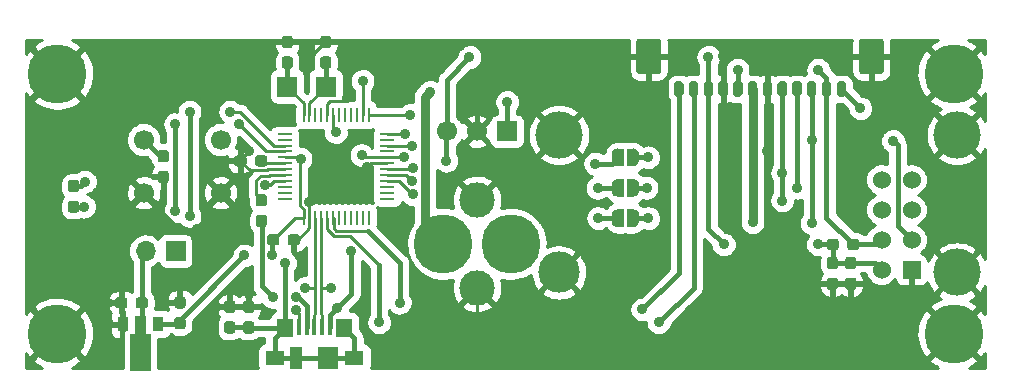
<source format=gbl>
%TF.GenerationSoftware,KiCad,Pcbnew,5.99.0-unknown-57e35c9~88~ubuntu19.10.1*%
%TF.CreationDate,2021-08-07T12:38:00-04:00*%
%TF.ProjectId,FOD,464f442e-6b69-4636-9164-5f7063625858,rev?*%
%TF.SameCoordinates,Original*%
%TF.FileFunction,Copper,L2,Bot*%
%TF.FilePolarity,Positive*%
%FSLAX46Y46*%
G04 Gerber Fmt 4.6, Leading zero omitted, Abs format (unit mm)*
G04 Created by KiCad (PCBNEW 5.99.0-unknown-57e35c9~88~ubuntu19.10.1) date 2021-08-07 12:38:00*
%MOMM*%
%LPD*%
G01*
G04 APERTURE LIST*
%TA.AperFunction,ComponentPad*%
%ADD10C,4.000000*%
%TD*%
%TA.AperFunction,ComponentPad*%
%ADD11C,3.500000*%
%TD*%
%TA.AperFunction,ComponentPad*%
%ADD12C,3.000000*%
%TD*%
%TA.AperFunction,ComponentPad*%
%ADD13C,5.000000*%
%TD*%
%TA.AperFunction,SMDPad,CuDef*%
%ADD14R,1.300000X0.250000*%
%TD*%
%TA.AperFunction,SMDPad,CuDef*%
%ADD15R,0.250000X1.300000*%
%TD*%
%TA.AperFunction,SMDPad,CuDef*%
%ADD16R,1.750000X1.800000*%
%TD*%
%TA.AperFunction,ComponentPad*%
%ADD17C,1.700000*%
%TD*%
%TA.AperFunction,ComponentPad*%
%ADD18R,1.700000X1.700000*%
%TD*%
%TA.AperFunction,ComponentPad*%
%ADD19C,1.524000*%
%TD*%
%TA.AperFunction,ComponentPad*%
%ADD20R,1.524000X1.524000*%
%TD*%
%TA.AperFunction,SMDPad,CuDef*%
%ADD21R,0.900000X1.300000*%
%TD*%
%TA.AperFunction,ComponentPad*%
%ADD22O,1.700000X1.700000*%
%TD*%
%TA.AperFunction,SMDPad,CuDef*%
%ADD23R,1.000000X1.900000*%
%TD*%
%TA.AperFunction,SMDPad,CuDef*%
%ADD24R,1.800000X1.900000*%
%TD*%
%TA.AperFunction,SMDPad,CuDef*%
%ADD25R,1.650000X1.300000*%
%TD*%
%TA.AperFunction,SMDPad,CuDef*%
%ADD26R,1.425000X1.550000*%
%TD*%
%TA.AperFunction,SMDPad,CuDef*%
%ADD27R,0.450000X1.380000*%
%TD*%
%TA.AperFunction,ViaPad*%
%ADD28C,0.900000*%
%TD*%
%TA.AperFunction,Conductor*%
%ADD29C,0.250000*%
%TD*%
%TA.AperFunction,Conductor*%
%ADD30C,0.450000*%
%TD*%
%TA.AperFunction,Conductor*%
%ADD31C,0.800000*%
%TD*%
%TA.AperFunction,Conductor*%
%ADD32C,0.254000*%
%TD*%
G04 APERTURE END LIST*
D10*
%TO.P,U6,3,PORT2*%
%TO.N,GND*%
X180654999Y-57104999D03*
X180654999Y-68744999D03*
X146954999Y-57104999D03*
D11*
X146954999Y-68744999D03*
D12*
X140004999Y-62600000D03*
X140004999Y-70049998D03*
D13*
%TO.P,U6,2,PORT1*%
%TO.N,/Deploy/PORT*%
X137154999Y-66324999D03*
%TO.P,U6,1,VIN*%
%TO.N,/VAUX*%
X142854999Y-66324999D03*
%TO.P,U6,4,GND*%
%TO.N,GND*%
X180354999Y-51924999D03*
X180354999Y-73924999D03*
X104454999Y-73924999D03*
X104454999Y-51924999D03*
%TD*%
%TA.AperFunction,SMDPad,CuDef*%
%TO.P,JP3,2,2*%
%TO.N,/uC_MISO*%
G36*
X151780265Y-64883962D02*
G01*
X151650250Y-64823887D01*
X151542323Y-64729736D01*
X151465159Y-64609076D01*
X151424961Y-64471610D01*
X151425836Y-64399999D01*
X151425000Y-64399999D01*
X151425000Y-63971744D01*
X151424961Y-63971611D01*
X151425000Y-63968419D01*
X151425001Y-63900000D01*
X151425837Y-63900000D01*
X151426861Y-63816193D01*
X151470405Y-63679750D01*
X151550494Y-63561013D01*
X151660690Y-63469527D01*
X151792133Y-63412646D01*
X151934257Y-63394944D01*
X151965474Y-63400000D01*
X152425000Y-63400001D01*
X152425000Y-63831363D01*
X152425877Y-63834504D01*
X152425000Y-63906274D01*
X152425000Y-64331362D01*
X152425877Y-64334503D01*
X152424999Y-64406273D01*
X152424999Y-64900000D01*
X151959377Y-64900000D01*
X151921914Y-64905132D01*
X151780265Y-64883962D01*
G37*
%TD.AperFunction*%
%TA.AperFunction,SMDPad,CuDef*%
%TO.P,JP3,1,1*%
%TO.N,/MISO*%
G36*
X153187576Y-64900000D02*
G01*
X152725000Y-64899999D01*
X152725000Y-64471743D01*
X152724961Y-64471610D01*
X152725000Y-64468418D01*
X152725000Y-63971744D01*
X152724961Y-63971611D01*
X152725000Y-63968419D01*
X152725001Y-63400000D01*
X153193665Y-63400000D01*
X153234257Y-63394944D01*
X153375637Y-63417842D01*
X153504908Y-63479501D01*
X153611677Y-63574964D01*
X153687361Y-63696557D01*
X153725877Y-63834504D01*
X153725000Y-63906274D01*
X153725000Y-64331362D01*
X153725877Y-64334503D01*
X153724126Y-64477715D01*
X153682252Y-64614680D01*
X153603619Y-64734386D01*
X153494550Y-64827212D01*
X153363811Y-64885694D01*
X153221914Y-64905132D01*
X153187576Y-64900000D01*
G37*
%TD.AperFunction*%
%TD*%
%TA.AperFunction,SMDPad,CuDef*%
%TO.P,JP2,2,2*%
%TO.N,/uC_SCK*%
G36*
X151780265Y-62308962D02*
G01*
X151650250Y-62248887D01*
X151542323Y-62154736D01*
X151465159Y-62034076D01*
X151424961Y-61896610D01*
X151425836Y-61824999D01*
X151425000Y-61824999D01*
X151425000Y-61396744D01*
X151424961Y-61396611D01*
X151425000Y-61393419D01*
X151425001Y-61325000D01*
X151425837Y-61325000D01*
X151426861Y-61241193D01*
X151470405Y-61104750D01*
X151550494Y-60986013D01*
X151660690Y-60894527D01*
X151792133Y-60837646D01*
X151934257Y-60819944D01*
X151965474Y-60825000D01*
X152425000Y-60825001D01*
X152425000Y-61256363D01*
X152425877Y-61259504D01*
X152425000Y-61331274D01*
X152425000Y-61756362D01*
X152425877Y-61759503D01*
X152424999Y-61831273D01*
X152424999Y-62325000D01*
X151959377Y-62325000D01*
X151921914Y-62330132D01*
X151780265Y-62308962D01*
G37*
%TD.AperFunction*%
%TA.AperFunction,SMDPad,CuDef*%
%TO.P,JP2,1,1*%
%TO.N,/SCK*%
G36*
X153187576Y-62325000D02*
G01*
X152725000Y-62324999D01*
X152725000Y-61896743D01*
X152724961Y-61896610D01*
X152725000Y-61893418D01*
X152725000Y-61396744D01*
X152724961Y-61396611D01*
X152725000Y-61393419D01*
X152725001Y-60825000D01*
X153193665Y-60825000D01*
X153234257Y-60819944D01*
X153375637Y-60842842D01*
X153504908Y-60904501D01*
X153611677Y-60999964D01*
X153687361Y-61121557D01*
X153725877Y-61259504D01*
X153725000Y-61331274D01*
X153725000Y-61756362D01*
X153725877Y-61759503D01*
X153724126Y-61902715D01*
X153682252Y-62039680D01*
X153603619Y-62159386D01*
X153494550Y-62252212D01*
X153363811Y-62310694D01*
X153221914Y-62330132D01*
X153187576Y-62325000D01*
G37*
%TD.AperFunction*%
%TD*%
%TA.AperFunction,SMDPad,CuDef*%
%TO.P,JP1,2,2*%
%TO.N,/uC_MOSI*%
G36*
X151780265Y-59733962D02*
G01*
X151650250Y-59673887D01*
X151542323Y-59579736D01*
X151465159Y-59459076D01*
X151424961Y-59321610D01*
X151425836Y-59249999D01*
X151425000Y-59249999D01*
X151425000Y-58821744D01*
X151424961Y-58821611D01*
X151425000Y-58818419D01*
X151425001Y-58750000D01*
X151425837Y-58750000D01*
X151426861Y-58666193D01*
X151470405Y-58529750D01*
X151550494Y-58411013D01*
X151660690Y-58319527D01*
X151792133Y-58262646D01*
X151934257Y-58244944D01*
X151965474Y-58250000D01*
X152425000Y-58250001D01*
X152425000Y-58681363D01*
X152425877Y-58684504D01*
X152425000Y-58756274D01*
X152425000Y-59181362D01*
X152425877Y-59184503D01*
X152424999Y-59256273D01*
X152424999Y-59750000D01*
X151959377Y-59750000D01*
X151921914Y-59755132D01*
X151780265Y-59733962D01*
G37*
%TD.AperFunction*%
%TA.AperFunction,SMDPad,CuDef*%
%TO.P,JP1,1,1*%
%TO.N,/MOSI*%
G36*
X153187576Y-59750000D02*
G01*
X152725000Y-59749999D01*
X152725000Y-59321743D01*
X152724961Y-59321610D01*
X152725000Y-59318418D01*
X152725000Y-58821744D01*
X152724961Y-58821611D01*
X152725000Y-58818419D01*
X152725001Y-58250000D01*
X153193665Y-58250000D01*
X153234257Y-58244944D01*
X153375637Y-58267842D01*
X153504908Y-58329501D01*
X153611677Y-58424964D01*
X153687361Y-58546557D01*
X153725877Y-58684504D01*
X153725000Y-58756274D01*
X153725000Y-59181362D01*
X153725877Y-59184503D01*
X153724126Y-59327715D01*
X153682252Y-59464680D01*
X153603619Y-59584386D01*
X153494550Y-59677212D01*
X153363811Y-59735694D01*
X153221914Y-59755132D01*
X153187576Y-59750000D01*
G37*
%TD.AperFunction*%
%TD*%
%TO.P,J2,MP*%
%TO.N,GND*%
%TA.AperFunction,SMDPad,CuDef*%
G36*
G01*
X172350000Y-51700100D02*
X172350000Y-49199900D01*
G75*
G02*
X172599900Y-48950000I249900J0D01*
G01*
X174200100Y-48950000D01*
G75*
G02*
X174450000Y-49199900I0J-249900D01*
G01*
X174450000Y-51700100D01*
G75*
G02*
X174200100Y-51950000I-249900J0D01*
G01*
X172599900Y-51950000D01*
G75*
G02*
X172350000Y-51700100I0J249900D01*
G01*
G37*
%TD.AperFunction*%
%TA.AperFunction,SMDPad,CuDef*%
G36*
G01*
X153500000Y-51700100D02*
X153500000Y-49199900D01*
G75*
G02*
X153749900Y-48950000I249900J0D01*
G01*
X155350100Y-48950000D01*
G75*
G02*
X155600000Y-49199900I0J-249900D01*
G01*
X155600000Y-51700100D01*
G75*
G02*
X155350100Y-51950000I-249900J0D01*
G01*
X153749900Y-51950000D01*
G75*
G02*
X153500000Y-51700100I0J249900D01*
G01*
G37*
%TD.AperFunction*%
%TO.P,J2,12,Pin_12*%
%TO.N,/TRX_CE*%
%TA.AperFunction,SMDPad,CuDef*%
G36*
G01*
X170450000Y-53650000D02*
X170450000Y-52750000D01*
G75*
G02*
X170650000Y-52550000I200000J0D01*
G01*
X171050000Y-52550000D01*
G75*
G02*
X171250000Y-52750000I0J-200000D01*
G01*
X171250000Y-53650000D01*
G75*
G02*
X171050000Y-53850000I-200000J0D01*
G01*
X170650000Y-53850000D01*
G75*
G02*
X170450000Y-53650000I0J200000D01*
G01*
G37*
%TD.AperFunction*%
%TO.P,J2,11,Pin_11*%
%TO.N,/TRX_CSN*%
%TA.AperFunction,SMDPad,CuDef*%
G36*
G01*
X169200000Y-53650000D02*
X169200000Y-52750000D01*
G75*
G02*
X169400000Y-52550000I200000J0D01*
G01*
X169800000Y-52550000D01*
G75*
G02*
X170000000Y-52750000I0J-200000D01*
G01*
X170000000Y-53650000D01*
G75*
G02*
X169800000Y-53850000I-200000J0D01*
G01*
X169400000Y-53850000D01*
G75*
G02*
X169200000Y-53650000I0J200000D01*
G01*
G37*
%TD.AperFunction*%
%TO.P,J2,10,Pin_10*%
%TO.N,/MISO*%
%TA.AperFunction,SMDPad,CuDef*%
G36*
G01*
X167950000Y-53650000D02*
X167950000Y-52750000D01*
G75*
G02*
X168150000Y-52550000I200000J0D01*
G01*
X168550000Y-52550000D01*
G75*
G02*
X168750000Y-52750000I0J-200000D01*
G01*
X168750000Y-53650000D01*
G75*
G02*
X168550000Y-53850000I-200000J0D01*
G01*
X168150000Y-53850000D01*
G75*
G02*
X167950000Y-53650000I0J200000D01*
G01*
G37*
%TD.AperFunction*%
%TO.P,J2,9,Pin_9*%
%TO.N,/SCK*%
%TA.AperFunction,SMDPad,CuDef*%
G36*
G01*
X166700000Y-53650000D02*
X166700000Y-52750000D01*
G75*
G02*
X166900000Y-52550000I200000J0D01*
G01*
X167300000Y-52550000D01*
G75*
G02*
X167500000Y-52750000I0J-200000D01*
G01*
X167500000Y-53650000D01*
G75*
G02*
X167300000Y-53850000I-200000J0D01*
G01*
X166900000Y-53850000D01*
G75*
G02*
X166700000Y-53650000I0J200000D01*
G01*
G37*
%TD.AperFunction*%
%TO.P,J2,8,Pin_8*%
%TO.N,/MOSI*%
%TA.AperFunction,SMDPad,CuDef*%
G36*
G01*
X165450000Y-53650000D02*
X165450000Y-52750000D01*
G75*
G02*
X165650000Y-52550000I200000J0D01*
G01*
X166050000Y-52550000D01*
G75*
G02*
X166250000Y-52750000I0J-200000D01*
G01*
X166250000Y-53650000D01*
G75*
G02*
X166050000Y-53850000I-200000J0D01*
G01*
X165650000Y-53850000D01*
G75*
G02*
X165450000Y-53650000I0J200000D01*
G01*
G37*
%TD.AperFunction*%
%TO.P,J2,7,Pin_7*%
%TO.N,GND*%
%TA.AperFunction,SMDPad,CuDef*%
G36*
G01*
X164200000Y-53650000D02*
X164200000Y-52750000D01*
G75*
G02*
X164400000Y-52550000I200000J0D01*
G01*
X164800000Y-52550000D01*
G75*
G02*
X165000000Y-52750000I0J-200000D01*
G01*
X165000000Y-53650000D01*
G75*
G02*
X164800000Y-53850000I-200000J0D01*
G01*
X164400000Y-53850000D01*
G75*
G02*
X164200000Y-53650000I0J200000D01*
G01*
G37*
%TD.AperFunction*%
%TO.P,J2,6,Pin_6*%
%TO.N,/VAUX*%
%TA.AperFunction,SMDPad,CuDef*%
G36*
G01*
X162950000Y-53650000D02*
X162950000Y-52750000D01*
G75*
G02*
X163150000Y-52550000I200000J0D01*
G01*
X163550000Y-52550000D01*
G75*
G02*
X163750000Y-52750000I0J-200000D01*
G01*
X163750000Y-53650000D01*
G75*
G02*
X163550000Y-53850000I-200000J0D01*
G01*
X163150000Y-53850000D01*
G75*
G02*
X162950000Y-53650000I0J200000D01*
G01*
G37*
%TD.AperFunction*%
%TO.P,J2,5,Pin_5*%
%TO.N,/DPL_EN*%
%TA.AperFunction,SMDPad,CuDef*%
G36*
G01*
X161700000Y-53650000D02*
X161700000Y-52750000D01*
G75*
G02*
X161900000Y-52550000I200000J0D01*
G01*
X162300000Y-52550000D01*
G75*
G02*
X162500000Y-52750000I0J-200000D01*
G01*
X162500000Y-53650000D01*
G75*
G02*
X162300000Y-53850000I-200000J0D01*
G01*
X161900000Y-53850000D01*
G75*
G02*
X161700000Y-53650000I0J200000D01*
G01*
G37*
%TD.AperFunction*%
%TO.P,J2,4,Pin_4*%
%TO.N,GND*%
%TA.AperFunction,SMDPad,CuDef*%
G36*
G01*
X160450000Y-53650000D02*
X160450000Y-52750000D01*
G75*
G02*
X160650000Y-52550000I200000J0D01*
G01*
X161050000Y-52550000D01*
G75*
G02*
X161250000Y-52750000I0J-200000D01*
G01*
X161250000Y-53650000D01*
G75*
G02*
X161050000Y-53850000I-200000J0D01*
G01*
X160650000Y-53850000D01*
G75*
G02*
X160450000Y-53650000I0J200000D01*
G01*
G37*
%TD.AperFunction*%
%TO.P,J2,3,Pin_3*%
%TO.N,/3V3*%
%TA.AperFunction,SMDPad,CuDef*%
G36*
G01*
X159200000Y-53650000D02*
X159200000Y-52750000D01*
G75*
G02*
X159400000Y-52550000I200000J0D01*
G01*
X159800000Y-52550000D01*
G75*
G02*
X160000000Y-52750000I0J-200000D01*
G01*
X160000000Y-53650000D01*
G75*
G02*
X159800000Y-53850000I-200000J0D01*
G01*
X159400000Y-53850000D01*
G75*
G02*
X159200000Y-53650000I0J200000D01*
G01*
G37*
%TD.AperFunction*%
%TO.P,J2,2,Pin_2*%
%TO.N,/SCL*%
%TA.AperFunction,SMDPad,CuDef*%
G36*
G01*
X157950000Y-53650000D02*
X157950000Y-52750000D01*
G75*
G02*
X158150000Y-52550000I200000J0D01*
G01*
X158550000Y-52550000D01*
G75*
G02*
X158750000Y-52750000I0J-200000D01*
G01*
X158750000Y-53650000D01*
G75*
G02*
X158550000Y-53850000I-200000J0D01*
G01*
X158150000Y-53850000D01*
G75*
G02*
X157950000Y-53650000I0J200000D01*
G01*
G37*
%TD.AperFunction*%
%TO.P,J2,1,Pin_1*%
%TO.N,/SDA*%
%TA.AperFunction,SMDPad,CuDef*%
G36*
G01*
X156700000Y-53650000D02*
X156700000Y-52750000D01*
G75*
G02*
X156900000Y-52550000I200000J0D01*
G01*
X157300000Y-52550000D01*
G75*
G02*
X157500000Y-52750000I0J-200000D01*
G01*
X157500000Y-53650000D01*
G75*
G02*
X157300000Y-53850000I-200000J0D01*
G01*
X156900000Y-53850000D01*
G75*
G02*
X156700000Y-53650000I0J200000D01*
G01*
G37*
%TD.AperFunction*%
%TD*%
D14*
%TO.P,U1,48,PB03*%
%TO.N,Net-(U1-Pad48)*%
X123725000Y-57000000D03*
%TO.P,U1,47,PB02/A5*%
%TO.N,Net-(U1-Pad47)*%
X123725000Y-57500000D03*
%TO.P,U1,46,PA31/SWDIO*%
%TO.N,/SWDIO*%
X123725000Y-58000000D03*
%TO.P,U1,45,PA30/SWCLK*%
%TO.N,/SWCLK*%
X123725000Y-58500000D03*
%TO.P,U1,44,VDDIN*%
%TO.N,/3V3*%
X123725000Y-59000000D03*
%TO.P,U1,43,VDDCORE*%
%TO.N,/VDDCORE*%
X123725000Y-59500000D03*
%TO.P,U1,42,GND*%
%TO.N,GND*%
X123725000Y-60000000D03*
%TO.P,U1,41,PA28/USB_ID*%
%TO.N,/USB_ID*%
X123725000Y-60500000D03*
%TO.P,U1,40,RESET*%
%TO.N,/RESET*%
X123725000Y-61000000D03*
%TO.P,U1,39,PA27/CD*%
%TO.N,Net-(U1-Pad39)*%
X123725000Y-61500000D03*
%TO.P,U1,38,PB23/S5_RX*%
%TO.N,Net-(U1-Pad38)*%
X123725000Y-62000000D03*
%TO.P,U1,37,PB22/S5_TX*%
%TO.N,Net-(U1-Pad37)*%
X123725000Y-62500000D03*
D15*
%TO.P,U1,36,VDDIO*%
%TO.N,/3V3*%
X125325000Y-64100000D03*
%TO.P,U1,35,GND*%
%TO.N,GND*%
X125825000Y-64100000D03*
%TO.P,U1,34,PA25/USB_DP*%
%TO.N,/USB_P*%
X126325000Y-64100000D03*
%TO.P,U1,33,PA24/USB_DM*%
%TO.N,/USB_N*%
X126825000Y-64100000D03*
%TO.P,U1,32,PA23/SCL*%
%TO.N,/SCL*%
X127325000Y-64100000D03*
%TO.P,U1,31,PA22/SDA*%
%TO.N,/SDA*%
X127825000Y-64100000D03*
%TO.P,U1,30,PA21/7*%
%TO.N,Net-(U1-Pad30)*%
X128325000Y-64100000D03*
%TO.P,U1,29,PA20/6*%
%TO.N,Net-(U1-Pad29)*%
X128825000Y-64100000D03*
%TO.P,U1,28,PA19/S1_MISO/12*%
%TO.N,Net-(U1-Pad28)*%
X129325000Y-64100000D03*
%TO.P,U1,27,PA18/S1_SS/10*%
%TO.N,Net-(U1-Pad27)*%
X129825000Y-64100000D03*
%TO.P,U1,26,PA17/S1_SCK/13*%
%TO.N,/DL_CD*%
X130325000Y-64100000D03*
%TO.P,U1,25,PA16/S1_MOSI/11*%
%TO.N,Net-(U1-Pad25)*%
X130825000Y-64100000D03*
D14*
%TO.P,U1,24,PA15/S2_MISO/5*%
%TO.N,Net-(U1-Pad24)*%
X132425000Y-62500000D03*
%TO.P,U1,23,PA14/S2_NSS/2*%
%TO.N,Net-(U1-Pad23)*%
X132425000Y-62000000D03*
%TO.P,U1,22,PA13/S2_SCK*%
%TO.N,Net-(U1-Pad22)*%
X132425000Y-61500000D03*
%TO.P,U1,21,PA12/S4_MISO*%
%TO.N,/uC_MISO*%
X132425000Y-61000000D03*
%TO.P,U1,20,PB11/S4_SCK*%
%TO.N,/uC_SCK*%
X132425000Y-60500000D03*
%TO.P,U1,19,PB10/S4_MOSI*%
%TO.N,/uC_MOSI*%
X132425000Y-60000000D03*
%TO.P,U1,18,GND*%
%TO.N,GND*%
X132425000Y-59500000D03*
%TO.P,U1,17,VDDIO*%
%TO.N,/3V3*%
X132425000Y-59000000D03*
%TO.P,U1,16,PA11/0*%
%TO.N,Net-(U1-Pad16)*%
X132425000Y-58500000D03*
%TO.P,U1,15,PA10/1*%
%TO.N,/TRX_CE*%
X132425000Y-58000000D03*
%TO.P,U1,14,PA09/3*%
%TO.N,Net-(U1-Pad14)*%
X132425000Y-57500000D03*
%TO.P,U1,13,PA08/4*%
%TO.N,/TRX_CSN*%
X132425000Y-57000000D03*
D15*
%TO.P,U1,12,PA07/9*%
%TO.N,/DPL_STA*%
X130825000Y-55400000D03*
%TO.P,U1,11,PA06/8*%
%TO.N,/DPL_EN*%
X130325000Y-55400000D03*
%TO.P,U1,10,PA05/A4*%
%TO.N,Net-(U1-Pad10)*%
X129825000Y-55400000D03*
%TO.P,U1,9,PA04/A3*%
%TO.N,Net-(U1-Pad9)*%
X129325000Y-55400000D03*
%TO.P,U1,8,PB09/A2*%
%TO.N,Net-(U1-Pad8)*%
X128825000Y-55400000D03*
%TO.P,U1,7,PB08/LED/A1*%
%TO.N,Net-(U1-Pad7)*%
X128325000Y-55400000D03*
%TO.P,U1,6,VDDANA*%
%TO.N,/VDDANA*%
X127825000Y-55400000D03*
%TO.P,U1,5,GNDANA*%
%TO.N,GND*%
X127325000Y-55400000D03*
%TO.P,U1,4,PA03/VREFA*%
%TO.N,Net-(U1-Pad4)*%
X126825000Y-55400000D03*
%TO.P,U1,3,PA02/A0*%
%TO.N,Net-(U1-Pad3)*%
X126325000Y-55400000D03*
%TO.P,U1,2,PA01/XOUT32*%
%TO.N,/XOUT32*%
X125825000Y-55400000D03*
%TO.P,U1,1,PA00/XIN32*%
%TO.N,/XIN32*%
X125325000Y-55400000D03*
%TD*%
%TO.P,R7,2*%
%TO.N,/TRX_CSN*%
%TA.AperFunction,SMDPad,CuDef*%
G36*
G01*
X171350000Y-66612500D02*
X171350000Y-66137500D01*
G75*
G02*
X171587500Y-65900000I237500J0D01*
G01*
X172162500Y-65900000D01*
G75*
G02*
X172400000Y-66137500I0J-237500D01*
G01*
X172400000Y-66612500D01*
G75*
G02*
X172162500Y-66850000I-237500J0D01*
G01*
X171587500Y-66850000D01*
G75*
G02*
X171350000Y-66612500I0J237500D01*
G01*
G37*
%TD.AperFunction*%
%TO.P,R7,1*%
%TO.N,/3V3*%
%TA.AperFunction,SMDPad,CuDef*%
G36*
G01*
X169600000Y-66612500D02*
X169600000Y-66137500D01*
G75*
G02*
X169837500Y-65900000I237500J0D01*
G01*
X170412500Y-65900000D01*
G75*
G02*
X170650000Y-66137500I0J-237500D01*
G01*
X170650000Y-66612500D01*
G75*
G02*
X170412500Y-66850000I-237500J0D01*
G01*
X169837500Y-66850000D01*
G75*
G02*
X169600000Y-66612500I0J237500D01*
G01*
G37*
%TD.AperFunction*%
%TD*%
D16*
%TO.P,Y1,2,2*%
%TO.N,/XOUT32*%
X127200000Y-53000000D03*
%TO.P,Y1,1,1*%
%TO.N,/XIN32*%
X123950000Y-53000000D03*
%TD*%
D17*
%TO.P,U4,3,NC*%
%TO.N,/3V3*%
X137464999Y-56800000D03*
%TO.P,U4,2,NO*%
%TO.N,GND*%
X140004999Y-56800000D03*
D18*
%TO.P,U4,1,COM*%
%TO.N,/DPL_STA*%
X142544999Y-56800000D03*
%TD*%
D19*
%TO.P,U3,8,IRQ*%
%TO.N,/TRX_IRQ*%
X174260000Y-60905000D03*
%TO.P,U3,7,MISO*%
%TO.N,/MISO*%
X176800000Y-60905000D03*
%TO.P,U3,6,MOSI*%
%TO.N,/MOSI*%
X174260000Y-63445000D03*
%TO.P,U3,5,SCK*%
%TO.N,/SCK*%
X176800000Y-63445000D03*
%TO.P,U3,4,~CSN*%
%TO.N,/TRX_CSN*%
X174260000Y-65985000D03*
%TO.P,U3,3,CE*%
%TO.N,/TRX_CE*%
X176800000Y-65985000D03*
%TO.P,U3,2,VCC*%
%TO.N,/3V3*%
X174260000Y-68525000D03*
D20*
%TO.P,U3,1,GND*%
%TO.N,GND*%
X176800000Y-68525000D03*
%TD*%
%TA.AperFunction,SMDPad,CuDef*%
%TO.P,U2,2,VIN*%
%TO.N,Net-(Cr1-Pad1)*%
G36*
X110646000Y-77062500D02*
G01*
X110646000Y-73937499D01*
X111062500Y-73937499D01*
X111062501Y-72462500D01*
X111962500Y-72462501D01*
X111962499Y-73937500D01*
X112378999Y-73937500D01*
X112378999Y-77062500D01*
X110646000Y-77062500D01*
G37*
%TD.AperFunction*%
D21*
%TO.P,U2,3,VOUT*%
%TO.N,/3V3*%
X113012500Y-73112500D03*
%TO.P,U2,1,GND*%
%TO.N,GND*%
X110012500Y-73112500D03*
%TD*%
D17*
%TO.P,SW1,1,1*%
%TO.N,/RESET*%
X111800000Y-57500000D03*
%TO.P,SW1,2,2*%
X118300000Y-57500000D03*
%TO.P,SW1,3,3*%
%TO.N,GND*%
X111800000Y-62000000D03*
%TO.P,SW1,4,4*%
X118300000Y-62000000D03*
%TD*%
%TO.P,R4,2*%
%TO.N,/USB/ID*%
%TA.AperFunction,SMDPad,CuDef*%
G36*
G01*
X121512500Y-63850000D02*
X121987500Y-63850000D01*
G75*
G02*
X122225000Y-64087500I0J-237500D01*
G01*
X122225000Y-64662500D01*
G75*
G02*
X121987500Y-64900000I-237500J0D01*
G01*
X121512500Y-64900000D01*
G75*
G02*
X121275000Y-64662500I0J237500D01*
G01*
X121275000Y-64087500D01*
G75*
G02*
X121512500Y-63850000I237500J0D01*
G01*
G37*
%TD.AperFunction*%
%TO.P,R4,1*%
%TO.N,/USB_ID*%
%TA.AperFunction,SMDPad,CuDef*%
G36*
G01*
X121512500Y-62100000D02*
X121987500Y-62100000D01*
G75*
G02*
X122225000Y-62337500I0J-237500D01*
G01*
X122225000Y-62912500D01*
G75*
G02*
X121987500Y-63150000I-237500J0D01*
G01*
X121512500Y-63150000D01*
G75*
G02*
X121275000Y-62912500I0J237500D01*
G01*
X121275000Y-62337500D01*
G75*
G02*
X121512500Y-62100000I237500J0D01*
G01*
G37*
%TD.AperFunction*%
%TD*%
%TO.P,R3,2*%
%TO.N,GND*%
%TA.AperFunction,SMDPad,CuDef*%
G36*
G01*
X120912500Y-72175000D02*
X120437500Y-72175000D01*
G75*
G02*
X120200000Y-71937500I0J237500D01*
G01*
X120200000Y-71362500D01*
G75*
G02*
X120437500Y-71125000I237500J0D01*
G01*
X120912500Y-71125000D01*
G75*
G02*
X121150000Y-71362500I0J-237500D01*
G01*
X121150000Y-71937500D01*
G75*
G02*
X120912500Y-72175000I-237500J0D01*
G01*
G37*
%TD.AperFunction*%
%TO.P,R3,1*%
%TO.N,/USB/SHIELD*%
%TA.AperFunction,SMDPad,CuDef*%
G36*
G01*
X120912500Y-73925000D02*
X120437500Y-73925000D01*
G75*
G02*
X120200000Y-73687500I0J237500D01*
G01*
X120200000Y-73112500D01*
G75*
G02*
X120437500Y-72875000I237500J0D01*
G01*
X120912500Y-72875000D01*
G75*
G02*
X121150000Y-73112500I0J-237500D01*
G01*
X121150000Y-73687500D01*
G75*
G02*
X120912500Y-73925000I-237500J0D01*
G01*
G37*
%TD.AperFunction*%
%TD*%
%TO.P,R1,2*%
%TO.N,/SWCLK*%
%TA.AperFunction,SMDPad,CuDef*%
G36*
G01*
X105612500Y-62649999D02*
X106087500Y-62649999D01*
G75*
G02*
X106325000Y-62887499I0J-237500D01*
G01*
X106325000Y-63462499D01*
G75*
G02*
X106087500Y-63699999I-237500J0D01*
G01*
X105612500Y-63699999D01*
G75*
G02*
X105375000Y-63462499I0J237500D01*
G01*
X105375000Y-62887499D01*
G75*
G02*
X105612500Y-62649999I237500J0D01*
G01*
G37*
%TD.AperFunction*%
%TO.P,R1,1*%
%TO.N,/3V3*%
%TA.AperFunction,SMDPad,CuDef*%
G36*
G01*
X105612500Y-60899999D02*
X106087500Y-60899999D01*
G75*
G02*
X106325000Y-61137499I0J-237500D01*
G01*
X106325000Y-61712499D01*
G75*
G02*
X106087500Y-61949999I-237500J0D01*
G01*
X105612500Y-61949999D01*
G75*
G02*
X105375000Y-61712499I0J237500D01*
G01*
X105375000Y-61137499D01*
G75*
G02*
X105612500Y-60899999I237500J0D01*
G01*
G37*
%TD.AperFunction*%
%TD*%
D22*
%TO.P,J3,2,Pin_2*%
%TO.N,Net-(Cr1-Pad1)*%
X111960000Y-66925000D03*
D18*
%TO.P,J3,1,Pin_1*%
%TO.N,/VUSB*%
X114500000Y-66925000D03*
%TD*%
D23*
%TO.P,J1,6,Shield*%
%TO.N,/USB/SHIELD*%
X124700000Y-76000000D03*
D24*
X127400000Y-76000000D03*
D25*
X122875000Y-76000000D03*
X129625000Y-76000000D03*
D26*
X123762500Y-73425000D03*
X128737500Y-73425000D03*
D27*
%TO.P,J1,5,GND*%
%TO.N,GND*%
X124950000Y-73340000D03*
%TO.P,J1,4,ID*%
%TO.N,/USB/ID*%
X125600000Y-73340000D03*
%TO.P,J1,3,D+*%
%TO.N,/USB_P*%
X126250000Y-73340000D03*
%TO.P,J1,2,D-*%
%TO.N,/USB_N*%
X126900000Y-73340000D03*
%TO.P,J1,1,VBUS*%
%TO.N,/VUSB*%
X127550000Y-73340000D03*
%TD*%
%TO.P,Ct2,2*%
%TO.N,/3V3*%
%TA.AperFunction,SMDPad,CuDef*%
G36*
G01*
X171887500Y-68475000D02*
X171412500Y-68475000D01*
G75*
G02*
X171175000Y-68237500I0J237500D01*
G01*
X171175000Y-67662500D01*
G75*
G02*
X171412500Y-67425000I237500J0D01*
G01*
X171887500Y-67425000D01*
G75*
G02*
X172125000Y-67662500I0J-237500D01*
G01*
X172125000Y-68237500D01*
G75*
G02*
X171887500Y-68475000I-237500J0D01*
G01*
G37*
%TD.AperFunction*%
%TO.P,Ct2,1*%
%TO.N,GND*%
%TA.AperFunction,SMDPad,CuDef*%
G36*
G01*
X171887500Y-70225000D02*
X171412500Y-70225000D01*
G75*
G02*
X171175000Y-69987500I0J237500D01*
G01*
X171175000Y-69412500D01*
G75*
G02*
X171412500Y-69175000I237500J0D01*
G01*
X171887500Y-69175000D01*
G75*
G02*
X172125000Y-69412500I0J-237500D01*
G01*
X172125000Y-69987500D01*
G75*
G02*
X171887500Y-70225000I-237500J0D01*
G01*
G37*
%TD.AperFunction*%
%TD*%
%TO.P,Ct1,2*%
%TO.N,/3V3*%
%TA.AperFunction,SMDPad,CuDef*%
G36*
G01*
X170337500Y-68475000D02*
X169862500Y-68475000D01*
G75*
G02*
X169625000Y-68237500I0J237500D01*
G01*
X169625000Y-67662500D01*
G75*
G02*
X169862500Y-67425000I237500J0D01*
G01*
X170337500Y-67425000D01*
G75*
G02*
X170575000Y-67662500I0J-237500D01*
G01*
X170575000Y-68237500D01*
G75*
G02*
X170337500Y-68475000I-237500J0D01*
G01*
G37*
%TD.AperFunction*%
%TO.P,Ct1,1*%
%TO.N,GND*%
%TA.AperFunction,SMDPad,CuDef*%
G36*
G01*
X170337500Y-70225000D02*
X169862500Y-70225000D01*
G75*
G02*
X169625000Y-69987500I0J237500D01*
G01*
X169625000Y-69412500D01*
G75*
G02*
X169862500Y-69175000I237500J0D01*
G01*
X170337500Y-69175000D01*
G75*
G02*
X170575000Y-69412500I0J-237500D01*
G01*
X170575000Y-69987500D01*
G75*
G02*
X170337500Y-70225000I-237500J0D01*
G01*
G37*
%TD.AperFunction*%
%TD*%
%TO.P,Cr2,2*%
%TO.N,GND*%
%TA.AperFunction,SMDPad,CuDef*%
G36*
G01*
X115100000Y-71812500D02*
X114625000Y-71812500D01*
G75*
G02*
X114387500Y-71575000I0J237500D01*
G01*
X114387500Y-71000000D01*
G75*
G02*
X114625000Y-70762500I237500J0D01*
G01*
X115100000Y-70762500D01*
G75*
G02*
X115337500Y-71000000I0J-237500D01*
G01*
X115337500Y-71575000D01*
G75*
G02*
X115100000Y-71812500I-237500J0D01*
G01*
G37*
%TD.AperFunction*%
%TO.P,Cr2,1*%
%TO.N,/3V3*%
%TA.AperFunction,SMDPad,CuDef*%
G36*
G01*
X115100000Y-73562500D02*
X114625000Y-73562500D01*
G75*
G02*
X114387500Y-73325000I0J237500D01*
G01*
X114387500Y-72750000D01*
G75*
G02*
X114625000Y-72512500I237500J0D01*
G01*
X115100000Y-72512500D01*
G75*
G02*
X115337500Y-72750000I0J-237500D01*
G01*
X115337500Y-73325000D01*
G75*
G02*
X115100000Y-73562500I-237500J0D01*
G01*
G37*
%TD.AperFunction*%
%TD*%
%TO.P,Cr1,2*%
%TO.N,GND*%
%TA.AperFunction,SMDPad,CuDef*%
G36*
G01*
X110412500Y-71075000D02*
X110412500Y-71550000D01*
G75*
G02*
X110175000Y-71787500I-237500J0D01*
G01*
X109600000Y-71787500D01*
G75*
G02*
X109362500Y-71550000I0J237500D01*
G01*
X109362500Y-71075000D01*
G75*
G02*
X109600000Y-70837500I237500J0D01*
G01*
X110175000Y-70837500D01*
G75*
G02*
X110412500Y-71075000I0J-237500D01*
G01*
G37*
%TD.AperFunction*%
%TO.P,Cr1,1*%
%TO.N,Net-(Cr1-Pad1)*%
%TA.AperFunction,SMDPad,CuDef*%
G36*
G01*
X112162500Y-71075000D02*
X112162500Y-71550000D01*
G75*
G02*
X111925000Y-71787500I-237500J0D01*
G01*
X111350000Y-71787500D01*
G75*
G02*
X111112500Y-71550000I0J237500D01*
G01*
X111112500Y-71075000D01*
G75*
G02*
X111350000Y-70837500I237500J0D01*
G01*
X111925000Y-70837500D01*
G75*
G02*
X112162500Y-71075000I0J-237500D01*
G01*
G37*
%TD.AperFunction*%
%TD*%
%TO.P,Cc2,2*%
%TO.N,GND*%
%TA.AperFunction,SMDPad,CuDef*%
G36*
G01*
X127437500Y-49750000D02*
X126962500Y-49750000D01*
G75*
G02*
X126725000Y-49512500I0J237500D01*
G01*
X126725000Y-48937500D01*
G75*
G02*
X126962500Y-48700000I237500J0D01*
G01*
X127437500Y-48700000D01*
G75*
G02*
X127675000Y-48937500I0J-237500D01*
G01*
X127675000Y-49512500D01*
G75*
G02*
X127437500Y-49750000I-237500J0D01*
G01*
G37*
%TD.AperFunction*%
%TO.P,Cc2,1*%
%TO.N,/XOUT32*%
%TA.AperFunction,SMDPad,CuDef*%
G36*
G01*
X127437500Y-51500000D02*
X126962500Y-51500000D01*
G75*
G02*
X126725000Y-51262500I0J237500D01*
G01*
X126725000Y-50687500D01*
G75*
G02*
X126962500Y-50450000I237500J0D01*
G01*
X127437500Y-50450000D01*
G75*
G02*
X127675000Y-50687500I0J-237500D01*
G01*
X127675000Y-51262500D01*
G75*
G02*
X127437500Y-51500000I-237500J0D01*
G01*
G37*
%TD.AperFunction*%
%TD*%
%TO.P,Cc1,2*%
%TO.N,GND*%
%TA.AperFunction,SMDPad,CuDef*%
G36*
G01*
X124187500Y-49750000D02*
X123712500Y-49750000D01*
G75*
G02*
X123475000Y-49512500I0J237500D01*
G01*
X123475000Y-48937500D01*
G75*
G02*
X123712500Y-48700000I237500J0D01*
G01*
X124187500Y-48700000D01*
G75*
G02*
X124425000Y-48937500I0J-237500D01*
G01*
X124425000Y-49512500D01*
G75*
G02*
X124187500Y-49750000I-237500J0D01*
G01*
G37*
%TD.AperFunction*%
%TO.P,Cc1,1*%
%TO.N,/XIN32*%
%TA.AperFunction,SMDPad,CuDef*%
G36*
G01*
X124187500Y-51500000D02*
X123712500Y-51500000D01*
G75*
G02*
X123475000Y-51262500I0J237500D01*
G01*
X123475000Y-50687500D01*
G75*
G02*
X123712500Y-50450000I237500J0D01*
G01*
X124187500Y-50450000D01*
G75*
G02*
X124425000Y-50687500I0J-237500D01*
G01*
X124425000Y-51262500D01*
G75*
G02*
X124187500Y-51500000I-237500J0D01*
G01*
G37*
%TD.AperFunction*%
%TD*%
%TO.P,C7,2*%
%TO.N,GND*%
%TA.AperFunction,SMDPad,CuDef*%
G36*
G01*
X113212500Y-60125000D02*
X113687500Y-60125000D01*
G75*
G02*
X113925000Y-60362500I0J-237500D01*
G01*
X113925000Y-60937500D01*
G75*
G02*
X113687500Y-61175000I-237500J0D01*
G01*
X113212500Y-61175000D01*
G75*
G02*
X112975000Y-60937500I0J237500D01*
G01*
X112975000Y-60362500D01*
G75*
G02*
X113212500Y-60125000I237500J0D01*
G01*
G37*
%TD.AperFunction*%
%TO.P,C7,1*%
%TO.N,/RESET*%
%TA.AperFunction,SMDPad,CuDef*%
G36*
G01*
X113212500Y-58375000D02*
X113687500Y-58375000D01*
G75*
G02*
X113925000Y-58612500I0J-237500D01*
G01*
X113925000Y-59187500D01*
G75*
G02*
X113687500Y-59425000I-237500J0D01*
G01*
X113212500Y-59425000D01*
G75*
G02*
X112975000Y-59187500I0J237500D01*
G01*
X112975000Y-58612500D01*
G75*
G02*
X113212500Y-58375000I237500J0D01*
G01*
G37*
%TD.AperFunction*%
%TD*%
%TO.P,C6,2*%
%TO.N,GND*%
%TA.AperFunction,SMDPad,CuDef*%
G36*
G01*
X119312500Y-72175000D02*
X118837500Y-72175000D01*
G75*
G02*
X118600000Y-71937500I0J237500D01*
G01*
X118600000Y-71362500D01*
G75*
G02*
X118837500Y-71125000I237500J0D01*
G01*
X119312500Y-71125000D01*
G75*
G02*
X119550000Y-71362500I0J-237500D01*
G01*
X119550000Y-71937500D01*
G75*
G02*
X119312500Y-72175000I-237500J0D01*
G01*
G37*
%TD.AperFunction*%
%TO.P,C6,1*%
%TO.N,/USB/SHIELD*%
%TA.AperFunction,SMDPad,CuDef*%
G36*
G01*
X119312500Y-73925000D02*
X118837500Y-73925000D01*
G75*
G02*
X118600000Y-73687500I0J237500D01*
G01*
X118600000Y-73112500D01*
G75*
G02*
X118837500Y-72875000I237500J0D01*
G01*
X119312500Y-72875000D01*
G75*
G02*
X119550000Y-73112500I0J-237500D01*
G01*
X119550000Y-73687500D01*
G75*
G02*
X119312500Y-73925000I-237500J0D01*
G01*
G37*
%TD.AperFunction*%
%TD*%
%TO.P,C5,2*%
%TO.N,GND*%
%TA.AperFunction,SMDPad,CuDef*%
G36*
G01*
X123975000Y-66212500D02*
X123975000Y-65737500D01*
G75*
G02*
X124212500Y-65500000I237500J0D01*
G01*
X124787500Y-65500000D01*
G75*
G02*
X125025000Y-65737500I0J-237500D01*
G01*
X125025000Y-66212500D01*
G75*
G02*
X124787500Y-66450000I-237500J0D01*
G01*
X124212500Y-66450000D01*
G75*
G02*
X123975000Y-66212500I0J237500D01*
G01*
G37*
%TD.AperFunction*%
%TO.P,C5,1*%
%TO.N,/3V3*%
%TA.AperFunction,SMDPad,CuDef*%
G36*
G01*
X122225000Y-66212500D02*
X122225000Y-65737500D01*
G75*
G02*
X122462500Y-65500000I237500J0D01*
G01*
X123037500Y-65500000D01*
G75*
G02*
X123275000Y-65737500I0J-237500D01*
G01*
X123275000Y-66212500D01*
G75*
G02*
X123037500Y-66450000I-237500J0D01*
G01*
X122462500Y-66450000D01*
G75*
G02*
X122225000Y-66212500I0J237500D01*
G01*
G37*
%TD.AperFunction*%
%TD*%
%TO.P,C4,2*%
%TO.N,GND*%
%TA.AperFunction,SMDPad,CuDef*%
G36*
G01*
X120500000Y-59062500D02*
X120500000Y-59537500D01*
G75*
G02*
X120262500Y-59775000I-237500J0D01*
G01*
X119687500Y-59775000D01*
G75*
G02*
X119450000Y-59537500I0J237500D01*
G01*
X119450000Y-59062500D01*
G75*
G02*
X119687500Y-58825000I237500J0D01*
G01*
X120262500Y-58825000D01*
G75*
G02*
X120500000Y-59062500I0J-237500D01*
G01*
G37*
%TD.AperFunction*%
%TO.P,C4,1*%
%TO.N,/VDDCORE*%
%TA.AperFunction,SMDPad,CuDef*%
G36*
G01*
X122250000Y-59062500D02*
X122250000Y-59537500D01*
G75*
G02*
X122012500Y-59775000I-237500J0D01*
G01*
X121437500Y-59775000D01*
G75*
G02*
X121200000Y-59537500I0J237500D01*
G01*
X121200000Y-59062500D01*
G75*
G02*
X121437500Y-58825000I237500J0D01*
G01*
X122012500Y-58825000D01*
G75*
G02*
X122250000Y-59062500I0J-237500D01*
G01*
G37*
%TD.AperFunction*%
%TD*%
D28*
%TO.N,GND*%
X120725000Y-58450000D03*
X128425000Y-62200000D03*
%TO.N,/3V3*%
X130241688Y-58813939D03*
X125075000Y-59125000D03*
%TO.N,GND*%
X125575000Y-49750000D03*
%TO.N,/TRX_CE*%
X175225000Y-57600000D03*
%TO.N,GND*%
X172575000Y-64750000D03*
%TO.N,/SCL*%
X131725000Y-72975000D03*
X155400000Y-72975000D03*
%TO.N,/SDA*%
X154000000Y-71875000D03*
X133475000Y-71300000D03*
%TO.N,GND*%
X172575000Y-59425000D03*
X154550000Y-55025000D03*
%TO.N,/TRX_CE*%
X172475000Y-54850000D03*
%TO.N,/MOSI*%
X165850000Y-62650000D03*
%TO.N,/MISO*%
X168350000Y-57525000D03*
%TO.N,/TRX_CSN*%
X133907770Y-57000000D03*
%TO.N,/Deploy/PORT*%
X136025000Y-53475000D03*
%TO.N,/MISO*%
X154525000Y-64150000D03*
%TO.N,/SCK*%
X154375000Y-61575000D03*
%TO.N,/MOSI*%
X154500000Y-59000000D03*
%TO.N,/uC_MISO*%
X150275000Y-64150000D03*
%TO.N,/uC_SCK*%
X150225000Y-61575000D03*
%TO.N,/uC_MOSI*%
X150025000Y-59525000D03*
%TO.N,/VAUX*%
X163350000Y-64500000D03*
%TO.N,GND*%
X132375000Y-53975000D03*
X143700000Y-49375000D03*
X147400000Y-75725000D03*
X140000000Y-75725000D03*
X160150000Y-69700000D03*
%TO.N,/SCK*%
X167100000Y-61575000D03*
%TO.N,GND*%
X164600000Y-58500000D03*
X164600000Y-51650000D03*
X160850000Y-57700000D03*
X140000000Y-53075000D03*
%TO.N,/DPL_STA*%
X142550000Y-54300000D03*
%TO.N,/TRX_CSN*%
X168900000Y-51575000D03*
%TO.N,/3V3*%
X159600000Y-50500000D03*
X139375000Y-50500000D03*
%TO.N,/uC_MISO*%
X134550000Y-62125000D03*
%TO.N,/uC_SCK*%
X134525000Y-61000000D03*
%TO.N,/uC_MOSI*%
X134550000Y-59900000D03*
%TO.N,/3V3*%
X137425000Y-59275000D03*
%TO.N,/MOSI*%
X165850000Y-60300000D03*
%TO.N,/MISO*%
X168350000Y-64575000D03*
%TO.N,/TRX_CE*%
X134500000Y-58000000D03*
%TO.N,/3V3*%
X168875000Y-66375000D03*
X160900000Y-66375000D03*
%TO.N,GND*%
X171650000Y-71325000D03*
X168825000Y-69700000D03*
X160850000Y-50425000D03*
%TO.N,/3V3*%
X133850000Y-59000000D03*
%TO.N,/DPL_STA*%
X134350000Y-55400000D03*
%TO.N,/DPL_EN*%
X162075000Y-51575000D03*
X130325000Y-52525000D03*
%TO.N,/VUSB*%
X128167499Y-71742499D03*
X129375000Y-66950000D03*
%TO.N,/3V3*%
X120325000Y-67300000D03*
%TO.N,GND*%
X116325000Y-65050000D03*
X132400000Y-52700000D03*
X138600000Y-49550000D03*
X108862500Y-73112500D03*
X108762500Y-71287500D03*
X113562500Y-71262500D03*
X109850000Y-57150000D03*
X121575000Y-50275000D03*
X109850000Y-66100000D03*
X109850000Y-62325000D03*
X130675000Y-59825000D03*
X125825000Y-62750000D03*
X125575000Y-50775000D03*
X129000000Y-53975000D03*
%TO.N,/SWCLK*%
X114450000Y-56200000D03*
%TO.N,/SWDIO*%
X115675000Y-55125000D03*
X115675000Y-63975000D03*
%TO.N,/SWCLK*%
X114475000Y-63575000D03*
%TO.N,/SWDIO*%
X119125000Y-55125000D03*
%TO.N,/SWCLK*%
X119875000Y-56200000D03*
%TO.N,/RESET*%
X122075000Y-61325020D03*
%TO.N,/3V3*%
X122675000Y-67250000D03*
%TO.N,GND*%
X120675000Y-70600000D03*
X117900000Y-71625000D03*
%TO.N,/USB/ID*%
X122700000Y-70825000D03*
X124647164Y-70799356D03*
%TO.N,GND*%
X124675000Y-71950000D03*
%TO.N,/USB/SHIELD*%
X123750000Y-67950000D03*
%TO.N,/SWCLK*%
X106750000Y-63175000D03*
%TO.N,/3V3*%
X106825000Y-61050000D03*
%TO.N,/VDDANA*%
X128050000Y-56850000D03*
%TO.N,/USB_N*%
X127675000Y-70075000D03*
%TO.N,/USB_P*%
X125475000Y-70075000D03*
%TD*%
D29*
%TO.N,GND*%
X119975000Y-59200000D02*
X120725000Y-58450000D01*
X119975000Y-59300000D02*
X119975000Y-59200000D01*
%TO.N,/3V3*%
X125049999Y-59150001D02*
X125049999Y-63074999D01*
X125075000Y-59125000D02*
X125049999Y-59150001D01*
X125049999Y-63074999D02*
X125325000Y-63350000D01*
X125325000Y-63350000D02*
X125325000Y-64100000D01*
X130427749Y-59000000D02*
X130925000Y-59000000D01*
X130241688Y-58813939D02*
X130427749Y-59000000D01*
X124950000Y-59000000D02*
X125075000Y-59125000D01*
X123725000Y-59000000D02*
X124950000Y-59000000D01*
%TO.N,GND*%
X125050000Y-49225000D02*
X125575000Y-49750000D01*
X123950000Y-49225000D02*
X125050000Y-49225000D01*
D30*
%TO.N,/TRX_CE*%
X172475000Y-54850000D02*
X172475000Y-54825000D01*
X172475000Y-54825000D02*
X170850000Y-53200000D01*
X175612999Y-64797999D02*
X176800000Y-65985000D01*
X175225000Y-57600000D02*
X175612999Y-57987999D01*
X175612999Y-57987999D02*
X175612999Y-64797999D01*
%TO.N,/3V3*%
X171650000Y-67950000D02*
X173685000Y-67950000D01*
X173685000Y-67950000D02*
X174260000Y-68525000D01*
%TO.N,/TRX_CSN*%
X171875000Y-66375000D02*
X173870000Y-66375000D01*
X173870000Y-66375000D02*
X174260000Y-65985000D01*
D29*
%TO.N,GND*%
X172575000Y-59425000D02*
X172575000Y-64750000D01*
%TO.N,/SCL*%
X127903598Y-65675010D02*
X129247012Y-65675010D01*
X129247012Y-65675010D02*
X131725000Y-68152998D01*
D30*
X131725000Y-68152998D02*
X131725000Y-72975000D01*
X155400000Y-72975000D02*
X158350000Y-70025000D01*
X158350000Y-70025000D02*
X158350000Y-53200000D01*
%TO.N,/SDA*%
X157100000Y-53200000D02*
X157100000Y-68775000D01*
X157100000Y-68775000D02*
X154000000Y-71875000D01*
X133475000Y-67925000D02*
X133475000Y-71300000D01*
%TO.N,GND*%
X154550000Y-50450000D02*
X154550000Y-55025000D01*
%TO.N,/TRX_CE*%
X170850000Y-53200000D02*
X170850000Y-53225000D01*
%TO.N,/MOSI*%
X165850000Y-60300000D02*
X165850000Y-62650000D01*
%TO.N,/TRX_CSN*%
X169600000Y-64100000D02*
X171875000Y-66375000D01*
%TO.N,/MISO*%
X168350000Y-53200000D02*
X168350000Y-57525000D01*
X168350000Y-57525000D02*
X168350000Y-57850000D01*
D31*
%TO.N,/Deploy/PORT*%
X136025000Y-53475000D02*
X135600001Y-53899999D01*
X135600001Y-53899999D02*
X135600001Y-64770001D01*
X135600001Y-64770001D02*
X137154999Y-66324999D01*
D30*
%TO.N,/MISO*%
X153225000Y-64150000D02*
X154525000Y-64150000D01*
%TO.N,/SCK*%
X153225000Y-61575000D02*
X154375000Y-61575000D01*
%TO.N,/MOSI*%
X153225000Y-59000000D02*
X154500000Y-59000000D01*
%TO.N,/uC_MISO*%
X150275000Y-64150000D02*
X151925000Y-64150000D01*
%TO.N,/uC_SCK*%
X150225000Y-61575000D02*
X151925000Y-61575000D01*
%TO.N,/uC_MOSI*%
X151400000Y-59525000D02*
X151925000Y-59000000D01*
X150025000Y-59525000D02*
X151400000Y-59525000D01*
D31*
%TO.N,/VAUX*%
X163350000Y-64500000D02*
X163350000Y-62625000D01*
D30*
%TO.N,GND*%
X140000000Y-53075000D02*
X143700000Y-49375000D01*
D29*
X140004999Y-75720001D02*
X140000000Y-75725000D01*
X140004999Y-70049998D02*
X140004999Y-75720001D01*
D30*
%TO.N,/MISO*%
X168350000Y-57850000D02*
X168350000Y-58425000D01*
%TO.N,GND*%
X164600000Y-53200000D02*
X164600000Y-58500000D01*
D29*
X164600000Y-53200000D02*
X164600000Y-51650000D01*
D30*
X160850000Y-53200000D02*
X160850000Y-57700000D01*
D29*
X140004999Y-53079999D02*
X140000000Y-53075000D01*
D30*
X140004999Y-56800000D02*
X140004999Y-53079999D01*
%TO.N,/DPL_STA*%
X142550000Y-54300000D02*
X142550000Y-56794999D01*
D29*
X142550000Y-56794999D02*
X142544999Y-56800000D01*
D30*
%TO.N,/TRX_CSN*%
X169600000Y-53200000D02*
X169600000Y-52275000D01*
X169600000Y-52275000D02*
X168900000Y-51575000D01*
%TO.N,/3V3*%
X137464999Y-56800000D02*
X137464999Y-52410001D01*
X137464999Y-52410001D02*
X139375000Y-50500000D01*
X159600000Y-50500000D02*
X159600000Y-53200000D01*
D29*
%TO.N,/uC_MISO*%
X132425000Y-61000000D02*
X133377998Y-61000000D01*
X133377998Y-61000000D02*
X134502998Y-62125000D01*
X134502998Y-62125000D02*
X134550000Y-62125000D01*
%TO.N,/SCK*%
X167000000Y-61475000D02*
X167100000Y-61575000D01*
%TO.N,/uC_SCK*%
X132425000Y-60500000D02*
X134025000Y-60500000D01*
X134025000Y-60500000D02*
X134525000Y-61000000D01*
%TO.N,/uC_MOSI*%
X132425000Y-60000000D02*
X134450000Y-60000000D01*
X134450000Y-60000000D02*
X134550000Y-59900000D01*
D30*
%TO.N,/3V3*%
X137425000Y-59275000D02*
X137425000Y-56839999D01*
D29*
X137425000Y-56839999D02*
X137464999Y-56800000D01*
D30*
%TO.N,/MOSI*%
X165850000Y-60300000D02*
X165850000Y-53200000D01*
%TO.N,/MISO*%
X168350000Y-58425000D02*
X168350000Y-64575000D01*
D29*
%TO.N,/TRX_CE*%
X132425000Y-58000000D02*
X134500000Y-58000000D01*
%TO.N,/TRX_CSN*%
X132425000Y-57000000D02*
X133907770Y-57000000D01*
%TO.N,/3V3*%
X137450000Y-56814999D02*
X137464999Y-56800000D01*
D30*
X168875000Y-66375000D02*
X170125000Y-66375000D01*
X159600000Y-53200000D02*
X159600000Y-65075000D01*
X159600000Y-65075000D02*
X160900000Y-66375000D01*
%TO.N,/SCK*%
X167100000Y-53200000D02*
X167100000Y-61575000D01*
%TO.N,/TRX_CSN*%
X169600000Y-53200000D02*
X169600000Y-64100000D01*
%TO.N,GND*%
X171650000Y-69700000D02*
X171650000Y-71325000D01*
X170100000Y-69700000D02*
X168825000Y-69700000D01*
X171650000Y-69700000D02*
X170100000Y-69700000D01*
%TO.N,/3V3*%
X170125000Y-66375000D02*
X170125000Y-67925000D01*
D29*
X170125000Y-67925000D02*
X170100000Y-67950000D01*
D30*
X171650000Y-67950000D02*
X170100000Y-67950000D01*
%TO.N,GND*%
X160850000Y-53200000D02*
X160850000Y-50425000D01*
D29*
%TO.N,/SCL*%
X127325000Y-65096412D02*
X127903598Y-65675010D01*
X127325000Y-64100000D02*
X127325000Y-65096412D01*
D30*
%TO.N,/SDA*%
X130775000Y-65225000D02*
X133475000Y-67925000D01*
D29*
X127874999Y-65010001D02*
X128089998Y-65225000D01*
X127874999Y-64124999D02*
X127874999Y-65010001D01*
X127850000Y-64100000D02*
X127874999Y-64124999D01*
X127825000Y-64100000D02*
X127850000Y-64100000D01*
X128089998Y-65225000D02*
X130775000Y-65225000D01*
%TO.N,/3V3*%
X132425000Y-59000000D02*
X133850000Y-59000000D01*
%TO.N,/DPL_STA*%
X142950000Y-56794999D02*
X142944999Y-56800000D01*
X130825000Y-55400000D02*
X134350000Y-55400000D01*
D30*
%TO.N,/DPL_EN*%
X162075000Y-51575000D02*
X162075000Y-53175000D01*
D29*
X162075000Y-53175000D02*
X162100000Y-53200000D01*
D31*
%TO.N,/VAUX*%
X163350000Y-53200000D02*
X163350000Y-62625000D01*
D29*
%TO.N,/DPL_EN*%
X130325000Y-55400000D02*
X130325000Y-52525000D01*
D30*
%TO.N,/VUSB*%
X129375000Y-70534998D02*
X128167499Y-71742499D01*
X128167499Y-71742499D02*
X127550000Y-72359998D01*
X129375000Y-66950000D02*
X129375000Y-70534998D01*
X127550000Y-72359998D02*
X127550000Y-73340000D01*
%TO.N,Net-(Cr1-Pad1)*%
X111637500Y-71312500D02*
X111637500Y-67247500D01*
X111637500Y-67247500D02*
X111960000Y-66925000D01*
%TO.N,/3V3*%
X114862500Y-73037500D02*
X114862500Y-72762500D01*
X114862500Y-72762500D02*
X120325000Y-67300000D01*
D29*
%TO.N,GND*%
X114802998Y-65050000D02*
X116325000Y-65050000D01*
X113450000Y-63697002D02*
X114802998Y-65050000D01*
X113450000Y-60650000D02*
X113450000Y-63697002D01*
X132425000Y-59500000D02*
X131000000Y-59500000D01*
%TO.N,/3V3*%
X132425000Y-59000000D02*
X130925000Y-59000000D01*
D30*
%TO.N,Net-(Cr1-Pad1)*%
X111637500Y-71312500D02*
X111637500Y-73075000D01*
D29*
X111637500Y-73075000D02*
X111512500Y-73200000D01*
D30*
%TO.N,/3V3*%
X113012500Y-73112500D02*
X114787500Y-73112500D01*
D29*
X114787500Y-73112500D02*
X114862500Y-73037500D01*
D30*
%TO.N,GND*%
X110012500Y-73112500D02*
X108862500Y-73112500D01*
D29*
X108787500Y-71312500D02*
X108762500Y-71287500D01*
D30*
X109887500Y-71312500D02*
X108787500Y-71312500D01*
D29*
X113587500Y-71287500D02*
X113562500Y-71262500D01*
D30*
X114862500Y-71287500D02*
X113587500Y-71287500D01*
X109850000Y-62325000D02*
X109850000Y-57150000D01*
D29*
X122625000Y-49225000D02*
X121575000Y-50275000D01*
X123950000Y-49225000D02*
X122625000Y-49225000D01*
D30*
X109850000Y-62325000D02*
X109850000Y-66100000D01*
D29*
%TO.N,/DPL_EN*%
X162070001Y-53170001D02*
X162100000Y-53200000D01*
%TO.N,GND*%
X131000000Y-59500000D02*
X130675000Y-59825000D01*
%TO.N,/3V3*%
X125325000Y-64100000D02*
X124625000Y-64100000D01*
X124625000Y-64100000D02*
X122750000Y-65975000D01*
%TO.N,GND*%
X127325000Y-55400000D02*
X127325000Y-54500000D01*
X127325000Y-54500000D02*
X127599999Y-54225001D01*
X127599999Y-54225001D02*
X128749999Y-54225001D01*
X128749999Y-54225001D02*
X129000000Y-53975000D01*
X125825000Y-64100000D02*
X125825000Y-62750000D01*
X125825000Y-64100000D02*
X125825000Y-65000000D01*
X125825000Y-65000000D02*
X124850000Y-65975000D01*
X124850000Y-65975000D02*
X124500000Y-65975000D01*
X180354999Y-51924999D02*
X180549999Y-51924999D01*
X127125000Y-49225000D02*
X125575000Y-50775000D01*
X127200000Y-49225000D02*
X127125000Y-49225000D01*
D30*
%TO.N,/SWDIO*%
X115675000Y-55125000D02*
X115675000Y-63975000D01*
%TO.N,/SWCLK*%
X114450000Y-56200000D02*
X114450000Y-63550000D01*
D29*
X114450000Y-63550000D02*
X114475000Y-63575000D01*
%TO.N,/SWDIO*%
X119950000Y-55125000D02*
X119125000Y-55125000D01*
X122825000Y-58000000D02*
X119950000Y-55125000D01*
X123725000Y-58000000D02*
X122825000Y-58000000D01*
%TO.N,/SWCLK*%
X122175000Y-58500000D02*
X119875000Y-56200000D01*
X123725000Y-58500000D02*
X122175000Y-58500000D01*
%TO.N,/USB_ID*%
X123725000Y-60500000D02*
X122479196Y-60500000D01*
X122479196Y-60500000D02*
X122429176Y-60550020D01*
X122429176Y-60550020D02*
X121702999Y-60550019D01*
X121702999Y-60550019D02*
X121299999Y-60953019D01*
X121299999Y-60953019D02*
X121299999Y-62174999D01*
X121299999Y-62174999D02*
X121750000Y-62625000D01*
%TO.N,/RESET*%
X123725000Y-61000000D02*
X122825000Y-61000000D01*
X122825000Y-61000000D02*
X122499980Y-61325020D01*
X122499980Y-61325020D02*
X122075000Y-61325020D01*
%TO.N,GND*%
X123725000Y-60000000D02*
X122342786Y-60000000D01*
X122242776Y-60100010D02*
X120775010Y-60100010D01*
X122342786Y-60000000D02*
X122242776Y-60100010D01*
X120775010Y-60100010D02*
X119975000Y-59300000D01*
%TO.N,/VDDCORE*%
X123725000Y-59500000D02*
X121925000Y-59500000D01*
X121925000Y-59500000D02*
X121725000Y-59300000D01*
%TO.N,/SWCLK*%
X123725000Y-58500000D02*
X123450000Y-58500000D01*
D30*
%TO.N,/3V3*%
X122675000Y-67250000D02*
X122675000Y-66050000D01*
X122675000Y-66050000D02*
X122750000Y-65975000D01*
%TO.N,GND*%
X120675000Y-71650000D02*
X120675000Y-70600000D01*
D29*
X117925000Y-71650000D02*
X117900000Y-71625000D01*
D30*
X119075000Y-71650000D02*
X117925000Y-71650000D01*
%TO.N,/USB/ID*%
X121799990Y-69924990D02*
X121799990Y-64424990D01*
X125600000Y-73340000D02*
X125600000Y-71579998D01*
X125600000Y-71579998D02*
X124819358Y-70799356D01*
X124819358Y-70799356D02*
X124647164Y-70799356D01*
X122700000Y-70825000D02*
X121799990Y-69924990D01*
X121799990Y-64424990D02*
X121750000Y-64375000D01*
D29*
%TO.N,GND*%
X124950000Y-72225000D02*
X124675000Y-71950000D01*
X124950000Y-73340000D02*
X124950000Y-72225000D01*
D30*
%TO.N,/USB/SHIELD*%
X123762500Y-67962500D02*
X123750000Y-67950000D01*
X123762500Y-73425000D02*
X123762500Y-67962500D01*
D29*
%TO.N,/RESET*%
X113450000Y-58900000D02*
X113200000Y-58900000D01*
D30*
X113200000Y-58900000D02*
X111800000Y-57500000D01*
%TO.N,/SWCLK*%
X106750000Y-63175000D02*
X105850001Y-63175000D01*
D29*
X105850001Y-63175000D02*
X105850000Y-63174999D01*
D30*
%TO.N,/3V3*%
X106450001Y-61424999D02*
X106825000Y-61050000D01*
X105850000Y-61424999D02*
X106450001Y-61424999D01*
%TO.N,/XIN32*%
X123950000Y-50975000D02*
X123950000Y-53000000D01*
%TO.N,/XOUT32*%
X127200000Y-50975000D02*
X127200000Y-53000000D01*
D29*
X125825000Y-55400000D02*
X125825000Y-54375000D01*
X125825000Y-54375000D02*
X127200000Y-53000000D01*
%TO.N,/XIN32*%
X125325000Y-55400000D02*
X125325000Y-54375000D01*
X125325000Y-54375000D02*
X123950000Y-53000000D01*
%TO.N,/VDDANA*%
X127825000Y-55400000D02*
X127825000Y-56625000D01*
X127825000Y-56625000D02*
X128050000Y-56850000D01*
D30*
%TO.N,/USB/SHIELD*%
X120675000Y-73400000D02*
X119075000Y-73400000D01*
X123762500Y-73425000D02*
X120700000Y-73425000D01*
X120700000Y-73425000D02*
X120675000Y-73400000D01*
X129625000Y-76000000D02*
X129625000Y-74312500D01*
X129625000Y-74312500D02*
X128737500Y-73425000D01*
X127400000Y-76000000D02*
X129625000Y-76000000D01*
X124700000Y-76000000D02*
X127400000Y-76000000D01*
X122875000Y-76000000D02*
X124700000Y-76000000D01*
X122875000Y-76000000D02*
X122875000Y-74312500D01*
X122875000Y-74312500D02*
X123762500Y-73425000D01*
D29*
%TO.N,/USB_N*%
X126825000Y-70075000D02*
X127675000Y-70075000D01*
X126825000Y-72229999D02*
X126825000Y-70075000D01*
X126825000Y-70075000D02*
X126825000Y-64100000D01*
%TO.N,/USB_P*%
X126325000Y-70075000D02*
X125475000Y-70075000D01*
X126325000Y-72229999D02*
X126325000Y-70075000D01*
X126325000Y-70075000D02*
X126325000Y-64100000D01*
X126250000Y-73340000D02*
X126250000Y-72304999D01*
%TO.N,/USB_N*%
X126900000Y-73340000D02*
X126900000Y-72304999D01*
%TO.N,/USB_P*%
X126250000Y-72304999D02*
X126325000Y-72229999D01*
%TO.N,/USB_N*%
X126900000Y-72304999D02*
X126825000Y-72229999D01*
%TD*%
%TO.N,GND*%
G36*
X103106859Y-49090134D02*
G01*
X103100307Y-49093259D01*
X102789962Y-49263872D01*
X102783813Y-49267729D01*
X102495134Y-49472882D01*
X102489469Y-49477421D01*
X102389509Y-49567426D01*
X102386675Y-49675656D01*
X104402808Y-51691789D01*
X104507190Y-51691789D01*
X106527308Y-49671671D01*
X106519515Y-49557359D01*
X106208828Y-49321534D01*
X106202802Y-49317485D01*
X105897970Y-49137208D01*
X105891520Y-49133879D01*
X105723337Y-49058999D01*
X122871584Y-49058999D01*
X122909585Y-49097000D01*
X123748192Y-49097001D01*
X123748193Y-49097000D01*
X124990415Y-49097001D01*
X125028417Y-49058999D01*
X126121584Y-49058999D01*
X126159585Y-49097000D01*
X126998192Y-49097001D01*
X126998193Y-49097000D01*
X128240415Y-49097001D01*
X128278417Y-49058999D01*
X152880108Y-49058999D01*
X152861418Y-49188993D01*
X152860776Y-49197970D01*
X152860776Y-50248191D01*
X152934585Y-50322000D01*
X156165415Y-50322000D01*
X156239224Y-50248191D01*
X156239224Y-49195716D01*
X156237780Y-49182286D01*
X156210960Y-49058999D01*
X171730108Y-49058999D01*
X171711418Y-49188993D01*
X171710776Y-49197970D01*
X171710776Y-50248191D01*
X171784585Y-50322000D01*
X175015415Y-50322000D01*
X175089224Y-50248191D01*
X175089224Y-49195716D01*
X175087780Y-49182286D01*
X175060960Y-49058999D01*
X179083153Y-49058999D01*
X179006859Y-49090134D01*
X179000307Y-49093259D01*
X178689962Y-49263872D01*
X178683813Y-49267729D01*
X178395134Y-49472882D01*
X178389469Y-49477421D01*
X178289509Y-49567426D01*
X178286675Y-49675656D01*
X180302808Y-51691789D01*
X180407190Y-51691789D01*
X182427308Y-49671671D01*
X182419515Y-49557359D01*
X182108828Y-49321534D01*
X182102802Y-49317485D01*
X181797970Y-49137208D01*
X181791520Y-49133879D01*
X181623337Y-49058999D01*
X183020999Y-49058999D01*
X183020999Y-50275824D01*
X182887035Y-50069538D01*
X182882737Y-50063687D01*
X182715735Y-49861815D01*
X182604450Y-49856567D01*
X180588209Y-51872808D01*
X180588209Y-51977190D01*
X182605689Y-53994670D01*
X182712383Y-53992995D01*
X182760875Y-53941358D01*
X182765533Y-53935788D01*
X182976687Y-53651469D01*
X182980672Y-53645401D01*
X183020999Y-53575553D01*
X183020999Y-55941215D01*
X182885267Y-55694318D01*
X182881024Y-55687632D01*
X182669481Y-55396468D01*
X182553665Y-55387353D01*
X180888209Y-57052808D01*
X180888209Y-57157190D01*
X182553665Y-58822645D01*
X182669481Y-58813530D01*
X182881024Y-58522366D01*
X182885267Y-58515680D01*
X183020999Y-58268782D01*
X183021000Y-67581217D01*
X182885267Y-67334318D01*
X182881024Y-67327632D01*
X182669481Y-67036468D01*
X182553665Y-67027353D01*
X180888209Y-68692808D01*
X180888209Y-68797190D01*
X182553665Y-70462645D01*
X182669481Y-70453530D01*
X182881024Y-70162366D01*
X182885267Y-70155680D01*
X183021000Y-69908781D01*
X183021000Y-72275826D01*
X182887035Y-72069538D01*
X182882737Y-72063687D01*
X182715735Y-71861815D01*
X182604450Y-71856567D01*
X180588209Y-73872808D01*
X180588209Y-73977190D01*
X182605689Y-75994670D01*
X182712383Y-75992995D01*
X182760875Y-75941358D01*
X182765533Y-75935788D01*
X182976687Y-75651469D01*
X182980672Y-75645401D01*
X183021000Y-75575551D01*
X183021000Y-76790999D01*
X181633608Y-76790999D01*
X181935627Y-76637113D01*
X181941894Y-76633451D01*
X182236874Y-76437465D01*
X182242679Y-76433107D01*
X182418419Y-76284594D01*
X182423052Y-76174071D01*
X180407190Y-74158209D01*
X180302808Y-74158209D01*
X178285954Y-76175063D01*
X178291826Y-76287107D01*
X178520259Y-76472089D01*
X178526154Y-76476325D01*
X178825173Y-76666089D01*
X178831516Y-76669619D01*
X179082601Y-76790999D01*
X131068919Y-76790999D01*
X131090878Y-76666462D01*
X131091837Y-76655501D01*
X131091837Y-75341742D01*
X131089681Y-75325366D01*
X131014863Y-75046142D01*
X131002120Y-75021662D01*
X130871010Y-74865410D01*
X130854121Y-74851239D01*
X130679880Y-74750641D01*
X130659163Y-74743100D01*
X130486000Y-74712567D01*
X130486000Y-74408959D01*
X130490040Y-74391105D01*
X130491480Y-74373209D01*
X130486000Y-74284884D01*
X130486000Y-74255242D01*
X130485363Y-74246300D01*
X130482264Y-74224662D01*
X130477331Y-74145158D01*
X130473691Y-74127578D01*
X130464855Y-74103101D01*
X130461166Y-74077341D01*
X130456127Y-74060109D01*
X130423153Y-73987586D01*
X130396040Y-73912482D01*
X130387381Y-73896315D01*
X130372528Y-73876242D01*
X130361555Y-73852107D01*
X130351882Y-73836983D01*
X130292373Y-73767920D01*
X130278988Y-73749830D01*
X130272884Y-73742747D01*
X130256975Y-73726838D01*
X130202732Y-73663887D01*
X130189203Y-73652085D01*
X130169360Y-73639223D01*
X130091837Y-73561700D01*
X130091837Y-72641742D01*
X130089681Y-72625366D01*
X130014863Y-72346142D01*
X130002120Y-72321662D01*
X129871010Y-72165410D01*
X129854121Y-72151239D01*
X129679880Y-72050641D01*
X129659163Y-72043100D01*
X129466462Y-72009122D01*
X129455501Y-72008163D01*
X129220514Y-72008163D01*
X129251512Y-71887432D01*
X129253147Y-71874488D01*
X129915610Y-71212026D01*
X129931094Y-71202256D01*
X129944766Y-71190620D01*
X130003349Y-71124286D01*
X130024305Y-71103331D01*
X130030178Y-71096557D01*
X130043285Y-71079068D01*
X130096019Y-71019358D01*
X130105876Y-71004352D01*
X130116933Y-70980800D01*
X130132540Y-70959977D01*
X130141162Y-70944228D01*
X130169126Y-70869635D01*
X130203064Y-70797349D01*
X130208373Y-70779794D01*
X130212063Y-70755099D01*
X130221369Y-70730276D01*
X130225224Y-70712741D01*
X130231979Y-70621836D01*
X130235307Y-70599572D01*
X130236000Y-70590246D01*
X130236000Y-70567737D01*
X130242157Y-70484878D01*
X130240936Y-70466967D01*
X130236000Y-70443844D01*
X130236000Y-67740214D01*
X130864000Y-68368215D01*
X130864001Y-72312450D01*
X130770463Y-72441193D01*
X130762825Y-72455087D01*
X130667700Y-72695347D01*
X130663757Y-72710703D01*
X130631370Y-72967073D01*
X130631370Y-72982927D01*
X130663757Y-73239297D01*
X130667700Y-73254653D01*
X130762825Y-73494913D01*
X130770463Y-73508807D01*
X130922351Y-73717862D01*
X130933205Y-73729420D01*
X131132311Y-73894135D01*
X131145697Y-73902630D01*
X131379511Y-74012654D01*
X131394589Y-74017554D01*
X131648419Y-74065975D01*
X131664242Y-74066970D01*
X131922139Y-74050745D01*
X131937713Y-74047774D01*
X132183472Y-73967921D01*
X132197818Y-73961171D01*
X132415998Y-73822710D01*
X132428215Y-73812604D01*
X132605106Y-73624233D01*
X132614425Y-73611407D01*
X132738914Y-73384962D01*
X132744750Y-73370221D01*
X132809013Y-73119933D01*
X132811000Y-73104203D01*
X132811000Y-72845797D01*
X132809013Y-72830067D01*
X132744750Y-72579779D01*
X132738914Y-72565038D01*
X132614425Y-72338593D01*
X132605106Y-72325767D01*
X132586000Y-72305421D01*
X132586000Y-71924011D01*
X132672351Y-72042862D01*
X132683205Y-72054420D01*
X132882311Y-72219135D01*
X132895697Y-72227630D01*
X133129511Y-72337654D01*
X133144589Y-72342554D01*
X133398419Y-72390975D01*
X133414242Y-72391970D01*
X133672139Y-72375745D01*
X133687713Y-72372774D01*
X133933472Y-72292921D01*
X133947818Y-72286171D01*
X134165998Y-72147710D01*
X134178215Y-72137604D01*
X134355106Y-71949233D01*
X134364425Y-71936407D01*
X134488914Y-71709962D01*
X134494750Y-71695221D01*
X134521991Y-71589122D01*
X138646894Y-71589122D01*
X138653824Y-71702428D01*
X138805292Y-71820768D01*
X138812587Y-71825689D01*
X139063410Y-71970502D01*
X139071320Y-71974360D01*
X139339857Y-72082856D01*
X139348227Y-72085576D01*
X139629249Y-72155642D01*
X139637915Y-72157170D01*
X139925955Y-72187445D01*
X139934750Y-72187752D01*
X140224200Y-72177644D01*
X140232952Y-72176724D01*
X140518177Y-72126431D01*
X140526715Y-72124302D01*
X140802167Y-72034802D01*
X140810326Y-72031506D01*
X141070640Y-71904542D01*
X141078261Y-71900142D01*
X141127287Y-71867073D01*
X152906370Y-71867073D01*
X152906370Y-71882927D01*
X152938757Y-72139297D01*
X152942700Y-72154653D01*
X153037825Y-72394913D01*
X153045463Y-72408807D01*
X153197351Y-72617862D01*
X153208205Y-72629420D01*
X153407311Y-72794135D01*
X153420697Y-72802630D01*
X153654511Y-72912654D01*
X153669589Y-72917554D01*
X153923419Y-72965975D01*
X153939242Y-72966970D01*
X154197139Y-72950745D01*
X154212713Y-72947774D01*
X154312921Y-72915214D01*
X154306370Y-72967073D01*
X154306370Y-72982927D01*
X154338757Y-73239297D01*
X154342700Y-73254653D01*
X154437825Y-73494913D01*
X154445463Y-73508807D01*
X154597351Y-73717862D01*
X154608205Y-73729420D01*
X154807311Y-73894135D01*
X154820697Y-73902630D01*
X155054511Y-74012654D01*
X155069589Y-74017554D01*
X155323419Y-74065975D01*
X155339242Y-74066970D01*
X155597139Y-74050745D01*
X155612713Y-74047774D01*
X155748840Y-74003543D01*
X177216883Y-74003543D01*
X177217073Y-74010800D01*
X177246708Y-74363708D01*
X177247730Y-74370895D01*
X177317730Y-74718059D01*
X177319572Y-74725080D01*
X177429011Y-75061898D01*
X177431648Y-75068661D01*
X177579074Y-75390668D01*
X177582471Y-75397084D01*
X177765931Y-75700012D01*
X177770043Y-75705994D01*
X177989438Y-75988838D01*
X178102996Y-75995983D01*
X180121789Y-73977190D01*
X180121789Y-73872808D01*
X178105981Y-71857000D01*
X177996985Y-71860425D01*
X177886973Y-71985207D01*
X177882494Y-71990920D01*
X177680375Y-72281730D01*
X177676582Y-72287920D01*
X177509228Y-72600034D01*
X177506171Y-72606619D01*
X177375800Y-72935900D01*
X177373521Y-72942792D01*
X177281860Y-73284876D01*
X177280388Y-73291984D01*
X177228652Y-73642336D01*
X177228007Y-73649567D01*
X177216883Y-74003543D01*
X155748840Y-74003543D01*
X155858472Y-73967921D01*
X155872818Y-73961171D01*
X156090998Y-73822710D01*
X156103215Y-73812604D01*
X156280106Y-73624233D01*
X156289425Y-73611407D01*
X156413914Y-73384962D01*
X156419750Y-73370221D01*
X156484013Y-73119933D01*
X156485648Y-73106988D01*
X157916980Y-71675656D01*
X178286675Y-71675656D01*
X180302808Y-73691789D01*
X180407190Y-73691789D01*
X182427308Y-71671671D01*
X182419515Y-71557359D01*
X182108828Y-71321534D01*
X182102802Y-71317485D01*
X181797970Y-71137208D01*
X181791520Y-71133879D01*
X181777725Y-71127737D01*
X181922857Y-71059443D01*
X181929797Y-71055628D01*
X182202936Y-70882289D01*
X182209343Y-70877634D01*
X182362981Y-70750534D01*
X182368229Y-70639249D01*
X180707190Y-68978209D01*
X180602808Y-68978209D01*
X178941769Y-70639249D01*
X178947017Y-70750534D01*
X179100655Y-70877634D01*
X179107062Y-70882289D01*
X179267176Y-70983900D01*
X179006859Y-71090134D01*
X179000307Y-71093259D01*
X178689962Y-71263872D01*
X178683813Y-71267729D01*
X178395134Y-71472882D01*
X178389469Y-71477421D01*
X178289509Y-71567426D01*
X178286675Y-71675656D01*
X157916980Y-71675656D01*
X158890610Y-70702027D01*
X158906093Y-70692258D01*
X158919765Y-70680622D01*
X158978351Y-70614286D01*
X158999306Y-70593332D01*
X159005179Y-70586557D01*
X159018289Y-70569065D01*
X159071019Y-70509360D01*
X159080876Y-70494354D01*
X159091936Y-70470797D01*
X159107540Y-70449977D01*
X159116162Y-70434230D01*
X159144125Y-70359640D01*
X159178064Y-70287351D01*
X159183373Y-70269796D01*
X159187063Y-70245101D01*
X159196369Y-70220278D01*
X159200224Y-70202743D01*
X159206979Y-70111838D01*
X159210307Y-70089574D01*
X159211000Y-70080248D01*
X159211000Y-70057739D01*
X159217157Y-69974880D01*
X159215936Y-69956969D01*
X159211000Y-69933846D01*
X159211000Y-69901808D01*
X168985776Y-69901808D01*
X168985776Y-69991812D01*
X168987220Y-70005242D01*
X169059114Y-70335735D01*
X169067744Y-70356569D01*
X169194611Y-70553979D01*
X169206414Y-70567600D01*
X169382048Y-70719788D01*
X169397211Y-70729532D01*
X169608606Y-70826072D01*
X169625899Y-70831150D01*
X169885024Y-70868408D01*
X169970450Y-70794387D01*
X170227999Y-70794387D01*
X170321877Y-70870039D01*
X170685735Y-70790886D01*
X170706569Y-70782256D01*
X170877423Y-70672455D01*
X170932048Y-70719788D01*
X170947211Y-70729532D01*
X171158606Y-70826072D01*
X171175899Y-70831150D01*
X171435024Y-70868408D01*
X171520450Y-70794387D01*
X171777999Y-70794387D01*
X171871877Y-70870039D01*
X172235735Y-70790886D01*
X172256569Y-70782256D01*
X172453979Y-70655389D01*
X172467600Y-70643586D01*
X172619788Y-70467952D01*
X172629532Y-70452789D01*
X172726072Y-70241394D01*
X172731150Y-70224101D01*
X172763582Y-69998536D01*
X172764224Y-69989558D01*
X172764224Y-69901809D01*
X172690415Y-69828000D01*
X171851809Y-69827999D01*
X171778000Y-69901808D01*
X171777999Y-70794387D01*
X171520450Y-70794387D01*
X171522000Y-70793044D01*
X171522001Y-69901809D01*
X171448192Y-69828000D01*
X171070809Y-69827999D01*
X171070808Y-69828000D01*
X170301809Y-69827999D01*
X170228000Y-69901808D01*
X170227999Y-70794387D01*
X169970450Y-70794387D01*
X169972000Y-70793044D01*
X169972001Y-69901809D01*
X169898192Y-69828000D01*
X169059585Y-69827999D01*
X168985776Y-69901808D01*
X159211000Y-69901808D01*
X159211000Y-65903637D01*
X159823155Y-66515793D01*
X159838757Y-66639297D01*
X159842700Y-66654653D01*
X159937825Y-66894913D01*
X159945463Y-66908807D01*
X160097351Y-67117862D01*
X160108205Y-67129420D01*
X160307311Y-67294135D01*
X160320697Y-67302630D01*
X160554511Y-67412654D01*
X160569589Y-67417554D01*
X160823419Y-67465975D01*
X160839242Y-67466970D01*
X161097139Y-67450745D01*
X161112713Y-67447774D01*
X161358472Y-67367921D01*
X161372818Y-67361171D01*
X161590998Y-67222710D01*
X161603215Y-67212604D01*
X161780106Y-67024233D01*
X161789425Y-67011407D01*
X161913914Y-66784962D01*
X161919750Y-66770221D01*
X161984013Y-66519933D01*
X161986000Y-66504203D01*
X161986000Y-66245797D01*
X161984013Y-66230067D01*
X161919750Y-65979779D01*
X161913914Y-65965038D01*
X161789425Y-65738593D01*
X161780106Y-65725767D01*
X161603215Y-65537396D01*
X161590998Y-65527290D01*
X161372818Y-65388829D01*
X161358472Y-65382079D01*
X161112713Y-65302226D01*
X161097139Y-65299255D01*
X161038184Y-65295546D01*
X160461000Y-64718363D01*
X160461000Y-54463050D01*
X160635025Y-54488071D01*
X160722000Y-54412706D01*
X160722000Y-51988688D01*
X160720271Y-51987294D01*
X160978000Y-51987294D01*
X160978000Y-54411312D01*
X161071878Y-54486964D01*
X161382882Y-54419309D01*
X161403716Y-54410679D01*
X161470543Y-54367732D01*
X161656394Y-54452607D01*
X161673687Y-54457685D01*
X161888580Y-54488582D01*
X161897557Y-54489224D01*
X162304697Y-54489224D01*
X162314000Y-54488224D01*
X162314001Y-62565358D01*
X162314000Y-64166549D01*
X162292700Y-64220347D01*
X162288757Y-64235703D01*
X162256370Y-64492073D01*
X162256370Y-64507927D01*
X162288757Y-64764297D01*
X162292700Y-64779653D01*
X162387825Y-65019913D01*
X162395463Y-65033807D01*
X162547351Y-65242862D01*
X162558205Y-65254420D01*
X162757311Y-65419135D01*
X162770697Y-65427630D01*
X163004511Y-65537654D01*
X163019589Y-65542554D01*
X163273419Y-65590975D01*
X163289242Y-65591970D01*
X163547139Y-65575745D01*
X163562713Y-65572774D01*
X163808472Y-65492921D01*
X163822818Y-65486171D01*
X164040998Y-65347710D01*
X164053215Y-65337604D01*
X164230106Y-65149233D01*
X164239425Y-65136407D01*
X164363914Y-64909962D01*
X164369750Y-64895221D01*
X164434013Y-64644933D01*
X164436000Y-64629203D01*
X164436000Y-64370797D01*
X164434013Y-64355067D01*
X164386000Y-64168067D01*
X164386000Y-54487226D01*
X164472000Y-54412706D01*
X164472000Y-51988688D01*
X164470271Y-51987294D01*
X164728000Y-51987294D01*
X164728000Y-54411312D01*
X164821878Y-54486964D01*
X164989001Y-54450609D01*
X164989000Y-59637451D01*
X164895463Y-59766193D01*
X164887825Y-59780087D01*
X164792700Y-60020347D01*
X164788757Y-60035703D01*
X164756370Y-60292073D01*
X164756370Y-60307927D01*
X164788757Y-60564297D01*
X164792700Y-60579653D01*
X164887825Y-60819913D01*
X164895463Y-60833807D01*
X164989000Y-60962549D01*
X164989001Y-61987450D01*
X164895463Y-62116193D01*
X164887825Y-62130087D01*
X164792700Y-62370347D01*
X164788757Y-62385703D01*
X164756370Y-62642073D01*
X164756370Y-62657927D01*
X164788757Y-62914297D01*
X164792700Y-62929653D01*
X164887825Y-63169913D01*
X164895463Y-63183807D01*
X165047351Y-63392862D01*
X165058205Y-63404420D01*
X165257311Y-63569135D01*
X165270697Y-63577630D01*
X165504511Y-63687654D01*
X165519589Y-63692554D01*
X165773419Y-63740975D01*
X165789242Y-63741970D01*
X166047139Y-63725745D01*
X166062713Y-63722774D01*
X166308472Y-63642921D01*
X166322818Y-63636171D01*
X166540998Y-63497710D01*
X166553215Y-63487604D01*
X166730106Y-63299233D01*
X166739425Y-63286407D01*
X166863914Y-63059962D01*
X166869750Y-63045221D01*
X166934013Y-62794933D01*
X166936000Y-62779203D01*
X166936000Y-62649299D01*
X167023419Y-62665975D01*
X167039242Y-62666970D01*
X167297139Y-62650745D01*
X167312713Y-62647774D01*
X167489001Y-62590494D01*
X167489001Y-63912450D01*
X167395463Y-64041193D01*
X167387825Y-64055087D01*
X167292700Y-64295347D01*
X167288757Y-64310703D01*
X167256370Y-64567073D01*
X167256370Y-64582927D01*
X167288757Y-64839297D01*
X167292700Y-64854653D01*
X167387825Y-65094913D01*
X167395463Y-65108807D01*
X167547351Y-65317862D01*
X167558205Y-65329420D01*
X167757311Y-65494135D01*
X167770697Y-65502630D01*
X168004511Y-65612654D01*
X168019589Y-65617554D01*
X168075950Y-65628306D01*
X168072351Y-65632138D01*
X167920463Y-65841193D01*
X167912825Y-65855087D01*
X167817700Y-66095347D01*
X167813757Y-66110703D01*
X167781370Y-66367073D01*
X167781370Y-66382927D01*
X167813757Y-66639297D01*
X167817700Y-66654653D01*
X167912825Y-66894913D01*
X167920463Y-66908807D01*
X168072351Y-67117862D01*
X168083205Y-67129420D01*
X168282311Y-67294135D01*
X168295697Y-67302630D01*
X168529511Y-67412654D01*
X168544589Y-67417554D01*
X168798419Y-67465975D01*
X168814242Y-67466970D01*
X169014759Y-67454355D01*
X168986418Y-67651464D01*
X168985776Y-67660442D01*
X168985776Y-68241812D01*
X168987220Y-68255242D01*
X169059114Y-68585735D01*
X169067744Y-68606569D01*
X169194611Y-68803979D01*
X169206414Y-68817600D01*
X169219532Y-68828967D01*
X169130212Y-68932048D01*
X169120468Y-68947211D01*
X169023928Y-69158606D01*
X169018850Y-69175899D01*
X168986418Y-69401464D01*
X168985776Y-69410442D01*
X168985776Y-69498191D01*
X169059585Y-69572000D01*
X169898192Y-69572001D01*
X169898193Y-69572000D01*
X170679191Y-69572001D01*
X170679192Y-69572000D01*
X171448192Y-69572001D01*
X171448193Y-69572000D01*
X172690415Y-69572001D01*
X172764224Y-69498192D01*
X172764224Y-69408188D01*
X172762780Y-69394758D01*
X172690886Y-69064265D01*
X172682256Y-69043431D01*
X172555389Y-68846021D01*
X172543586Y-68832400D01*
X172530467Y-68821033D01*
X172539161Y-68811000D01*
X172892667Y-68811000D01*
X172932591Y-68973543D01*
X172936226Y-68984161D01*
X173033000Y-69201517D01*
X173038458Y-69211323D01*
X173172193Y-69408109D01*
X173179301Y-69416793D01*
X173345769Y-69586786D01*
X173354304Y-69594075D01*
X173548245Y-69731901D01*
X173557934Y-69737563D01*
X173773217Y-69838867D01*
X173783757Y-69842724D01*
X174013577Y-69904304D01*
X174024633Y-69906233D01*
X174261725Y-69926144D01*
X174272948Y-69926085D01*
X174509819Y-69903694D01*
X174520854Y-69901649D01*
X174750016Y-69837665D01*
X174760514Y-69833698D01*
X174974724Y-69730145D01*
X174984354Y-69724382D01*
X175176841Y-69584532D01*
X175185299Y-69577154D01*
X175349979Y-69405428D01*
X175356996Y-69396669D01*
X175402680Y-69327909D01*
X175473137Y-69590859D01*
X175485880Y-69615339D01*
X175616990Y-69771590D01*
X175633879Y-69785761D01*
X175808120Y-69886359D01*
X175828837Y-69893900D01*
X176021538Y-69927878D01*
X176032499Y-69928837D01*
X176598191Y-69928837D01*
X176672000Y-69855028D01*
X176672001Y-68397000D01*
X176928000Y-68397001D01*
X176927999Y-69855028D01*
X177001808Y-69928837D01*
X177570258Y-69928837D01*
X177586634Y-69926681D01*
X177865859Y-69851863D01*
X177890339Y-69839120D01*
X178046590Y-69708010D01*
X178060761Y-69691121D01*
X178142248Y-69549981D01*
X178143977Y-69556716D01*
X178146425Y-69564248D01*
X178265513Y-69865029D01*
X178268885Y-69872195D01*
X178424731Y-70155680D01*
X178428974Y-70162366D01*
X178640517Y-70453530D01*
X178756333Y-70462645D01*
X180421789Y-68797190D01*
X180421789Y-68692808D01*
X178756333Y-67027353D01*
X178640517Y-67036468D01*
X178428974Y-67327632D01*
X178424731Y-67334318D01*
X178268885Y-67617803D01*
X178265513Y-67624969D01*
X178203837Y-67780744D01*
X178203837Y-67754742D01*
X178201681Y-67738366D01*
X178126863Y-67459142D01*
X178114120Y-67434662D01*
X177983010Y-67278410D01*
X177966121Y-67264239D01*
X177791880Y-67163641D01*
X177771163Y-67156100D01*
X177603879Y-67126604D01*
X177716841Y-67044532D01*
X177725299Y-67037154D01*
X177889979Y-66865428D01*
X177896996Y-66856669D01*
X177900929Y-66850749D01*
X178941769Y-66850749D01*
X180602808Y-68511789D01*
X180707190Y-68511789D01*
X182368229Y-66850749D01*
X182362981Y-66739464D01*
X182209343Y-66612364D01*
X182202936Y-66607709D01*
X181929797Y-66434370D01*
X181922857Y-66430555D01*
X181630146Y-66292816D01*
X181622783Y-66289901D01*
X181315116Y-66189933D01*
X181307446Y-66187964D01*
X180989677Y-66127346D01*
X180981819Y-66126353D01*
X180658959Y-66106041D01*
X180651039Y-66106041D01*
X180328179Y-66126353D01*
X180320321Y-66127346D01*
X180002552Y-66187964D01*
X179994882Y-66189933D01*
X179687215Y-66289901D01*
X179679852Y-66292816D01*
X179387141Y-66430555D01*
X179380201Y-66434370D01*
X179107062Y-66607709D01*
X179100655Y-66612364D01*
X178947017Y-66739464D01*
X178941769Y-66850749D01*
X177900929Y-66850749D01*
X178028662Y-66658494D01*
X178034018Y-66648631D01*
X178128510Y-66430273D01*
X178132034Y-66419617D01*
X178186553Y-66187172D01*
X178188200Y-66174402D01*
X178196210Y-65868510D01*
X178195234Y-65855671D01*
X178152954Y-65620691D01*
X178149992Y-65609866D01*
X178067058Y-65386861D01*
X178062226Y-65376732D01*
X177941112Y-65171938D01*
X177934563Y-65162824D01*
X177779096Y-64982714D01*
X177771036Y-64974904D01*
X177586132Y-64825172D01*
X177576817Y-64818913D01*
X177384416Y-64713138D01*
X177514724Y-64650145D01*
X177524354Y-64644382D01*
X177716841Y-64504532D01*
X177725299Y-64497154D01*
X177889979Y-64325428D01*
X177896996Y-64316669D01*
X178028662Y-64118494D01*
X178034018Y-64108631D01*
X178128510Y-63890273D01*
X178132034Y-63879617D01*
X178186553Y-63647172D01*
X178188200Y-63634402D01*
X178196210Y-63328510D01*
X178195234Y-63315671D01*
X178152954Y-63080691D01*
X178149992Y-63069866D01*
X178067058Y-62846861D01*
X178062226Y-62836732D01*
X177941112Y-62631938D01*
X177934563Y-62622824D01*
X177779096Y-62442714D01*
X177771036Y-62434904D01*
X177586132Y-62285172D01*
X177576817Y-62278913D01*
X177384416Y-62173138D01*
X177514724Y-62110145D01*
X177524354Y-62104382D01*
X177716841Y-61964532D01*
X177725299Y-61957154D01*
X177889979Y-61785428D01*
X177896996Y-61776669D01*
X178028662Y-61578494D01*
X178034018Y-61568631D01*
X178128510Y-61350273D01*
X178132034Y-61339617D01*
X178186553Y-61107172D01*
X178188200Y-61094402D01*
X178196210Y-60788510D01*
X178195234Y-60775671D01*
X178152954Y-60540691D01*
X178149992Y-60529866D01*
X178067058Y-60306861D01*
X178062226Y-60296732D01*
X177941112Y-60091938D01*
X177934563Y-60082824D01*
X177779096Y-59902714D01*
X177771036Y-59894904D01*
X177586132Y-59745172D01*
X177576817Y-59738913D01*
X177368321Y-59624290D01*
X177358044Y-59619779D01*
X177132544Y-59543890D01*
X177121632Y-59541270D01*
X176886257Y-59506513D01*
X176875053Y-59505867D01*
X176637243Y-59513340D01*
X176626102Y-59514689D01*
X176473999Y-59547019D01*
X176473999Y-58999249D01*
X178941769Y-58999249D01*
X178947017Y-59110534D01*
X179100655Y-59237634D01*
X179107062Y-59242289D01*
X179380201Y-59415628D01*
X179387141Y-59419443D01*
X179679852Y-59557182D01*
X179687215Y-59560097D01*
X179994882Y-59660065D01*
X180002552Y-59662034D01*
X180320321Y-59722652D01*
X180328179Y-59723645D01*
X180651039Y-59743957D01*
X180658959Y-59743957D01*
X180981819Y-59723645D01*
X180989677Y-59722652D01*
X181307446Y-59662034D01*
X181315116Y-59660065D01*
X181622783Y-59560097D01*
X181630146Y-59557182D01*
X181922857Y-59419443D01*
X181929797Y-59415628D01*
X182202936Y-59242289D01*
X182209343Y-59237634D01*
X182362981Y-59110534D01*
X182368229Y-58999249D01*
X180707190Y-57338209D01*
X180602808Y-57338209D01*
X178941769Y-58999249D01*
X176473999Y-58999249D01*
X176473999Y-58084453D01*
X176478038Y-58066603D01*
X176479478Y-58048707D01*
X176473999Y-57960398D01*
X176473999Y-57930741D01*
X176473362Y-57921797D01*
X176470260Y-57900144D01*
X176465329Y-57820657D01*
X176461689Y-57803078D01*
X176452855Y-57778608D01*
X176449165Y-57752838D01*
X176444126Y-57735608D01*
X176411150Y-57663081D01*
X176384038Y-57587979D01*
X176375379Y-57571812D01*
X176360528Y-57551743D01*
X176349554Y-57527606D01*
X176339881Y-57512482D01*
X176311000Y-57478964D01*
X176311000Y-57470797D01*
X176309013Y-57455067D01*
X176244750Y-57204779D01*
X176238914Y-57190038D01*
X176114425Y-56963593D01*
X176105106Y-56950767D01*
X176098047Y-56943249D01*
X178021000Y-56943249D01*
X178021000Y-57266749D01*
X178021497Y-57274652D01*
X178062042Y-57595600D01*
X178063526Y-57603380D01*
X178143977Y-57916716D01*
X178146425Y-57924248D01*
X178265513Y-58225029D01*
X178268885Y-58232195D01*
X178424731Y-58515680D01*
X178428974Y-58522366D01*
X178640517Y-58813530D01*
X178756333Y-58822645D01*
X180421789Y-57157190D01*
X180421789Y-57052808D01*
X178756333Y-55387353D01*
X178640517Y-55396468D01*
X178428974Y-55687632D01*
X178424731Y-55694318D01*
X178268885Y-55977803D01*
X178265513Y-55984969D01*
X178146425Y-56285750D01*
X178143977Y-56293282D01*
X178063526Y-56606618D01*
X178062042Y-56614398D01*
X178021497Y-56935346D01*
X178021000Y-56943249D01*
X176098047Y-56943249D01*
X175928215Y-56762396D01*
X175915998Y-56752290D01*
X175697818Y-56613829D01*
X175683472Y-56607079D01*
X175437713Y-56527226D01*
X175422139Y-56524255D01*
X175164242Y-56508030D01*
X175148419Y-56509025D01*
X174894589Y-56557446D01*
X174879511Y-56562346D01*
X174645697Y-56672370D01*
X174632311Y-56680865D01*
X174433205Y-56845580D01*
X174422351Y-56857138D01*
X174270463Y-57066193D01*
X174262825Y-57080087D01*
X174167700Y-57320347D01*
X174163757Y-57335703D01*
X174131370Y-57592073D01*
X174131370Y-57607927D01*
X174163757Y-57864297D01*
X174167700Y-57879653D01*
X174262825Y-58119913D01*
X174270463Y-58133807D01*
X174422351Y-58342862D01*
X174433205Y-58354420D01*
X174632311Y-58519135D01*
X174645697Y-58527630D01*
X174751999Y-58577652D01*
X174751999Y-59597552D01*
X174592544Y-59543890D01*
X174581632Y-59541270D01*
X174346257Y-59506513D01*
X174335053Y-59505867D01*
X174097243Y-59513340D01*
X174086102Y-59514689D01*
X173853373Y-59564157D01*
X173842646Y-59567457D01*
X173622358Y-59657356D01*
X173612385Y-59662503D01*
X173411496Y-59789990D01*
X173402592Y-59796823D01*
X173227455Y-59957870D01*
X173219902Y-59966171D01*
X173076052Y-60155686D01*
X173070088Y-60165193D01*
X172962071Y-60377188D01*
X172957885Y-60387601D01*
X172889117Y-60615373D01*
X172886841Y-60626363D01*
X172859494Y-60862713D01*
X172859200Y-60873932D01*
X172874140Y-61111390D01*
X172875838Y-61122484D01*
X172932591Y-61353543D01*
X172936226Y-61364161D01*
X173033000Y-61581517D01*
X173038458Y-61591323D01*
X173172193Y-61788109D01*
X173179301Y-61796793D01*
X173345769Y-61966786D01*
X173354304Y-61974075D01*
X173548245Y-62111901D01*
X173557934Y-62117563D01*
X173678668Y-62174376D01*
X173622358Y-62197356D01*
X173612385Y-62202503D01*
X173411496Y-62329990D01*
X173402592Y-62336823D01*
X173227455Y-62497870D01*
X173219902Y-62506171D01*
X173076052Y-62695686D01*
X173070088Y-62705193D01*
X172962071Y-62917188D01*
X172957885Y-62927601D01*
X172889117Y-63155373D01*
X172886841Y-63166363D01*
X172859494Y-63402713D01*
X172859200Y-63413932D01*
X172874140Y-63651390D01*
X172875838Y-63662484D01*
X172932591Y-63893543D01*
X172936226Y-63904161D01*
X173033000Y-64121517D01*
X173038458Y-64131323D01*
X173172193Y-64328109D01*
X173179301Y-64336793D01*
X173345769Y-64506786D01*
X173354304Y-64514075D01*
X173548245Y-64651901D01*
X173557934Y-64657563D01*
X173678668Y-64714376D01*
X173622358Y-64737356D01*
X173612385Y-64742503D01*
X173411496Y-64869990D01*
X173402592Y-64876823D01*
X173227455Y-65037870D01*
X173219902Y-65046171D01*
X173076052Y-65235686D01*
X173070088Y-65245193D01*
X172962071Y-65457188D01*
X172957885Y-65467601D01*
X172943876Y-65514000D01*
X172768500Y-65514000D01*
X172642952Y-65405212D01*
X172627789Y-65395468D01*
X172416394Y-65298928D01*
X172399101Y-65293850D01*
X172173536Y-65261418D01*
X172164558Y-65260776D01*
X171978413Y-65260776D01*
X170461000Y-63743364D01*
X170461000Y-54463050D01*
X170638580Y-54488582D01*
X170647557Y-54489224D01*
X170921588Y-54489224D01*
X171394541Y-54962177D01*
X171413757Y-55114296D01*
X171417700Y-55129653D01*
X171512825Y-55369913D01*
X171520463Y-55383807D01*
X171672351Y-55592862D01*
X171683205Y-55604420D01*
X171882311Y-55769135D01*
X171895697Y-55777630D01*
X172129511Y-55887654D01*
X172144589Y-55892554D01*
X172398419Y-55940975D01*
X172414242Y-55941970D01*
X172672139Y-55925745D01*
X172687713Y-55922774D01*
X172933472Y-55842921D01*
X172947818Y-55836171D01*
X173165998Y-55697710D01*
X173178215Y-55687604D01*
X173355106Y-55499233D01*
X173364425Y-55486407D01*
X173488914Y-55259962D01*
X173494750Y-55245221D01*
X173559013Y-54994933D01*
X173561000Y-54979203D01*
X173561000Y-54720797D01*
X173559013Y-54705067D01*
X173494750Y-54454779D01*
X173488914Y-54440038D01*
X173364425Y-54213593D01*
X173355106Y-54200767D01*
X173330969Y-54175063D01*
X178285954Y-54175063D01*
X178291826Y-54287107D01*
X178520259Y-54472089D01*
X178526154Y-54476325D01*
X178825173Y-54666089D01*
X178831516Y-54669619D01*
X179150366Y-54823758D01*
X179157072Y-54826536D01*
X179268417Y-54865310D01*
X179107062Y-54967709D01*
X179100655Y-54972364D01*
X178947017Y-55099464D01*
X178941769Y-55210749D01*
X180602808Y-56871789D01*
X180707190Y-56871789D01*
X182368229Y-55210749D01*
X182362981Y-55099464D01*
X182209343Y-54972364D01*
X182202936Y-54967709D01*
X181929797Y-54794370D01*
X181922857Y-54790555D01*
X181772936Y-54720008D01*
X181935627Y-54637113D01*
X181941894Y-54633451D01*
X182236874Y-54437465D01*
X182242679Y-54433107D01*
X182418419Y-54284594D01*
X182423052Y-54174071D01*
X180407190Y-52158209D01*
X180302808Y-52158209D01*
X178285954Y-54175063D01*
X173330969Y-54175063D01*
X173178215Y-54012396D01*
X173165998Y-54002290D01*
X172947818Y-53863829D01*
X172933472Y-53857079D01*
X172687713Y-53777226D01*
X172672139Y-53774255D01*
X172639861Y-53772225D01*
X171889224Y-53021588D01*
X171889224Y-52745303D01*
X171887780Y-52731873D01*
X171819309Y-52417118D01*
X171810679Y-52396284D01*
X171689642Y-52207946D01*
X171677839Y-52194325D01*
X171510355Y-52049198D01*
X171495193Y-52039454D01*
X171293606Y-51947393D01*
X171276313Y-51942315D01*
X171061420Y-51911418D01*
X171052443Y-51910776D01*
X170645303Y-51910776D01*
X170631873Y-51912220D01*
X170403522Y-51961895D01*
X170398151Y-51950082D01*
X170371039Y-51874980D01*
X170362380Y-51858813D01*
X170347529Y-51838743D01*
X170336556Y-51814609D01*
X170326883Y-51799483D01*
X170267373Y-51730420D01*
X170253988Y-51712330D01*
X170247884Y-51705246D01*
X170231974Y-51689337D01*
X170177732Y-51626387D01*
X170164203Y-51614585D01*
X170144360Y-51601723D01*
X169985648Y-51443011D01*
X169984013Y-51430067D01*
X169919750Y-51179779D01*
X169913914Y-51165038D01*
X169789425Y-50938593D01*
X169780106Y-50925767D01*
X169603215Y-50737396D01*
X169590998Y-50727290D01*
X169472059Y-50651809D01*
X171710776Y-50651809D01*
X171710776Y-51704284D01*
X171712220Y-51717714D01*
X171785246Y-52053412D01*
X171793876Y-52074246D01*
X171922671Y-52274655D01*
X171934474Y-52288276D01*
X172112803Y-52442799D01*
X172127965Y-52452543D01*
X172342604Y-52550565D01*
X172359897Y-52555643D01*
X172588993Y-52588582D01*
X172597970Y-52589224D01*
X173198191Y-52589224D01*
X173272000Y-52515415D01*
X173272000Y-50651809D01*
X173528000Y-50651809D01*
X173528000Y-52515415D01*
X173601809Y-52589224D01*
X174204284Y-52589224D01*
X174217714Y-52587780D01*
X174553412Y-52514754D01*
X174574246Y-52506124D01*
X174774655Y-52377329D01*
X174788276Y-52365526D01*
X174942799Y-52187197D01*
X174952543Y-52172035D01*
X175029490Y-52003543D01*
X177216883Y-52003543D01*
X177217073Y-52010800D01*
X177246708Y-52363708D01*
X177247730Y-52370895D01*
X177317730Y-52718059D01*
X177319572Y-52725080D01*
X177429011Y-53061898D01*
X177431648Y-53068661D01*
X177579074Y-53390668D01*
X177582471Y-53397084D01*
X177765931Y-53700012D01*
X177770043Y-53705994D01*
X177989438Y-53988838D01*
X178102996Y-53995983D01*
X180121789Y-51977190D01*
X180121789Y-51872808D01*
X178105981Y-49857000D01*
X177996985Y-49860425D01*
X177886973Y-49985207D01*
X177882494Y-49990920D01*
X177680375Y-50281730D01*
X177676582Y-50287920D01*
X177509228Y-50600034D01*
X177506171Y-50606619D01*
X177375800Y-50935900D01*
X177373521Y-50942792D01*
X177281860Y-51284876D01*
X177280388Y-51291984D01*
X177228652Y-51642336D01*
X177228007Y-51649567D01*
X177216883Y-52003543D01*
X175029490Y-52003543D01*
X175050565Y-51957396D01*
X175055643Y-51940103D01*
X175088582Y-51711007D01*
X175089224Y-51702030D01*
X175089224Y-50651809D01*
X175015415Y-50578000D01*
X173601809Y-50578000D01*
X173528000Y-50651809D01*
X173272000Y-50651809D01*
X173198191Y-50578000D01*
X171784585Y-50578000D01*
X171710776Y-50651809D01*
X169472059Y-50651809D01*
X169372818Y-50588829D01*
X169358472Y-50582079D01*
X169112713Y-50502226D01*
X169097139Y-50499255D01*
X168839242Y-50483030D01*
X168823419Y-50484025D01*
X168569589Y-50532446D01*
X168554511Y-50537346D01*
X168320697Y-50647370D01*
X168307311Y-50655865D01*
X168108205Y-50820580D01*
X168097351Y-50832138D01*
X167945463Y-51041193D01*
X167937825Y-51055087D01*
X167842700Y-51295347D01*
X167838757Y-51310703D01*
X167806370Y-51567073D01*
X167806370Y-51582927D01*
X167838757Y-51839297D01*
X167842700Y-51854653D01*
X167886616Y-51965573D01*
X167817118Y-51980691D01*
X167796284Y-51989321D01*
X167729457Y-52032268D01*
X167543606Y-51947393D01*
X167526313Y-51942315D01*
X167311420Y-51911418D01*
X167302443Y-51910776D01*
X166895303Y-51910776D01*
X166881873Y-51912220D01*
X166567118Y-51980691D01*
X166546284Y-51989321D01*
X166479457Y-52032268D01*
X166293606Y-51947393D01*
X166276313Y-51942315D01*
X166061420Y-51911418D01*
X166052443Y-51910776D01*
X165645303Y-51910776D01*
X165631873Y-51912220D01*
X165317118Y-51980691D01*
X165296284Y-51989321D01*
X165229457Y-52032268D01*
X165043606Y-51947393D01*
X165026313Y-51942315D01*
X164814975Y-51911929D01*
X164728000Y-51987294D01*
X164470271Y-51987294D01*
X164378122Y-51913036D01*
X164067118Y-51980691D01*
X164046284Y-51989321D01*
X163979457Y-52032268D01*
X163793606Y-51947393D01*
X163776313Y-51942315D01*
X163561420Y-51911418D01*
X163552443Y-51910776D01*
X163145303Y-51910776D01*
X163131873Y-51912220D01*
X163108327Y-51917342D01*
X163159013Y-51719933D01*
X163161000Y-51704203D01*
X163161000Y-51445797D01*
X163159013Y-51430067D01*
X163094750Y-51179779D01*
X163088914Y-51165038D01*
X162964425Y-50938593D01*
X162955106Y-50925767D01*
X162778215Y-50737396D01*
X162765998Y-50727290D01*
X162547818Y-50588829D01*
X162533472Y-50582079D01*
X162287713Y-50502226D01*
X162272139Y-50499255D01*
X162014242Y-50483030D01*
X161998419Y-50484025D01*
X161744589Y-50532446D01*
X161729511Y-50537346D01*
X161495697Y-50647370D01*
X161482311Y-50655865D01*
X161283205Y-50820580D01*
X161272351Y-50832138D01*
X161120463Y-51041193D01*
X161112825Y-51055087D01*
X161017700Y-51295347D01*
X161013757Y-51310703D01*
X160981370Y-51567073D01*
X160981370Y-51582927D01*
X161013757Y-51839297D01*
X161017700Y-51854653D01*
X161046660Y-51927799D01*
X160978000Y-51987294D01*
X160720271Y-51987294D01*
X160628122Y-51913036D01*
X160461000Y-51949391D01*
X160461000Y-51169579D01*
X160480106Y-51149233D01*
X160489425Y-51136407D01*
X160613914Y-50909962D01*
X160619750Y-50895221D01*
X160684013Y-50644933D01*
X160686000Y-50629203D01*
X160686000Y-50370797D01*
X160684013Y-50355067D01*
X160619750Y-50104779D01*
X160613914Y-50090038D01*
X160489425Y-49863593D01*
X160480106Y-49850767D01*
X160303215Y-49662396D01*
X160290998Y-49652290D01*
X160072818Y-49513829D01*
X160058472Y-49507079D01*
X159812713Y-49427226D01*
X159797139Y-49424255D01*
X159539242Y-49408030D01*
X159523419Y-49409025D01*
X159269589Y-49457446D01*
X159254511Y-49462346D01*
X159020697Y-49572370D01*
X159007311Y-49580865D01*
X158808205Y-49745580D01*
X158797351Y-49757138D01*
X158645463Y-49966193D01*
X158637825Y-49980087D01*
X158542700Y-50220347D01*
X158538757Y-50235703D01*
X158506370Y-50492073D01*
X158506370Y-50507927D01*
X158538757Y-50764297D01*
X158542700Y-50779653D01*
X158637825Y-51019913D01*
X158645463Y-51033807D01*
X158739000Y-51162549D01*
X158739001Y-51936950D01*
X158561420Y-51911418D01*
X158552443Y-51910776D01*
X158145303Y-51910776D01*
X158131873Y-51912220D01*
X157817118Y-51980691D01*
X157796284Y-51989321D01*
X157729457Y-52032268D01*
X157543606Y-51947393D01*
X157526313Y-51942315D01*
X157311420Y-51911418D01*
X157302443Y-51910776D01*
X156895303Y-51910776D01*
X156881873Y-51912220D01*
X156567118Y-51980691D01*
X156546284Y-51989321D01*
X156357946Y-52110358D01*
X156344325Y-52122161D01*
X156199198Y-52289645D01*
X156189454Y-52304807D01*
X156097393Y-52506394D01*
X156092315Y-52523687D01*
X156061418Y-52738580D01*
X156060776Y-52747557D01*
X156060776Y-53654697D01*
X156062220Y-53668127D01*
X156130691Y-53982882D01*
X156139321Y-54003716D01*
X156239000Y-54158820D01*
X156239001Y-68418362D01*
X153861533Y-70795831D01*
X153669589Y-70832446D01*
X153654511Y-70837346D01*
X153420697Y-70947370D01*
X153407311Y-70955865D01*
X153208205Y-71120580D01*
X153197351Y-71132138D01*
X153045463Y-71341193D01*
X153037825Y-71355087D01*
X152942700Y-71595347D01*
X152938757Y-71610703D01*
X152906370Y-71867073D01*
X141127287Y-71867073D01*
X141356652Y-71712365D01*
X141368044Y-71594062D01*
X140057190Y-70283208D01*
X139952808Y-70283208D01*
X138646894Y-71589122D01*
X134521991Y-71589122D01*
X134559013Y-71444933D01*
X134561000Y-71429203D01*
X134561000Y-71170797D01*
X134559013Y-71155067D01*
X134494750Y-70904779D01*
X134488914Y-70890038D01*
X134364425Y-70663593D01*
X134355106Y-70650767D01*
X134336000Y-70630421D01*
X134336000Y-68021459D01*
X134340040Y-68003605D01*
X134341480Y-67985709D01*
X134336000Y-67897384D01*
X134336000Y-67867742D01*
X134335363Y-67858800D01*
X134332264Y-67837162D01*
X134327331Y-67757658D01*
X134323691Y-67740078D01*
X134314855Y-67715601D01*
X134311166Y-67689841D01*
X134306127Y-67672609D01*
X134273153Y-67600086D01*
X134246040Y-67524982D01*
X134237381Y-67508815D01*
X134222528Y-67488742D01*
X134211555Y-67464608D01*
X134201883Y-67449483D01*
X134142377Y-67380424D01*
X134128987Y-67362328D01*
X134122884Y-67355246D01*
X134106969Y-67339332D01*
X134052731Y-67276386D01*
X134039202Y-67264585D01*
X134019363Y-67251726D01*
X131582367Y-64814731D01*
X131590878Y-64766462D01*
X131591837Y-64755501D01*
X131591837Y-63441742D01*
X131589681Y-63425366D01*
X131534119Y-63218008D01*
X131545120Y-63224359D01*
X131565837Y-63231900D01*
X131758538Y-63265878D01*
X131769499Y-63266837D01*
X133083258Y-63266837D01*
X133099634Y-63264681D01*
X133378859Y-63189863D01*
X133403339Y-63177120D01*
X133559590Y-63046010D01*
X133573761Y-63029121D01*
X133674359Y-62854880D01*
X133681900Y-62834163D01*
X133689901Y-62788789D01*
X133747351Y-62867862D01*
X133758205Y-62879420D01*
X133957311Y-63044135D01*
X133970697Y-63052630D01*
X134204511Y-63162654D01*
X134219589Y-63167554D01*
X134473419Y-63215975D01*
X134489242Y-63216970D01*
X134564002Y-63212266D01*
X134564002Y-64561407D01*
X134480375Y-64681730D01*
X134476582Y-64687920D01*
X134309228Y-65000034D01*
X134306171Y-65006619D01*
X134175800Y-65335900D01*
X134173521Y-65342792D01*
X134081860Y-65684876D01*
X134080388Y-65691984D01*
X134028652Y-66042336D01*
X134028007Y-66049567D01*
X134016883Y-66403543D01*
X134017073Y-66410800D01*
X134046708Y-66763708D01*
X134047730Y-66770895D01*
X134117730Y-67118059D01*
X134119572Y-67125080D01*
X134229011Y-67461898D01*
X134231648Y-67468661D01*
X134379074Y-67790668D01*
X134382471Y-67797084D01*
X134565931Y-68100012D01*
X134570043Y-68105994D01*
X134787104Y-68385828D01*
X134791876Y-68391298D01*
X135039663Y-68644330D01*
X135045032Y-68649215D01*
X135320259Y-68872090D01*
X135326154Y-68876325D01*
X135625173Y-69066089D01*
X135631516Y-69069619D01*
X135950366Y-69223758D01*
X135957072Y-69226536D01*
X136291523Y-69343004D01*
X136298505Y-69344993D01*
X136644127Y-69422248D01*
X136651291Y-69423421D01*
X137003502Y-69460440D01*
X137010753Y-69460782D01*
X137364885Y-69457074D01*
X137372127Y-69456580D01*
X137723485Y-69412193D01*
X137730622Y-69410870D01*
X137989842Y-69347200D01*
X137950166Y-69456207D01*
X137947740Y-69464666D01*
X137887524Y-69747963D01*
X137886299Y-69756678D01*
X137866096Y-70045598D01*
X137866096Y-70054398D01*
X137886299Y-70343318D01*
X137887524Y-70352033D01*
X137947740Y-70635330D01*
X137950166Y-70643789D01*
X138049225Y-70915948D01*
X138052804Y-70923987D01*
X138188774Y-71179712D01*
X138193438Y-71187176D01*
X138348479Y-71400569D01*
X138464294Y-71409684D01*
X140004999Y-69868978D01*
X141544293Y-71408273D01*
X141655070Y-71403436D01*
X141732822Y-71310773D01*
X141737995Y-71303654D01*
X141891473Y-71058037D01*
X141895604Y-71050267D01*
X142013405Y-70785680D01*
X142016415Y-70777411D01*
X142096247Y-70499005D01*
X142098076Y-70490397D01*
X142101888Y-70463269D01*
X145417748Y-70463269D01*
X145420584Y-70571502D01*
X145474306Y-70619870D01*
X145480874Y-70625038D01*
X145735274Y-70799230D01*
X145742470Y-70803485D01*
X146017674Y-70942500D01*
X146025369Y-70945767D01*
X146316541Y-71047164D01*
X146324601Y-71049384D01*
X146626626Y-71111381D01*
X146634908Y-71112516D01*
X146942479Y-71134023D01*
X146950839Y-71134052D01*
X147258553Y-71114692D01*
X147266843Y-71113615D01*
X147569294Y-71053729D01*
X147577368Y-71051565D01*
X147869242Y-70952204D01*
X147876960Y-70948991D01*
X148153128Y-70811900D01*
X148160353Y-70807695D01*
X148415964Y-70635283D01*
X148422569Y-70630160D01*
X148488572Y-70571560D01*
X148491799Y-70462818D01*
X147007190Y-68978209D01*
X146902808Y-68978209D01*
X145417748Y-70463269D01*
X142101888Y-70463269D01*
X142138385Y-70203590D01*
X142138999Y-70194811D01*
X142138999Y-69905185D01*
X142138385Y-69896406D01*
X142098076Y-69609599D01*
X142096247Y-69600991D01*
X142024507Y-69350805D01*
X142344127Y-69422248D01*
X142351291Y-69423421D01*
X142703502Y-69460440D01*
X142710753Y-69460782D01*
X143064885Y-69457074D01*
X143072127Y-69456580D01*
X143423485Y-69412193D01*
X143430622Y-69410870D01*
X143774551Y-69326393D01*
X143781489Y-69324259D01*
X144113429Y-69200811D01*
X144120076Y-69197894D01*
X144435627Y-69037113D01*
X144441894Y-69033451D01*
X144577152Y-68943585D01*
X144579469Y-68998860D01*
X144580371Y-69007170D01*
X144633911Y-69310809D01*
X144635905Y-69318927D01*
X144729132Y-69612818D01*
X144732182Y-69620601D01*
X144863460Y-69899579D01*
X144867513Y-69906891D01*
X145034534Y-70166056D01*
X145039518Y-70172767D01*
X145127791Y-70276489D01*
X145238061Y-70280918D01*
X146826171Y-68692808D01*
X147188209Y-68692808D01*
X147188209Y-68797190D01*
X148672153Y-70281134D01*
X148781914Y-70277109D01*
X148860466Y-70186104D01*
X148865497Y-70179428D01*
X149034323Y-69921436D01*
X149038427Y-69914152D01*
X149171649Y-69636097D01*
X149174754Y-69628335D01*
X149270030Y-69335104D01*
X149272080Y-69327000D01*
X149327878Y-69022984D01*
X149328895Y-69013136D01*
X149339160Y-68593148D01*
X149338625Y-68583261D01*
X149297745Y-68276883D01*
X149296093Y-68268688D01*
X149215254Y-67971151D01*
X149212532Y-67963247D01*
X149093052Y-67679016D01*
X149089309Y-67671541D01*
X148933288Y-67405610D01*
X148928589Y-67398695D01*
X148785589Y-67215664D01*
X148672283Y-67208734D01*
X147188209Y-68692808D01*
X146826171Y-68692808D01*
X148492501Y-67026478D01*
X148484270Y-66911664D01*
X148259676Y-66743647D01*
X148252665Y-66739094D01*
X147983524Y-66588676D01*
X147975972Y-66585090D01*
X147689301Y-66471589D01*
X147681342Y-66469034D01*
X147382178Y-66394444D01*
X147373950Y-66392963D01*
X147067549Y-66358595D01*
X147059198Y-66358216D01*
X146750943Y-66364673D01*
X146742615Y-66365402D01*
X146437922Y-66412571D01*
X146429764Y-66414394D01*
X146133986Y-66501447D01*
X146126141Y-66504333D01*
X145975974Y-66571191D01*
X145989183Y-66150893D01*
X145988796Y-66141660D01*
X145947977Y-65788872D01*
X145946729Y-65781721D01*
X145865858Y-65436927D01*
X145863796Y-65429967D01*
X145743831Y-65096753D01*
X145740984Y-65090076D01*
X145583516Y-64772859D01*
X145579919Y-64766553D01*
X145387035Y-64469537D01*
X145382737Y-64463687D01*
X145156993Y-64190809D01*
X145152052Y-64185491D01*
X144896439Y-63940368D01*
X144890920Y-63935654D01*
X144608827Y-63721534D01*
X144602802Y-63717485D01*
X144297970Y-63537208D01*
X144291520Y-63533879D01*
X143967986Y-63389832D01*
X143961195Y-63387266D01*
X143623251Y-63281361D01*
X143616210Y-63279593D01*
X143268332Y-63213231D01*
X143261135Y-63212283D01*
X142907935Y-63186347D01*
X142900677Y-63186233D01*
X142546836Y-63201063D01*
X142539613Y-63201783D01*
X142189822Y-63257185D01*
X142182730Y-63258731D01*
X142023349Y-63303231D01*
X142096247Y-63049007D01*
X142098076Y-63040399D01*
X142138385Y-62753592D01*
X142138999Y-62744813D01*
X142138999Y-62455187D01*
X142138385Y-62446408D01*
X142098076Y-62159601D01*
X142096247Y-62150993D01*
X142016415Y-61872587D01*
X142013405Y-61864318D01*
X141895604Y-61599731D01*
X141891473Y-61591961D01*
X141737995Y-61346344D01*
X141732822Y-61339225D01*
X141655070Y-61246562D01*
X141544293Y-61241725D01*
X140004999Y-62781020D01*
X138464294Y-61240314D01*
X138348479Y-61249429D01*
X138193438Y-61462822D01*
X138188774Y-61470286D01*
X138052804Y-61726011D01*
X138049225Y-61734050D01*
X137950166Y-62006209D01*
X137947740Y-62014668D01*
X137887524Y-62297965D01*
X137886299Y-62306680D01*
X137866096Y-62595600D01*
X137866096Y-62604400D01*
X137886299Y-62893320D01*
X137887524Y-62902035D01*
X137947740Y-63185332D01*
X137950166Y-63193791D01*
X137989608Y-63302156D01*
X137923251Y-63281361D01*
X137916210Y-63279593D01*
X137568332Y-63213231D01*
X137561135Y-63212283D01*
X137207935Y-63186347D01*
X137200677Y-63186233D01*
X136846836Y-63201063D01*
X136839613Y-63201783D01*
X136636001Y-63234033D01*
X136636001Y-61060876D01*
X138646894Y-61060876D01*
X139952808Y-62366790D01*
X140057190Y-62366790D01*
X141368044Y-61055936D01*
X141356652Y-60937633D01*
X141078261Y-60749856D01*
X141070640Y-60745456D01*
X140810326Y-60618492D01*
X140802167Y-60615196D01*
X140526715Y-60525696D01*
X140518177Y-60523567D01*
X140232952Y-60473274D01*
X140224200Y-60472354D01*
X139934750Y-60462246D01*
X139925955Y-60462553D01*
X139637915Y-60492828D01*
X139629249Y-60494356D01*
X139348227Y-60564422D01*
X139339857Y-60567142D01*
X139071320Y-60675638D01*
X139063410Y-60679496D01*
X138812587Y-60824309D01*
X138805292Y-60829230D01*
X138653824Y-60947570D01*
X138646894Y-61060876D01*
X136636001Y-61060876D01*
X136636001Y-60031733D01*
X136832311Y-60194135D01*
X136845697Y-60202630D01*
X137079511Y-60312654D01*
X137094589Y-60317554D01*
X137348419Y-60365975D01*
X137364242Y-60366970D01*
X137622139Y-60350745D01*
X137637713Y-60347774D01*
X137883472Y-60267921D01*
X137897818Y-60261171D01*
X138115998Y-60122710D01*
X138128215Y-60112604D01*
X138305106Y-59924233D01*
X138314425Y-59911407D01*
X138438914Y-59684962D01*
X138444750Y-59670221D01*
X138509013Y-59419933D01*
X138511000Y-59404203D01*
X138511000Y-59145797D01*
X138509013Y-59130067D01*
X138475425Y-58999249D01*
X145241769Y-58999249D01*
X145247017Y-59110534D01*
X145400655Y-59237634D01*
X145407062Y-59242289D01*
X145680201Y-59415628D01*
X145687141Y-59419443D01*
X145979852Y-59557182D01*
X145987215Y-59560097D01*
X146294882Y-59660065D01*
X146302552Y-59662034D01*
X146620321Y-59722652D01*
X146628179Y-59723645D01*
X146951039Y-59743957D01*
X146958959Y-59743957D01*
X147281819Y-59723645D01*
X147289677Y-59722652D01*
X147607446Y-59662034D01*
X147615116Y-59660065D01*
X147922783Y-59560097D01*
X147930146Y-59557182D01*
X148015382Y-59517073D01*
X148931370Y-59517073D01*
X148931370Y-59532927D01*
X148963757Y-59789297D01*
X148967700Y-59804653D01*
X149062825Y-60044913D01*
X149070463Y-60058807D01*
X149222351Y-60267862D01*
X149233205Y-60279420D01*
X149432311Y-60444135D01*
X149445697Y-60452630D01*
X149679511Y-60562654D01*
X149694589Y-60567554D01*
X149780491Y-60583941D01*
X149645697Y-60647370D01*
X149632311Y-60655865D01*
X149433205Y-60820580D01*
X149422351Y-60832138D01*
X149270463Y-61041193D01*
X149262825Y-61055087D01*
X149167700Y-61295347D01*
X149163757Y-61310703D01*
X149131370Y-61567073D01*
X149131370Y-61582927D01*
X149163757Y-61839297D01*
X149167700Y-61854653D01*
X149262825Y-62094913D01*
X149270463Y-62108807D01*
X149422351Y-62317862D01*
X149433205Y-62329420D01*
X149632311Y-62494135D01*
X149645697Y-62502630D01*
X149879511Y-62612654D01*
X149894589Y-62617554D01*
X150148419Y-62665975D01*
X150164242Y-62666970D01*
X150422139Y-62650745D01*
X150437713Y-62647774D01*
X150683472Y-62567921D01*
X150697818Y-62561171D01*
X150895056Y-62436000D01*
X150963434Y-62436000D01*
X151006221Y-62502904D01*
X151011576Y-62510095D01*
X151112415Y-62627124D01*
X151118734Y-62633483D01*
X151233417Y-62733528D01*
X151240575Y-62738927D01*
X151370207Y-62822951D01*
X151378058Y-62827281D01*
X151454101Y-62862417D01*
X151402708Y-62884657D01*
X151394754Y-62888793D01*
X151263112Y-62969622D01*
X151255824Y-62974844D01*
X151138731Y-63072057D01*
X151132257Y-63078259D01*
X151028589Y-63192790D01*
X151023060Y-63199847D01*
X150962926Y-63289000D01*
X150945056Y-63289000D01*
X150747818Y-63163829D01*
X150733472Y-63157079D01*
X150487713Y-63077226D01*
X150472139Y-63074255D01*
X150214242Y-63058030D01*
X150198419Y-63059025D01*
X149944589Y-63107446D01*
X149929511Y-63112346D01*
X149695697Y-63222370D01*
X149682311Y-63230865D01*
X149483205Y-63395580D01*
X149472351Y-63407138D01*
X149320463Y-63616193D01*
X149312825Y-63630087D01*
X149217700Y-63870347D01*
X149213757Y-63885703D01*
X149181370Y-64142073D01*
X149181370Y-64157927D01*
X149213757Y-64414297D01*
X149217700Y-64429653D01*
X149312825Y-64669913D01*
X149320463Y-64683807D01*
X149472351Y-64892862D01*
X149483205Y-64904420D01*
X149682311Y-65069135D01*
X149695697Y-65077630D01*
X149929511Y-65187654D01*
X149944589Y-65192554D01*
X150198419Y-65240975D01*
X150214242Y-65241970D01*
X150472139Y-65225745D01*
X150487713Y-65222774D01*
X150733472Y-65142921D01*
X150747818Y-65136171D01*
X150945056Y-65011000D01*
X150963434Y-65011000D01*
X151006221Y-65077904D01*
X151011576Y-65085095D01*
X151112415Y-65202124D01*
X151118734Y-65208483D01*
X151233417Y-65308528D01*
X151240575Y-65313927D01*
X151370207Y-65397951D01*
X151378058Y-65402281D01*
X151516212Y-65466116D01*
X151524597Y-65469289D01*
X151672597Y-65513550D01*
X151681347Y-65515501D01*
X151831862Y-65537997D01*
X151840801Y-65538688D01*
X151995279Y-65539632D01*
X152001550Y-65539224D01*
X152431753Y-65539224D01*
X152445183Y-65537780D01*
X152550298Y-65514913D01*
X152553556Y-65515870D01*
X152711523Y-65538582D01*
X152720500Y-65539224D01*
X153228427Y-65539224D01*
X153295280Y-65539632D01*
X153304226Y-65539050D01*
X153455006Y-65518395D01*
X153463779Y-65516550D01*
X153612309Y-65474101D01*
X153620732Y-65471031D01*
X153759655Y-65408888D01*
X153767558Y-65404655D01*
X153898210Y-65322220D01*
X153905433Y-65316909D01*
X154021329Y-65218272D01*
X154027726Y-65211991D01*
X154087470Y-65144343D01*
X154179510Y-65187654D01*
X154194589Y-65192554D01*
X154448419Y-65240975D01*
X154464242Y-65241970D01*
X154722139Y-65225745D01*
X154737713Y-65222774D01*
X154983472Y-65142921D01*
X154997818Y-65136171D01*
X155215998Y-64997710D01*
X155228215Y-64987604D01*
X155405106Y-64799233D01*
X155414425Y-64786407D01*
X155538914Y-64559962D01*
X155544750Y-64545221D01*
X155609013Y-64294933D01*
X155611000Y-64279203D01*
X155611000Y-64020797D01*
X155609013Y-64005067D01*
X155544750Y-63754779D01*
X155538914Y-63740038D01*
X155414425Y-63513593D01*
X155405106Y-63500767D01*
X155228215Y-63312396D01*
X155215998Y-63302290D01*
X154997818Y-63163829D01*
X154983472Y-63157079D01*
X154737713Y-63077226D01*
X154722139Y-63074255D01*
X154464242Y-63058030D01*
X154448419Y-63059025D01*
X154194589Y-63107446D01*
X154179510Y-63112346D01*
X154087491Y-63155647D01*
X154047325Y-63107863D01*
X154041083Y-63101428D01*
X153927631Y-62999989D01*
X153920540Y-62994503D01*
X153791944Y-62908901D01*
X153784146Y-62904476D01*
X153695924Y-62862396D01*
X153759655Y-62833888D01*
X153767558Y-62829655D01*
X153898210Y-62747220D01*
X153905433Y-62741909D01*
X154021329Y-62643272D01*
X154027726Y-62636991D01*
X154044849Y-62617604D01*
X154298419Y-62665975D01*
X154314242Y-62666970D01*
X154572139Y-62650745D01*
X154587713Y-62647774D01*
X154833472Y-62567921D01*
X154847818Y-62561171D01*
X155065998Y-62422710D01*
X155078215Y-62412604D01*
X155255106Y-62224233D01*
X155264425Y-62211407D01*
X155388914Y-61984962D01*
X155394750Y-61970221D01*
X155459013Y-61719933D01*
X155461000Y-61704203D01*
X155461000Y-61445797D01*
X155459013Y-61430067D01*
X155394750Y-61179779D01*
X155388914Y-61165038D01*
X155264425Y-60938593D01*
X155255106Y-60925767D01*
X155078215Y-60737396D01*
X155065998Y-60727290D01*
X154847818Y-60588829D01*
X154833472Y-60582079D01*
X154587713Y-60502226D01*
X154572139Y-60499255D01*
X154314242Y-60483030D01*
X154298419Y-60484025D01*
X154046556Y-60532071D01*
X154041083Y-60526428D01*
X153927631Y-60424989D01*
X153920540Y-60419503D01*
X153791944Y-60333901D01*
X153784146Y-60329476D01*
X153695924Y-60287396D01*
X153759655Y-60258888D01*
X153767558Y-60254655D01*
X153898210Y-60172220D01*
X153905433Y-60166909D01*
X154021329Y-60068272D01*
X154027726Y-60061991D01*
X154080131Y-60002654D01*
X154154511Y-60037654D01*
X154169589Y-60042554D01*
X154423419Y-60090975D01*
X154439242Y-60091970D01*
X154697139Y-60075745D01*
X154712713Y-60072774D01*
X154958472Y-59992921D01*
X154972818Y-59986171D01*
X155190998Y-59847710D01*
X155203215Y-59837604D01*
X155380106Y-59649233D01*
X155389425Y-59636407D01*
X155513914Y-59409962D01*
X155519750Y-59395221D01*
X155584013Y-59144933D01*
X155586000Y-59129203D01*
X155586000Y-58870797D01*
X155584013Y-58855067D01*
X155519750Y-58604779D01*
X155513914Y-58590038D01*
X155389425Y-58363593D01*
X155380106Y-58350767D01*
X155203215Y-58162396D01*
X155190998Y-58152290D01*
X154972818Y-58013829D01*
X154958472Y-58007079D01*
X154712713Y-57927226D01*
X154697139Y-57924255D01*
X154439242Y-57908030D01*
X154423419Y-57909025D01*
X154169589Y-57957446D01*
X154154510Y-57962346D01*
X154080405Y-57997217D01*
X154047325Y-57957864D01*
X154041083Y-57951428D01*
X153927631Y-57849989D01*
X153920540Y-57844503D01*
X153791944Y-57758901D01*
X153784146Y-57754476D01*
X153646783Y-57688957D01*
X153638437Y-57685682D01*
X153490985Y-57639616D01*
X153482259Y-57637557D01*
X153332030Y-57613226D01*
X153323101Y-57612425D01*
X153168651Y-57609594D01*
X153159699Y-57610067D01*
X153154006Y-57610776D01*
X152718247Y-57610776D01*
X152704817Y-57612220D01*
X152599702Y-57635087D01*
X152596444Y-57634130D01*
X152438477Y-57611418D01*
X152429500Y-57610776D01*
X151933139Y-57610776D01*
X151868653Y-57609594D01*
X151859700Y-57610067D01*
X151708678Y-57628877D01*
X151699883Y-57630615D01*
X151550839Y-57671249D01*
X151542379Y-57674216D01*
X151402708Y-57734657D01*
X151394754Y-57738793D01*
X151263112Y-57819622D01*
X151255824Y-57824844D01*
X151138731Y-57922057D01*
X151132257Y-57928259D01*
X151028589Y-58042790D01*
X151023060Y-58049847D01*
X150937958Y-58176017D01*
X150933485Y-58183787D01*
X150866129Y-58322811D01*
X150862803Y-58331137D01*
X150816475Y-58476304D01*
X150814300Y-58485397D01*
X150788547Y-58644392D01*
X150787741Y-58653708D01*
X150787615Y-58664000D01*
X150695056Y-58664000D01*
X150497818Y-58538829D01*
X150483472Y-58532079D01*
X150237713Y-58452226D01*
X150222139Y-58449255D01*
X149964242Y-58433030D01*
X149948419Y-58434025D01*
X149694589Y-58482446D01*
X149679511Y-58487346D01*
X149445697Y-58597370D01*
X149432311Y-58605865D01*
X149233205Y-58770580D01*
X149222351Y-58782138D01*
X149070463Y-58991193D01*
X149062825Y-59005087D01*
X148967700Y-59245347D01*
X148963757Y-59260703D01*
X148931370Y-59517073D01*
X148015382Y-59517073D01*
X148222857Y-59419443D01*
X148229797Y-59415628D01*
X148502936Y-59242289D01*
X148509343Y-59237634D01*
X148662981Y-59110534D01*
X148668229Y-58999249D01*
X147007190Y-57338209D01*
X146902808Y-57338209D01*
X145241769Y-58999249D01*
X138475425Y-58999249D01*
X138444750Y-58879779D01*
X138438914Y-58865038D01*
X138314425Y-58638593D01*
X138305106Y-58625767D01*
X138286000Y-58605421D01*
X138286000Y-58038436D01*
X138326329Y-58014491D01*
X138335011Y-58008286D01*
X138490855Y-57875654D01*
X139110364Y-57875654D01*
X139118156Y-57989966D01*
X139203790Y-58054967D01*
X139212806Y-58060678D01*
X139426695Y-58172021D01*
X139436544Y-58176131D01*
X139666133Y-58249844D01*
X139676534Y-58252236D01*
X139915261Y-58286212D01*
X139925916Y-58286817D01*
X140166955Y-58280084D01*
X140177560Y-58278885D01*
X140414018Y-58231636D01*
X140424269Y-58228667D01*
X140649386Y-58142253D01*
X140658990Y-58137600D01*
X140887935Y-58001662D01*
X140903284Y-57879304D01*
X140057190Y-57033210D01*
X139952808Y-57033210D01*
X139110364Y-57875654D01*
X138490855Y-57875654D01*
X138518644Y-57852004D01*
X138526157Y-57844424D01*
X138680832Y-57659435D01*
X138686961Y-57650698D01*
X138734485Y-57569043D01*
X138809712Y-57683130D01*
X138928758Y-57695222D01*
X139771789Y-56852191D01*
X139771789Y-56747809D01*
X140238209Y-56747809D01*
X140238209Y-56852191D01*
X141054509Y-57668491D01*
X141055318Y-57674634D01*
X141130136Y-57953859D01*
X141142879Y-57978339D01*
X141273989Y-58134590D01*
X141290878Y-58148761D01*
X141465119Y-58249359D01*
X141485836Y-58256900D01*
X141678537Y-58290878D01*
X141689498Y-58291837D01*
X143403257Y-58291837D01*
X143419633Y-58289681D01*
X143698858Y-58214863D01*
X143723338Y-58202120D01*
X143879589Y-58071010D01*
X143893760Y-58054121D01*
X143994358Y-57879880D01*
X144001899Y-57859163D01*
X144035877Y-57666462D01*
X144036836Y-57655501D01*
X144036836Y-56943249D01*
X144321000Y-56943249D01*
X144321000Y-57266749D01*
X144321497Y-57274652D01*
X144362042Y-57595600D01*
X144363526Y-57603380D01*
X144443977Y-57916716D01*
X144446425Y-57924248D01*
X144565513Y-58225029D01*
X144568885Y-58232195D01*
X144724731Y-58515680D01*
X144728974Y-58522366D01*
X144940517Y-58813530D01*
X145056333Y-58822645D01*
X146721789Y-57157190D01*
X146721789Y-57052808D01*
X147188209Y-57052808D01*
X147188209Y-57157190D01*
X148853665Y-58822645D01*
X148969481Y-58813530D01*
X149181024Y-58522366D01*
X149185267Y-58515680D01*
X149341113Y-58232195D01*
X149344485Y-58225029D01*
X149463573Y-57924248D01*
X149466021Y-57916716D01*
X149546472Y-57603380D01*
X149547956Y-57595600D01*
X149588501Y-57274652D01*
X149588998Y-57266749D01*
X149588998Y-56943249D01*
X149588501Y-56935346D01*
X149547956Y-56614398D01*
X149546472Y-56606618D01*
X149466021Y-56293282D01*
X149463573Y-56285750D01*
X149344485Y-55984969D01*
X149341113Y-55977803D01*
X149185267Y-55694318D01*
X149181024Y-55687632D01*
X148969481Y-55396468D01*
X148853665Y-55387353D01*
X147188209Y-57052808D01*
X146721789Y-57052808D01*
X145056333Y-55387353D01*
X144940517Y-55396468D01*
X144728974Y-55687632D01*
X144724731Y-55694318D01*
X144568885Y-55977803D01*
X144565513Y-55984969D01*
X144446425Y-56285750D01*
X144443977Y-56293282D01*
X144363526Y-56606618D01*
X144362042Y-56614398D01*
X144321497Y-56935346D01*
X144321000Y-56943249D01*
X144036836Y-56943249D01*
X144036836Y-55941742D01*
X144034680Y-55925366D01*
X143959862Y-55646142D01*
X143947119Y-55621662D01*
X143816009Y-55465410D01*
X143799120Y-55451239D01*
X143624879Y-55350641D01*
X143604162Y-55343100D01*
X143411461Y-55309122D01*
X143411000Y-55309082D01*
X143411000Y-55210749D01*
X145241769Y-55210749D01*
X146902808Y-56871789D01*
X147007190Y-56871789D01*
X148668229Y-55210749D01*
X148662981Y-55099464D01*
X148509343Y-54972364D01*
X148502936Y-54967709D01*
X148229797Y-54794370D01*
X148222857Y-54790555D01*
X147930146Y-54652816D01*
X147922783Y-54649901D01*
X147615116Y-54549933D01*
X147607446Y-54547964D01*
X147289677Y-54487346D01*
X147281819Y-54486353D01*
X146958959Y-54466041D01*
X146951039Y-54466041D01*
X146628179Y-54486353D01*
X146620321Y-54487346D01*
X146302552Y-54547964D01*
X146294882Y-54549933D01*
X145987215Y-54649901D01*
X145979852Y-54652816D01*
X145687141Y-54790555D01*
X145680201Y-54794370D01*
X145407062Y-54967709D01*
X145400655Y-54972364D01*
X145247017Y-55099464D01*
X145241769Y-55210749D01*
X143411000Y-55210749D01*
X143411000Y-54969579D01*
X143430106Y-54949233D01*
X143439425Y-54936407D01*
X143563914Y-54709962D01*
X143569750Y-54695221D01*
X143634013Y-54444933D01*
X143636000Y-54429203D01*
X143636000Y-54170797D01*
X143634013Y-54155067D01*
X143569750Y-53904779D01*
X143563914Y-53890038D01*
X143439425Y-53663593D01*
X143430106Y-53650767D01*
X143253215Y-53462396D01*
X143240998Y-53452290D01*
X143022818Y-53313829D01*
X143008472Y-53307079D01*
X142762713Y-53227226D01*
X142747139Y-53224255D01*
X142489242Y-53208030D01*
X142473419Y-53209025D01*
X142219589Y-53257446D01*
X142204511Y-53262346D01*
X141970697Y-53372370D01*
X141957311Y-53380865D01*
X141758205Y-53545580D01*
X141747351Y-53557138D01*
X141595463Y-53766193D01*
X141587825Y-53780087D01*
X141492700Y-54020347D01*
X141488757Y-54035703D01*
X141456370Y-54292073D01*
X141456370Y-54307927D01*
X141488757Y-54564297D01*
X141492700Y-54579653D01*
X141587825Y-54819913D01*
X141595463Y-54833807D01*
X141689000Y-54962549D01*
X141689000Y-55308163D01*
X141686741Y-55308163D01*
X141670365Y-55310319D01*
X141391141Y-55385137D01*
X141366661Y-55397880D01*
X141210409Y-55528990D01*
X141196238Y-55545879D01*
X141095640Y-55720120D01*
X141088099Y-55740837D01*
X141054472Y-55931546D01*
X140238209Y-56747809D01*
X139771789Y-56747809D01*
X138929369Y-55905389D01*
X138811685Y-55916202D01*
X138734228Y-56028904D01*
X138703066Y-55972916D01*
X138697106Y-55964064D01*
X138546012Y-55776140D01*
X138538646Y-55768417D01*
X138489137Y-55724615D01*
X139110633Y-55724615D01*
X139952808Y-56566790D01*
X140057190Y-56566790D01*
X140901766Y-55722214D01*
X140887764Y-55601199D01*
X140684548Y-55475201D01*
X140675035Y-55470365D01*
X140451618Y-55379645D01*
X140441426Y-55376480D01*
X140205918Y-55324700D01*
X140195339Y-55323298D01*
X139954474Y-55311939D01*
X139943808Y-55312339D01*
X139704473Y-55341727D01*
X139694029Y-55343918D01*
X139463067Y-55413210D01*
X139453141Y-55417130D01*
X139237155Y-55524346D01*
X139228031Y-55529882D01*
X139119637Y-55608924D01*
X139110633Y-55724615D01*
X138489137Y-55724615D01*
X138358048Y-55608638D01*
X138349485Y-55602267D01*
X138325999Y-55587705D01*
X138325999Y-52766637D01*
X139513183Y-51579454D01*
X139572139Y-51575745D01*
X139587713Y-51572774D01*
X139833472Y-51492921D01*
X139847818Y-51486171D01*
X140065998Y-51347710D01*
X140078215Y-51337604D01*
X140255106Y-51149233D01*
X140264425Y-51136407D01*
X140388914Y-50909962D01*
X140394750Y-50895221D01*
X140457247Y-50651809D01*
X152860776Y-50651809D01*
X152860776Y-51704284D01*
X152862220Y-51717714D01*
X152935246Y-52053412D01*
X152943876Y-52074246D01*
X153072671Y-52274655D01*
X153084474Y-52288276D01*
X153262803Y-52442799D01*
X153277965Y-52452543D01*
X153492604Y-52550565D01*
X153509897Y-52555643D01*
X153738993Y-52588582D01*
X153747970Y-52589224D01*
X154348191Y-52589224D01*
X154422000Y-52515415D01*
X154422000Y-50651809D01*
X154678000Y-50651809D01*
X154678000Y-52515415D01*
X154751809Y-52589224D01*
X155354284Y-52589224D01*
X155367714Y-52587780D01*
X155703412Y-52514754D01*
X155724246Y-52506124D01*
X155924655Y-52377329D01*
X155938276Y-52365526D01*
X156092799Y-52187197D01*
X156102543Y-52172035D01*
X156200565Y-51957396D01*
X156205643Y-51940103D01*
X156238582Y-51711007D01*
X156239224Y-51702030D01*
X156239224Y-50651809D01*
X156165415Y-50578000D01*
X154751809Y-50578000D01*
X154678000Y-50651809D01*
X154422000Y-50651809D01*
X154348191Y-50578000D01*
X152934585Y-50578000D01*
X152860776Y-50651809D01*
X140457247Y-50651809D01*
X140459013Y-50644933D01*
X140461000Y-50629203D01*
X140461000Y-50370797D01*
X140459013Y-50355067D01*
X140394750Y-50104779D01*
X140388914Y-50090038D01*
X140264425Y-49863593D01*
X140255106Y-49850767D01*
X140078215Y-49662396D01*
X140065998Y-49652290D01*
X139847818Y-49513829D01*
X139833472Y-49507079D01*
X139587713Y-49427226D01*
X139572139Y-49424255D01*
X139314242Y-49408030D01*
X139298419Y-49409025D01*
X139044589Y-49457446D01*
X139029511Y-49462346D01*
X138795697Y-49572370D01*
X138782311Y-49580865D01*
X138583205Y-49745580D01*
X138572351Y-49757138D01*
X138420463Y-49966193D01*
X138412825Y-49980087D01*
X138317700Y-50220347D01*
X138313757Y-50235703D01*
X138298155Y-50359208D01*
X136924393Y-51732971D01*
X136908906Y-51742743D01*
X136895234Y-51754379D01*
X136836651Y-51820713D01*
X136815693Y-51841670D01*
X136809821Y-51848443D01*
X136796709Y-51865937D01*
X136743981Y-51925641D01*
X136734125Y-51940646D01*
X136723065Y-51964202D01*
X136707458Y-51985026D01*
X136698837Y-52000773D01*
X136670873Y-52075366D01*
X136636936Y-52147649D01*
X136631628Y-52165203D01*
X136627937Y-52189897D01*
X136618630Y-52214725D01*
X136614775Y-52232259D01*
X136608018Y-52323178D01*
X136604693Y-52345427D01*
X136604000Y-52354753D01*
X136604000Y-52377249D01*
X136597842Y-52460121D01*
X136599063Y-52478032D01*
X136604000Y-52501159D01*
X136604000Y-52556214D01*
X136497818Y-52488829D01*
X136483472Y-52482079D01*
X136237713Y-52402226D01*
X136222139Y-52399255D01*
X135964242Y-52383030D01*
X135948419Y-52384025D01*
X135694589Y-52432446D01*
X135679511Y-52437346D01*
X135445697Y-52547370D01*
X135432311Y-52555865D01*
X135233205Y-52720580D01*
X135222351Y-52732138D01*
X135070464Y-52941193D01*
X135062826Y-52955086D01*
X135051707Y-52983168D01*
X134915456Y-53119420D01*
X134867726Y-53156045D01*
X134856047Y-53167724D01*
X134700128Y-53370922D01*
X134691870Y-53385226D01*
X134593855Y-53621854D01*
X134589580Y-53637808D01*
X134564541Y-53828001D01*
X134564540Y-53828010D01*
X134556150Y-53891740D01*
X134556150Y-53908258D01*
X134564001Y-53967891D01*
X134564001Y-54327645D01*
X134562713Y-54327226D01*
X134547139Y-54324255D01*
X134289242Y-54308030D01*
X134273419Y-54309025D01*
X134019589Y-54357446D01*
X134004511Y-54362346D01*
X133770697Y-54472370D01*
X133757311Y-54480865D01*
X133566159Y-54639000D01*
X131566539Y-54639000D01*
X131514863Y-54446142D01*
X131502120Y-54421662D01*
X131371010Y-54265410D01*
X131354121Y-54251239D01*
X131179880Y-54150641D01*
X131159163Y-54143101D01*
X131086000Y-54130200D01*
X131086000Y-53301068D01*
X131205106Y-53174233D01*
X131214425Y-53161407D01*
X131338914Y-52934962D01*
X131344750Y-52920221D01*
X131409013Y-52669933D01*
X131411000Y-52654203D01*
X131411000Y-52395797D01*
X131409013Y-52380067D01*
X131344750Y-52129779D01*
X131338914Y-52115038D01*
X131214425Y-51888593D01*
X131205106Y-51875767D01*
X131028215Y-51687396D01*
X131015998Y-51677290D01*
X130797818Y-51538829D01*
X130783472Y-51532079D01*
X130537713Y-51452226D01*
X130522139Y-51449255D01*
X130264242Y-51433030D01*
X130248419Y-51434025D01*
X129994589Y-51482446D01*
X129979511Y-51487346D01*
X129745697Y-51597370D01*
X129732311Y-51605865D01*
X129533205Y-51770580D01*
X129522351Y-51782138D01*
X129370463Y-51991193D01*
X129362825Y-52005087D01*
X129267700Y-52245347D01*
X129263757Y-52260703D01*
X129231370Y-52517073D01*
X129231370Y-52532927D01*
X129263757Y-52789297D01*
X129267700Y-52804653D01*
X129362825Y-53044913D01*
X129370463Y-53058807D01*
X129522352Y-53267862D01*
X129533205Y-53279420D01*
X129564001Y-53304896D01*
X129564000Y-54126320D01*
X129466462Y-54109122D01*
X129455501Y-54108163D01*
X129191742Y-54108163D01*
X129175366Y-54110319D01*
X129095148Y-54131813D01*
X128966462Y-54109122D01*
X128955501Y-54108163D01*
X128691742Y-54108163D01*
X128681787Y-54109474D01*
X128681900Y-54109163D01*
X128715878Y-53916462D01*
X128716837Y-53905501D01*
X128716837Y-52091742D01*
X128714681Y-52075366D01*
X128639863Y-51796142D01*
X128627120Y-51771662D01*
X128496010Y-51615410D01*
X128479121Y-51601239D01*
X128304880Y-51500641D01*
X128284163Y-51493100D01*
X128282066Y-51492730D01*
X128313582Y-51273536D01*
X128314224Y-51264558D01*
X128314224Y-50683188D01*
X128312780Y-50669758D01*
X128240886Y-50339265D01*
X128232256Y-50318431D01*
X128105389Y-50121021D01*
X128093586Y-50107400D01*
X128080468Y-50096033D01*
X128169788Y-49992952D01*
X128179532Y-49977789D01*
X128276072Y-49766394D01*
X128281150Y-49749101D01*
X128313582Y-49523536D01*
X128314224Y-49514558D01*
X128314224Y-49426809D01*
X128240415Y-49353000D01*
X127401808Y-49352999D01*
X127401807Y-49353000D01*
X126159585Y-49352999D01*
X126085776Y-49426808D01*
X126085776Y-49516812D01*
X126087220Y-49530242D01*
X126159114Y-49860735D01*
X126167744Y-49881569D01*
X126294611Y-50078979D01*
X126306414Y-50092600D01*
X126319532Y-50103967D01*
X126230212Y-50207048D01*
X126220468Y-50222211D01*
X126123928Y-50433606D01*
X126118850Y-50450899D01*
X126086418Y-50676464D01*
X126085776Y-50685442D01*
X126085776Y-51266812D01*
X126087220Y-51280242D01*
X126135975Y-51504367D01*
X126021142Y-51535137D01*
X125996662Y-51547880D01*
X125840410Y-51678990D01*
X125826239Y-51695879D01*
X125725641Y-51870120D01*
X125718100Y-51890837D01*
X125684122Y-52083538D01*
X125683163Y-52094499D01*
X125683163Y-53440621D01*
X125575001Y-53548784D01*
X125466837Y-53440621D01*
X125466837Y-52091742D01*
X125464681Y-52075366D01*
X125389863Y-51796142D01*
X125377120Y-51771662D01*
X125246010Y-51615410D01*
X125229121Y-51601239D01*
X125054880Y-51500641D01*
X125034163Y-51493100D01*
X125032066Y-51492730D01*
X125063582Y-51273536D01*
X125064224Y-51264558D01*
X125064224Y-50683188D01*
X125062780Y-50669758D01*
X124990886Y-50339265D01*
X124982256Y-50318431D01*
X124855389Y-50121021D01*
X124843586Y-50107400D01*
X124830468Y-50096033D01*
X124919788Y-49992952D01*
X124929532Y-49977789D01*
X125026072Y-49766394D01*
X125031150Y-49749101D01*
X125063582Y-49523536D01*
X125064224Y-49514558D01*
X125064224Y-49426809D01*
X124990415Y-49353000D01*
X124151808Y-49352999D01*
X124151807Y-49353000D01*
X122909585Y-49352999D01*
X122835776Y-49426808D01*
X122835776Y-49516812D01*
X122837220Y-49530242D01*
X122909114Y-49860735D01*
X122917744Y-49881569D01*
X123044611Y-50078979D01*
X123056414Y-50092600D01*
X123069532Y-50103967D01*
X122980212Y-50207048D01*
X122970468Y-50222211D01*
X122873928Y-50433606D01*
X122868850Y-50450899D01*
X122836418Y-50676464D01*
X122835776Y-50685442D01*
X122835776Y-51266812D01*
X122837220Y-51280242D01*
X122885975Y-51504367D01*
X122771142Y-51535137D01*
X122746662Y-51547880D01*
X122590410Y-51678990D01*
X122576239Y-51695879D01*
X122475641Y-51870120D01*
X122468100Y-51890837D01*
X122434122Y-52083538D01*
X122433163Y-52094499D01*
X122433163Y-53908258D01*
X122435319Y-53924634D01*
X122510137Y-54203859D01*
X122522880Y-54228339D01*
X122653990Y-54384590D01*
X122670879Y-54398761D01*
X122845120Y-54499359D01*
X122865837Y-54506900D01*
X123058538Y-54540878D01*
X123069499Y-54541837D01*
X124415622Y-54541837D01*
X124564001Y-54690216D01*
X124564001Y-54705867D01*
X124559122Y-54733537D01*
X124558163Y-54744498D01*
X124558163Y-56058258D01*
X124560319Y-56074634D01*
X124615880Y-56281992D01*
X124604880Y-56275641D01*
X124584163Y-56268100D01*
X124391462Y-56234122D01*
X124380501Y-56233163D01*
X123066742Y-56233163D01*
X123050366Y-56235319D01*
X122771142Y-56310137D01*
X122746662Y-56322880D01*
X122590410Y-56453990D01*
X122576239Y-56470879D01*
X122501516Y-56600302D01*
X120566412Y-54665198D01*
X120566407Y-54665191D01*
X120409980Y-54508764D01*
X120393934Y-54497106D01*
X120348847Y-54474133D01*
X120307916Y-54444394D01*
X120290244Y-54435389D01*
X120242126Y-54419755D01*
X120197039Y-54396782D01*
X120178176Y-54390653D01*
X120128193Y-54382737D01*
X120080078Y-54367103D01*
X120060489Y-54364001D01*
X120005191Y-54364001D01*
X120005179Y-54364000D01*
X119900150Y-54364000D01*
X119828214Y-54287396D01*
X119815998Y-54277290D01*
X119597818Y-54138829D01*
X119583472Y-54132079D01*
X119337713Y-54052226D01*
X119322139Y-54049255D01*
X119064242Y-54033030D01*
X119048419Y-54034025D01*
X118794589Y-54082446D01*
X118779511Y-54087346D01*
X118545697Y-54197370D01*
X118532311Y-54205865D01*
X118333205Y-54370580D01*
X118322351Y-54382138D01*
X118170463Y-54591193D01*
X118162825Y-54605087D01*
X118067700Y-54845347D01*
X118063757Y-54860703D01*
X118031370Y-55117073D01*
X118031370Y-55132927D01*
X118063757Y-55389297D01*
X118067700Y-55404653D01*
X118162825Y-55644913D01*
X118170463Y-55658807D01*
X118322351Y-55867862D01*
X118333205Y-55879420D01*
X118511677Y-56027065D01*
X118500919Y-56024700D01*
X118490340Y-56023298D01*
X118249475Y-56011939D01*
X118238809Y-56012339D01*
X117999474Y-56041727D01*
X117989030Y-56043918D01*
X117758068Y-56113210D01*
X117748142Y-56117130D01*
X117532155Y-56224346D01*
X117523032Y-56229882D01*
X117328199Y-56371957D01*
X117320138Y-56378952D01*
X117152029Y-56551822D01*
X117145263Y-56560074D01*
X117008683Y-56758798D01*
X117003403Y-56768073D01*
X116902260Y-56986968D01*
X116898618Y-56997000D01*
X116835802Y-57229807D01*
X116833903Y-57240309D01*
X116811211Y-57480372D01*
X116811109Y-57491043D01*
X116829188Y-57731497D01*
X116830885Y-57742034D01*
X116889221Y-57976005D01*
X116892669Y-57986104D01*
X116989591Y-58206900D01*
X116994692Y-58216275D01*
X117127430Y-58417584D01*
X117134038Y-58425965D01*
X117298798Y-58602032D01*
X117306722Y-58609180D01*
X117498792Y-58754968D01*
X117507808Y-58760679D01*
X117721696Y-58872021D01*
X117731545Y-58876131D01*
X117961134Y-58949844D01*
X117971535Y-58952236D01*
X118210262Y-58986212D01*
X118220917Y-58986817D01*
X118461956Y-58980084D01*
X118472561Y-58978885D01*
X118709019Y-58931636D01*
X118719270Y-58928667D01*
X118835488Y-58884055D01*
X118806592Y-59085024D01*
X118881956Y-59172000D01*
X119773191Y-59172001D01*
X119847000Y-59098192D01*
X119847001Y-58259585D01*
X119773192Y-58185776D01*
X119683188Y-58185776D01*
X119669758Y-58187220D01*
X119609476Y-58200333D01*
X119643256Y-58142294D01*
X119647825Y-58132650D01*
X119732272Y-57906787D01*
X119735151Y-57896511D01*
X119780392Y-57659351D01*
X119781507Y-57648128D01*
X119784077Y-57380341D01*
X119783178Y-57369099D01*
X119768860Y-57285336D01*
X119798419Y-57290975D01*
X119814242Y-57291970D01*
X119886226Y-57287441D01*
X120945519Y-58346734D01*
X120871021Y-58394611D01*
X120857400Y-58406414D01*
X120846033Y-58419532D01*
X120742952Y-58330212D01*
X120727789Y-58320468D01*
X120516394Y-58223928D01*
X120499101Y-58218850D01*
X120273536Y-58186418D01*
X120264558Y-58185776D01*
X120176809Y-58185776D01*
X120103000Y-58259585D01*
X120102999Y-59098192D01*
X120103000Y-59098193D01*
X120102999Y-60340415D01*
X120176808Y-60414224D01*
X120266812Y-60414224D01*
X120280242Y-60412780D01*
X120610735Y-60340886D01*
X120631569Y-60332256D01*
X120828979Y-60205389D01*
X120842600Y-60193586D01*
X120853967Y-60180468D01*
X120930243Y-60246561D01*
X120840196Y-60336608D01*
X120840189Y-60336613D01*
X120683762Y-60493041D01*
X120672105Y-60509086D01*
X120649137Y-60554164D01*
X120619393Y-60595102D01*
X120610389Y-60612774D01*
X120594752Y-60660899D01*
X120571781Y-60705982D01*
X120565652Y-60724843D01*
X120557735Y-60774828D01*
X120542102Y-60822942D01*
X120539000Y-60842530D01*
X120539000Y-60897829D01*
X120538999Y-60897841D01*
X120539000Y-62074426D01*
X120539000Y-62285488D01*
X120542103Y-62305077D01*
X120557738Y-62353197D01*
X120565653Y-62403176D01*
X120571782Y-62422039D01*
X120594752Y-62467117D01*
X120610388Y-62515242D01*
X120619392Y-62532914D01*
X120635776Y-62555465D01*
X120635776Y-62916812D01*
X120637220Y-62930242D01*
X120709114Y-63260735D01*
X120717744Y-63281569D01*
X120844611Y-63478979D01*
X120856414Y-63492600D01*
X120869532Y-63503967D01*
X120780212Y-63607048D01*
X120770468Y-63622211D01*
X120673928Y-63833606D01*
X120668850Y-63850899D01*
X120636418Y-64076464D01*
X120635776Y-64085442D01*
X120635776Y-64666812D01*
X120637220Y-64680242D01*
X120709114Y-65010735D01*
X120717744Y-65031569D01*
X120844611Y-65228979D01*
X120856414Y-65242600D01*
X120938991Y-65314153D01*
X120938991Y-66403420D01*
X120797818Y-66313829D01*
X120783472Y-66307079D01*
X120537713Y-66227226D01*
X120522139Y-66224255D01*
X120264242Y-66208030D01*
X120248419Y-66209025D01*
X119994589Y-66257446D01*
X119979511Y-66262346D01*
X119745697Y-66372370D01*
X119732311Y-66380865D01*
X119533205Y-66545580D01*
X119522351Y-66557138D01*
X119370463Y-66766193D01*
X119362825Y-66780087D01*
X119267700Y-67020347D01*
X119263757Y-67035703D01*
X119248155Y-67159208D01*
X115848464Y-70558900D01*
X115767889Y-70433521D01*
X115756086Y-70419900D01*
X115580452Y-70267712D01*
X115565289Y-70257968D01*
X115353894Y-70161428D01*
X115336601Y-70156350D01*
X115077476Y-70119092D01*
X114990500Y-70194456D01*
X114990499Y-71085692D01*
X114990500Y-71085693D01*
X114990499Y-71415500D01*
X113822085Y-71415499D01*
X113748276Y-71489308D01*
X113748276Y-71579312D01*
X113749720Y-71592742D01*
X113821614Y-71923235D01*
X113829519Y-71942318D01*
X113692380Y-71863141D01*
X113671663Y-71855600D01*
X113478962Y-71821622D01*
X113468001Y-71820663D01*
X112755914Y-71820663D01*
X112763572Y-71803894D01*
X112768650Y-71786601D01*
X112801082Y-71561036D01*
X112801724Y-71552058D01*
X112801724Y-71070688D01*
X112800280Y-71057258D01*
X112787377Y-70997942D01*
X113748276Y-70997942D01*
X113748276Y-71085691D01*
X113822085Y-71159500D01*
X114660691Y-71159501D01*
X114734500Y-71085692D01*
X114734501Y-70193113D01*
X114640623Y-70117461D01*
X114276765Y-70196614D01*
X114255931Y-70205244D01*
X114058521Y-70332111D01*
X114044900Y-70343914D01*
X113892712Y-70519548D01*
X113882968Y-70534711D01*
X113786428Y-70746106D01*
X113781350Y-70763399D01*
X113748918Y-70988964D01*
X113748276Y-70997942D01*
X112787377Y-70997942D01*
X112728386Y-70726765D01*
X112719756Y-70705931D01*
X112592889Y-70508521D01*
X112581086Y-70494900D01*
X112498500Y-70423339D01*
X112498500Y-68307899D01*
X112604387Y-68267253D01*
X112613991Y-68262600D01*
X112821330Y-68139491D01*
X112830012Y-68133286D01*
X113013645Y-67977004D01*
X113021158Y-67969424D01*
X113047403Y-67938035D01*
X113085137Y-68078859D01*
X113097880Y-68103339D01*
X113228990Y-68259590D01*
X113245879Y-68273761D01*
X113420120Y-68374359D01*
X113440837Y-68381900D01*
X113633538Y-68415878D01*
X113644499Y-68416837D01*
X115358258Y-68416837D01*
X115374634Y-68414681D01*
X115653859Y-68339863D01*
X115678339Y-68327120D01*
X115834590Y-68196010D01*
X115848761Y-68179121D01*
X115949359Y-68004880D01*
X115956900Y-67984163D01*
X115990878Y-67791462D01*
X115991837Y-67780501D01*
X115991837Y-66066742D01*
X115989681Y-66050366D01*
X115914863Y-65771142D01*
X115902120Y-65746662D01*
X115771010Y-65590410D01*
X115754121Y-65576239D01*
X115579880Y-65475641D01*
X115559163Y-65468100D01*
X115366462Y-65434122D01*
X115355501Y-65433163D01*
X113641742Y-65433163D01*
X113625366Y-65435319D01*
X113346142Y-65510137D01*
X113321662Y-65522880D01*
X113165410Y-65653990D01*
X113151239Y-65670879D01*
X113050641Y-65845120D01*
X113043100Y-65865837D01*
X113037521Y-65897479D01*
X113033647Y-65893417D01*
X112853049Y-65733638D01*
X112844486Y-65727267D01*
X112639549Y-65600202D01*
X112630036Y-65595365D01*
X112406619Y-65504645D01*
X112396427Y-65501480D01*
X112160919Y-65449700D01*
X112150340Y-65448298D01*
X111909475Y-65436939D01*
X111898809Y-65437339D01*
X111659474Y-65466727D01*
X111649030Y-65468918D01*
X111418068Y-65538210D01*
X111408142Y-65542130D01*
X111192155Y-65649346D01*
X111183032Y-65654882D01*
X110988199Y-65796957D01*
X110980138Y-65803952D01*
X110812029Y-65976822D01*
X110805263Y-65985074D01*
X110668683Y-66183798D01*
X110663403Y-66193073D01*
X110562260Y-66411968D01*
X110558618Y-66422000D01*
X110495802Y-66654807D01*
X110493903Y-66665309D01*
X110471211Y-66905372D01*
X110471109Y-66916043D01*
X110489188Y-67156497D01*
X110490885Y-67167034D01*
X110549221Y-67401005D01*
X110552669Y-67411104D01*
X110649591Y-67631900D01*
X110654692Y-67641275D01*
X110776501Y-67826009D01*
X110776500Y-70413195D01*
X110769900Y-70418914D01*
X110758533Y-70432032D01*
X110655452Y-70342712D01*
X110640289Y-70332968D01*
X110428894Y-70236428D01*
X110411601Y-70231350D01*
X110186036Y-70198918D01*
X110177058Y-70198276D01*
X110089309Y-70198276D01*
X110015500Y-70272085D01*
X110015499Y-71110692D01*
X110015500Y-71110693D01*
X110015499Y-71966691D01*
X110089308Y-72040500D01*
X110140500Y-72040500D01*
X110140499Y-72910692D01*
X110140500Y-72910693D01*
X110140499Y-73552732D01*
X110113122Y-73584327D01*
X110103378Y-73599490D01*
X110035208Y-73748762D01*
X110030130Y-73766056D01*
X110007418Y-73924022D01*
X110006776Y-73932999D01*
X110006776Y-76790999D01*
X105733608Y-76790999D01*
X106035627Y-76637113D01*
X106041894Y-76633451D01*
X106336874Y-76437465D01*
X106342679Y-76433107D01*
X106518419Y-76284594D01*
X106523052Y-76174071D01*
X104507190Y-74158209D01*
X104402808Y-74158209D01*
X102385954Y-76175063D01*
X102391826Y-76287107D01*
X102620259Y-76472089D01*
X102626154Y-76476325D01*
X102925173Y-76666089D01*
X102931516Y-76669619D01*
X103182601Y-76790999D01*
X101788999Y-76790999D01*
X101788999Y-75572982D01*
X101865931Y-75700012D01*
X101870043Y-75705994D01*
X102089438Y-75988838D01*
X102202996Y-75995983D01*
X104221789Y-73977190D01*
X104221789Y-73872808D01*
X104688209Y-73872808D01*
X104688209Y-73977190D01*
X106705689Y-75994670D01*
X106812383Y-75992995D01*
X106860875Y-75941358D01*
X106865533Y-75935788D01*
X107076687Y-75651469D01*
X107080672Y-75645401D01*
X107257748Y-75338698D01*
X107261010Y-75332213D01*
X107401660Y-75007189D01*
X107404154Y-75000372D01*
X107506515Y-74661336D01*
X107508210Y-74654278D01*
X107571100Y-74304748D01*
X107572066Y-74295559D01*
X107589183Y-73750893D01*
X107588796Y-73741660D01*
X107547977Y-73388872D01*
X107546729Y-73381721D01*
X107530918Y-73314308D01*
X108920663Y-73314308D01*
X108920663Y-73770758D01*
X108922819Y-73787134D01*
X108997637Y-74066359D01*
X109010380Y-74090839D01*
X109141490Y-74247090D01*
X109158379Y-74261261D01*
X109332620Y-74361859D01*
X109353337Y-74369400D01*
X109546038Y-74403378D01*
X109556999Y-74404337D01*
X109810691Y-74404337D01*
X109884500Y-74330528D01*
X109884501Y-73314309D01*
X109810692Y-73240500D01*
X108994472Y-73240499D01*
X108920663Y-73314308D01*
X107530918Y-73314308D01*
X107465858Y-73036927D01*
X107463796Y-73029967D01*
X107343831Y-72696753D01*
X107340984Y-72690076D01*
X107183516Y-72372859D01*
X107179919Y-72366553D01*
X106987035Y-72069538D01*
X106982737Y-72063687D01*
X106815735Y-71861815D01*
X106704450Y-71856567D01*
X104688209Y-73872808D01*
X104221789Y-73872808D01*
X102205981Y-71857000D01*
X102096985Y-71860425D01*
X101986973Y-71985207D01*
X101982494Y-71990920D01*
X101788999Y-72269322D01*
X101788999Y-71675656D01*
X102386675Y-71675656D01*
X104402808Y-73691789D01*
X104507190Y-73691789D01*
X106527308Y-71671671D01*
X106519515Y-71557359D01*
X106489238Y-71534377D01*
X108717461Y-71534377D01*
X108796614Y-71898235D01*
X108805244Y-71919069D01*
X108932111Y-72116479D01*
X108943914Y-72130100D01*
X108996182Y-72175391D01*
X108963141Y-72232620D01*
X108955600Y-72253337D01*
X108921622Y-72446038D01*
X108920663Y-72456999D01*
X108920663Y-72910691D01*
X108994472Y-72984500D01*
X109810691Y-72984501D01*
X109884500Y-72910692D01*
X109884501Y-72283309D01*
X109810692Y-72209500D01*
X109759500Y-72209500D01*
X109759501Y-71514309D01*
X109685692Y-71440500D01*
X108793113Y-71440499D01*
X108717461Y-71534377D01*
X106489238Y-71534377D01*
X106208828Y-71321534D01*
X106202802Y-71317485D01*
X105897970Y-71137208D01*
X105891520Y-71133879D01*
X105809866Y-71097524D01*
X108719092Y-71097524D01*
X108794456Y-71184500D01*
X109685691Y-71184501D01*
X109759500Y-71110692D01*
X109759501Y-70272085D01*
X109685692Y-70198276D01*
X109595688Y-70198276D01*
X109582258Y-70199720D01*
X109251765Y-70271614D01*
X109230931Y-70280244D01*
X109033521Y-70407111D01*
X109019900Y-70418914D01*
X108867712Y-70594548D01*
X108857968Y-70609711D01*
X108761428Y-70821106D01*
X108756350Y-70838399D01*
X108719092Y-71097524D01*
X105809866Y-71097524D01*
X105567986Y-70989832D01*
X105561195Y-70987266D01*
X105223251Y-70881361D01*
X105216210Y-70879593D01*
X104868332Y-70813231D01*
X104861135Y-70812283D01*
X104507935Y-70786347D01*
X104500677Y-70786233D01*
X104146836Y-70801063D01*
X104139613Y-70801783D01*
X103789822Y-70857185D01*
X103782730Y-70858731D01*
X103441624Y-70953970D01*
X103434757Y-70956321D01*
X103106859Y-71090134D01*
X103100307Y-71093259D01*
X102789962Y-71263872D01*
X102783813Y-71267729D01*
X102495134Y-71472882D01*
X102489469Y-71477421D01*
X102389509Y-71567426D01*
X102386675Y-71675656D01*
X101788999Y-71675656D01*
X101788999Y-61135441D01*
X104735776Y-61135441D01*
X104735776Y-61716811D01*
X104737220Y-61730241D01*
X104809114Y-62060734D01*
X104817744Y-62081568D01*
X104944611Y-62278978D01*
X104956414Y-62292599D01*
X104969532Y-62303966D01*
X104880212Y-62407047D01*
X104870468Y-62422210D01*
X104773928Y-62633605D01*
X104768850Y-62650898D01*
X104736418Y-62876463D01*
X104735776Y-62885441D01*
X104735776Y-63466811D01*
X104737220Y-63480241D01*
X104809114Y-63810734D01*
X104817744Y-63831568D01*
X104944611Y-64028978D01*
X104956414Y-64042599D01*
X105132048Y-64194787D01*
X105147211Y-64204531D01*
X105358606Y-64301071D01*
X105375899Y-64306149D01*
X105601464Y-64338581D01*
X105610442Y-64339223D01*
X106091812Y-64339223D01*
X106105242Y-64337779D01*
X106435735Y-64265885D01*
X106456569Y-64257255D01*
X106495742Y-64232080D01*
X106673418Y-64265975D01*
X106689242Y-64266970D01*
X106947139Y-64250745D01*
X106962713Y-64247774D01*
X107208472Y-64167921D01*
X107222818Y-64161171D01*
X107440998Y-64022710D01*
X107453215Y-64012604D01*
X107630106Y-63824233D01*
X107639425Y-63811407D01*
X107763914Y-63584962D01*
X107769750Y-63570221D01*
X107834013Y-63319933D01*
X107836000Y-63304203D01*
X107836000Y-63075654D01*
X110905365Y-63075654D01*
X110913157Y-63189966D01*
X110998791Y-63254967D01*
X111007807Y-63260678D01*
X111221696Y-63372021D01*
X111231545Y-63376131D01*
X111461134Y-63449844D01*
X111471535Y-63452236D01*
X111710262Y-63486212D01*
X111720917Y-63486817D01*
X111961956Y-63480084D01*
X111972561Y-63478885D01*
X112209019Y-63431636D01*
X112219270Y-63428667D01*
X112444387Y-63342253D01*
X112453991Y-63337600D01*
X112682936Y-63201662D01*
X112698285Y-63079304D01*
X111852191Y-62233210D01*
X111747809Y-62233210D01*
X110905365Y-63075654D01*
X107836000Y-63075654D01*
X107836000Y-63045797D01*
X107834013Y-63030067D01*
X107769750Y-62779779D01*
X107763914Y-62765038D01*
X107639425Y-62538593D01*
X107630106Y-62525767D01*
X107453215Y-62337396D01*
X107440998Y-62327290D01*
X107222818Y-62188829D01*
X107208472Y-62182079D01*
X107030303Y-62124188D01*
X107037713Y-62122774D01*
X107283472Y-62042921D01*
X107297818Y-62036171D01*
X107368928Y-61991043D01*
X110311109Y-61991043D01*
X110329188Y-62231497D01*
X110330885Y-62242034D01*
X110389221Y-62476005D01*
X110392669Y-62486104D01*
X110489591Y-62706901D01*
X110494692Y-62716275D01*
X110604713Y-62883130D01*
X110723759Y-62895222D01*
X111566790Y-62052191D01*
X111566790Y-61947809D01*
X110724370Y-61105389D01*
X110606686Y-61116202D01*
X110508683Y-61258799D01*
X110503403Y-61268073D01*
X110402260Y-61486968D01*
X110398618Y-61497000D01*
X110335802Y-61729807D01*
X110333903Y-61740309D01*
X110311211Y-61980372D01*
X110311109Y-61991043D01*
X107368928Y-61991043D01*
X107515998Y-61897710D01*
X107528215Y-61887604D01*
X107705106Y-61699233D01*
X107714425Y-61686407D01*
X107838914Y-61459962D01*
X107844750Y-61445221D01*
X107909013Y-61194933D01*
X107911000Y-61179203D01*
X107911000Y-60924615D01*
X110905634Y-60924615D01*
X112880119Y-62899100D01*
X113003085Y-62883129D01*
X113143256Y-62642294D01*
X113147825Y-62632650D01*
X113232272Y-62406787D01*
X113235151Y-62396511D01*
X113280392Y-62159351D01*
X113281507Y-62148128D01*
X113284077Y-61880341D01*
X113283178Y-61869099D01*
X113269419Y-61788605D01*
X113322000Y-61743044D01*
X113322001Y-60851809D01*
X113248192Y-60778000D01*
X112553000Y-60777999D01*
X112553000Y-60758172D01*
X112521192Y-60701023D01*
X112479551Y-60675203D01*
X112470037Y-60670365D01*
X112246619Y-60579645D01*
X112236427Y-60576480D01*
X112000919Y-60524700D01*
X111990340Y-60523298D01*
X111749475Y-60511939D01*
X111738809Y-60512339D01*
X111499474Y-60541727D01*
X111489030Y-60543918D01*
X111258068Y-60613210D01*
X111248142Y-60617130D01*
X111032156Y-60724346D01*
X111023032Y-60729882D01*
X110914638Y-60808924D01*
X110905634Y-60924615D01*
X107911000Y-60924615D01*
X107911000Y-60920797D01*
X107909013Y-60905067D01*
X107844750Y-60654779D01*
X107838914Y-60640038D01*
X107714425Y-60413593D01*
X107705106Y-60400767D01*
X107528215Y-60212396D01*
X107515998Y-60202290D01*
X107297818Y-60063829D01*
X107283472Y-60057079D01*
X107037713Y-59977226D01*
X107022139Y-59974255D01*
X106764242Y-59958030D01*
X106748419Y-59959025D01*
X106494589Y-60007446D01*
X106479511Y-60012346D01*
X106245697Y-60122370D01*
X106232311Y-60130865D01*
X106075277Y-60260775D01*
X105608188Y-60260775D01*
X105594758Y-60262219D01*
X105264265Y-60334113D01*
X105243431Y-60342743D01*
X105046021Y-60469610D01*
X105032400Y-60481413D01*
X104880212Y-60657047D01*
X104870468Y-60672210D01*
X104773928Y-60883605D01*
X104768850Y-60900898D01*
X104736418Y-61126463D01*
X104735776Y-61135441D01*
X101788999Y-61135441D01*
X101788999Y-57491043D01*
X110311109Y-57491043D01*
X110329188Y-57731497D01*
X110330885Y-57742034D01*
X110389221Y-57976005D01*
X110392669Y-57986104D01*
X110489591Y-58206900D01*
X110494692Y-58216275D01*
X110627430Y-58417584D01*
X110634038Y-58425965D01*
X110798798Y-58602032D01*
X110806722Y-58609180D01*
X110998792Y-58754968D01*
X111007808Y-58760679D01*
X111221696Y-58872021D01*
X111231545Y-58876131D01*
X111461134Y-58949844D01*
X111471535Y-58952236D01*
X111710262Y-58986212D01*
X111720917Y-58986817D01*
X111961956Y-58980084D01*
X111972561Y-58978885D01*
X112046478Y-58964115D01*
X112351014Y-59268651D01*
X112409114Y-59535735D01*
X112417744Y-59556569D01*
X112544611Y-59753979D01*
X112556414Y-59767600D01*
X112569532Y-59778967D01*
X112480212Y-59882048D01*
X112470468Y-59897211D01*
X112373928Y-60108606D01*
X112368850Y-60125899D01*
X112336418Y-60351464D01*
X112335776Y-60360442D01*
X112335776Y-60448191D01*
X112409585Y-60522000D01*
X113248192Y-60522001D01*
X113248193Y-60522000D01*
X113578000Y-60522001D01*
X113577999Y-61744386D01*
X113589001Y-61753252D01*
X113589001Y-62946860D01*
X113520463Y-63041193D01*
X113512825Y-63055087D01*
X113417700Y-63295347D01*
X113413757Y-63310703D01*
X113381370Y-63567073D01*
X113381370Y-63582927D01*
X113413757Y-63839297D01*
X113417700Y-63854653D01*
X113512825Y-64094913D01*
X113520463Y-64108807D01*
X113672351Y-64317862D01*
X113683205Y-64329420D01*
X113882311Y-64494135D01*
X113895697Y-64502630D01*
X114129511Y-64612654D01*
X114144589Y-64617554D01*
X114398419Y-64665975D01*
X114414242Y-64666970D01*
X114672139Y-64650745D01*
X114687713Y-64647774D01*
X114795891Y-64612624D01*
X114872351Y-64717862D01*
X114883204Y-64729420D01*
X115082311Y-64894135D01*
X115095697Y-64902630D01*
X115329511Y-65012654D01*
X115344589Y-65017554D01*
X115598419Y-65065975D01*
X115614242Y-65066970D01*
X115872139Y-65050745D01*
X115887713Y-65047774D01*
X116133472Y-64967921D01*
X116147818Y-64961171D01*
X116365998Y-64822710D01*
X116378215Y-64812604D01*
X116555106Y-64624233D01*
X116564425Y-64611407D01*
X116688914Y-64384962D01*
X116694750Y-64370221D01*
X116759013Y-64119933D01*
X116761000Y-64104203D01*
X116761000Y-63845797D01*
X116759013Y-63830067D01*
X116694750Y-63579779D01*
X116688914Y-63565038D01*
X116564425Y-63338593D01*
X116555106Y-63325767D01*
X116536000Y-63305421D01*
X116536000Y-63075654D01*
X117405365Y-63075654D01*
X117413157Y-63189966D01*
X117498791Y-63254967D01*
X117507807Y-63260678D01*
X117721696Y-63372021D01*
X117731545Y-63376131D01*
X117961134Y-63449844D01*
X117971535Y-63452236D01*
X118210262Y-63486212D01*
X118220917Y-63486817D01*
X118461956Y-63480084D01*
X118472561Y-63478885D01*
X118709019Y-63431636D01*
X118719270Y-63428667D01*
X118944387Y-63342253D01*
X118953991Y-63337600D01*
X119182936Y-63201662D01*
X119198285Y-63079304D01*
X118352191Y-62233210D01*
X118247809Y-62233210D01*
X117405365Y-63075654D01*
X116536000Y-63075654D01*
X116536000Y-61991043D01*
X116811109Y-61991043D01*
X116829188Y-62231497D01*
X116830885Y-62242034D01*
X116889221Y-62476005D01*
X116892669Y-62486104D01*
X116989591Y-62706901D01*
X116994692Y-62716275D01*
X117104713Y-62883130D01*
X117223759Y-62895222D01*
X118066790Y-62052191D01*
X118066790Y-61947809D01*
X118533210Y-61947809D01*
X118533210Y-62052191D01*
X119380119Y-62899100D01*
X119503085Y-62883129D01*
X119643256Y-62642294D01*
X119647825Y-62632650D01*
X119732272Y-62406787D01*
X119735151Y-62396511D01*
X119780392Y-62159351D01*
X119781507Y-62148128D01*
X119784077Y-61880341D01*
X119783178Y-61869099D01*
X119742499Y-61631114D01*
X119739817Y-61620784D01*
X119659723Y-61393343D01*
X119655339Y-61383612D01*
X119538068Y-61172917D01*
X119532109Y-61164066D01*
X119488981Y-61110422D01*
X119376682Y-61104337D01*
X118533210Y-61947809D01*
X118066790Y-61947809D01*
X117224370Y-61105389D01*
X117106686Y-61116202D01*
X117008683Y-61258799D01*
X117003403Y-61268073D01*
X116902260Y-61486968D01*
X116898618Y-61497000D01*
X116835802Y-61729807D01*
X116833903Y-61740309D01*
X116811211Y-61980372D01*
X116811109Y-61991043D01*
X116536000Y-61991043D01*
X116536000Y-60924615D01*
X117405634Y-60924615D01*
X118247809Y-61766790D01*
X118352191Y-61766790D01*
X119196767Y-60922214D01*
X119182765Y-60801199D01*
X118979549Y-60675201D01*
X118970036Y-60670365D01*
X118746619Y-60579645D01*
X118736427Y-60576480D01*
X118500919Y-60524700D01*
X118490340Y-60523298D01*
X118249475Y-60511939D01*
X118238809Y-60512339D01*
X117999474Y-60541727D01*
X117989030Y-60543918D01*
X117758068Y-60613210D01*
X117748142Y-60617130D01*
X117532156Y-60724346D01*
X117523032Y-60729882D01*
X117414638Y-60808924D01*
X117405634Y-60924615D01*
X116536000Y-60924615D01*
X116536000Y-59521877D01*
X118804961Y-59521877D01*
X118884114Y-59885735D01*
X118892744Y-59906569D01*
X119019611Y-60103979D01*
X119031414Y-60117600D01*
X119207048Y-60269788D01*
X119222211Y-60279532D01*
X119433606Y-60376072D01*
X119450899Y-60381150D01*
X119676464Y-60413582D01*
X119685442Y-60414224D01*
X119773191Y-60414224D01*
X119847000Y-60340415D01*
X119847001Y-59501809D01*
X119773192Y-59428000D01*
X118880613Y-59427999D01*
X118804961Y-59521877D01*
X116536000Y-59521877D01*
X116536000Y-55794579D01*
X116555106Y-55774233D01*
X116564425Y-55761407D01*
X116688914Y-55534962D01*
X116694750Y-55520221D01*
X116759013Y-55269933D01*
X116761000Y-55254203D01*
X116761000Y-54995797D01*
X116759013Y-54980067D01*
X116694750Y-54729779D01*
X116688914Y-54715038D01*
X116564425Y-54488593D01*
X116555106Y-54475767D01*
X116378215Y-54287396D01*
X116365998Y-54277290D01*
X116147818Y-54138829D01*
X116133472Y-54132079D01*
X115887713Y-54052226D01*
X115872139Y-54049255D01*
X115614242Y-54033030D01*
X115598419Y-54034025D01*
X115344589Y-54082446D01*
X115329511Y-54087346D01*
X115095697Y-54197370D01*
X115082311Y-54205865D01*
X114883205Y-54370580D01*
X114872351Y-54382138D01*
X114720463Y-54591193D01*
X114712825Y-54605087D01*
X114617700Y-54845347D01*
X114613757Y-54860703D01*
X114581370Y-55117073D01*
X114581370Y-55120117D01*
X114389242Y-55108030D01*
X114373419Y-55109025D01*
X114119589Y-55157446D01*
X114104511Y-55162346D01*
X113870697Y-55272370D01*
X113857311Y-55280865D01*
X113658205Y-55445580D01*
X113647351Y-55457138D01*
X113495463Y-55666193D01*
X113487825Y-55680087D01*
X113392700Y-55920347D01*
X113388757Y-55935703D01*
X113356370Y-56192073D01*
X113356370Y-56207927D01*
X113388757Y-56464297D01*
X113392700Y-56479653D01*
X113487825Y-56719913D01*
X113495463Y-56733807D01*
X113589000Y-56862549D01*
X113589000Y-57735776D01*
X113265813Y-57735776D01*
X113280392Y-57659351D01*
X113281507Y-57648128D01*
X113284077Y-57380341D01*
X113283178Y-57369099D01*
X113242499Y-57131114D01*
X113239817Y-57120784D01*
X113159723Y-56893343D01*
X113155339Y-56883612D01*
X113038067Y-56672916D01*
X113032107Y-56664064D01*
X112881013Y-56476140D01*
X112873647Y-56468417D01*
X112693049Y-56308638D01*
X112684486Y-56302267D01*
X112479549Y-56175202D01*
X112470036Y-56170365D01*
X112246619Y-56079645D01*
X112236427Y-56076480D01*
X112000919Y-56024700D01*
X111990340Y-56023298D01*
X111749475Y-56011939D01*
X111738809Y-56012339D01*
X111499474Y-56041727D01*
X111489030Y-56043918D01*
X111258068Y-56113210D01*
X111248142Y-56117130D01*
X111032155Y-56224346D01*
X111023032Y-56229882D01*
X110828199Y-56371957D01*
X110820138Y-56378952D01*
X110652029Y-56551822D01*
X110645263Y-56560074D01*
X110508683Y-56758798D01*
X110503403Y-56768073D01*
X110402260Y-56986968D01*
X110398618Y-56997000D01*
X110335802Y-57229807D01*
X110333903Y-57240309D01*
X110311211Y-57480372D01*
X110311109Y-57491043D01*
X101788999Y-57491043D01*
X101788999Y-54175063D01*
X102385954Y-54175063D01*
X102391826Y-54287107D01*
X102620259Y-54472089D01*
X102626154Y-54476325D01*
X102925173Y-54666089D01*
X102931516Y-54669619D01*
X103250366Y-54823758D01*
X103257072Y-54826536D01*
X103591523Y-54943004D01*
X103598505Y-54944993D01*
X103944127Y-55022248D01*
X103951291Y-55023421D01*
X104303502Y-55060440D01*
X104310753Y-55060782D01*
X104664885Y-55057074D01*
X104672127Y-55056580D01*
X105023485Y-55012193D01*
X105030622Y-55010870D01*
X105374551Y-54926393D01*
X105381489Y-54924259D01*
X105713429Y-54800811D01*
X105720076Y-54797894D01*
X106035627Y-54637113D01*
X106041894Y-54633451D01*
X106336874Y-54437465D01*
X106342679Y-54433107D01*
X106518419Y-54284594D01*
X106523052Y-54174071D01*
X104507190Y-52158209D01*
X104402808Y-52158209D01*
X102385954Y-54175063D01*
X101788999Y-54175063D01*
X101788999Y-53572982D01*
X101865931Y-53700012D01*
X101870043Y-53705994D01*
X102089438Y-53988838D01*
X102202996Y-53995983D01*
X104221789Y-51977190D01*
X104221789Y-51872808D01*
X104688209Y-51872808D01*
X104688209Y-51977190D01*
X106705689Y-53994670D01*
X106812383Y-53992995D01*
X106860875Y-53941358D01*
X106865533Y-53935788D01*
X107076687Y-53651469D01*
X107080672Y-53645401D01*
X107257748Y-53338698D01*
X107261010Y-53332213D01*
X107401660Y-53007189D01*
X107404154Y-53000372D01*
X107506515Y-52661336D01*
X107508210Y-52654278D01*
X107571100Y-52304748D01*
X107572066Y-52295559D01*
X107589183Y-51750893D01*
X107588796Y-51741660D01*
X107547977Y-51388872D01*
X107546729Y-51381721D01*
X107465858Y-51036927D01*
X107463796Y-51029967D01*
X107343831Y-50696753D01*
X107340984Y-50690076D01*
X107183516Y-50372859D01*
X107179919Y-50366553D01*
X106987035Y-50069538D01*
X106982737Y-50063687D01*
X106815735Y-49861815D01*
X106704450Y-49856567D01*
X104688209Y-51872808D01*
X104221789Y-51872808D01*
X102205981Y-49857000D01*
X102096985Y-49860425D01*
X101986973Y-49985207D01*
X101982494Y-49990920D01*
X101788999Y-50269322D01*
X101788999Y-49058999D01*
X103183153Y-49058999D01*
X103106859Y-49090134D01*
G37*
D32*
X103106859Y-49090134D02*
X103100307Y-49093259D01*
X102789962Y-49263872D01*
X102783813Y-49267729D01*
X102495134Y-49472882D01*
X102489469Y-49477421D01*
X102389509Y-49567426D01*
X102386675Y-49675656D01*
X104402808Y-51691789D01*
X104507190Y-51691789D01*
X106527308Y-49671671D01*
X106519515Y-49557359D01*
X106208828Y-49321534D01*
X106202802Y-49317485D01*
X105897970Y-49137208D01*
X105891520Y-49133879D01*
X105723337Y-49058999D01*
X122871584Y-49058999D01*
X122909585Y-49097000D01*
X123748192Y-49097001D01*
X123748193Y-49097000D01*
X124990415Y-49097001D01*
X125028417Y-49058999D01*
X126121584Y-49058999D01*
X126159585Y-49097000D01*
X126998192Y-49097001D01*
X126998193Y-49097000D01*
X128240415Y-49097001D01*
X128278417Y-49058999D01*
X152880108Y-49058999D01*
X152861418Y-49188993D01*
X152860776Y-49197970D01*
X152860776Y-50248191D01*
X152934585Y-50322000D01*
X156165415Y-50322000D01*
X156239224Y-50248191D01*
X156239224Y-49195716D01*
X156237780Y-49182286D01*
X156210960Y-49058999D01*
X171730108Y-49058999D01*
X171711418Y-49188993D01*
X171710776Y-49197970D01*
X171710776Y-50248191D01*
X171784585Y-50322000D01*
X175015415Y-50322000D01*
X175089224Y-50248191D01*
X175089224Y-49195716D01*
X175087780Y-49182286D01*
X175060960Y-49058999D01*
X179083153Y-49058999D01*
X179006859Y-49090134D01*
X179000307Y-49093259D01*
X178689962Y-49263872D01*
X178683813Y-49267729D01*
X178395134Y-49472882D01*
X178389469Y-49477421D01*
X178289509Y-49567426D01*
X178286675Y-49675656D01*
X180302808Y-51691789D01*
X180407190Y-51691789D01*
X182427308Y-49671671D01*
X182419515Y-49557359D01*
X182108828Y-49321534D01*
X182102802Y-49317485D01*
X181797970Y-49137208D01*
X181791520Y-49133879D01*
X181623337Y-49058999D01*
X183020999Y-49058999D01*
X183020999Y-50275824D01*
X182887035Y-50069538D01*
X182882737Y-50063687D01*
X182715735Y-49861815D01*
X182604450Y-49856567D01*
X180588209Y-51872808D01*
X180588209Y-51977190D01*
X182605689Y-53994670D01*
X182712383Y-53992995D01*
X182760875Y-53941358D01*
X182765533Y-53935788D01*
X182976687Y-53651469D01*
X182980672Y-53645401D01*
X183020999Y-53575553D01*
X183020999Y-55941215D01*
X182885267Y-55694318D01*
X182881024Y-55687632D01*
X182669481Y-55396468D01*
X182553665Y-55387353D01*
X180888209Y-57052808D01*
X180888209Y-57157190D01*
X182553665Y-58822645D01*
X182669481Y-58813530D01*
X182881024Y-58522366D01*
X182885267Y-58515680D01*
X183020999Y-58268782D01*
X183021000Y-67581217D01*
X182885267Y-67334318D01*
X182881024Y-67327632D01*
X182669481Y-67036468D01*
X182553665Y-67027353D01*
X180888209Y-68692808D01*
X180888209Y-68797190D01*
X182553665Y-70462645D01*
X182669481Y-70453530D01*
X182881024Y-70162366D01*
X182885267Y-70155680D01*
X183021000Y-69908781D01*
X183021000Y-72275826D01*
X182887035Y-72069538D01*
X182882737Y-72063687D01*
X182715735Y-71861815D01*
X182604450Y-71856567D01*
X180588209Y-73872808D01*
X180588209Y-73977190D01*
X182605689Y-75994670D01*
X182712383Y-75992995D01*
X182760875Y-75941358D01*
X182765533Y-75935788D01*
X182976687Y-75651469D01*
X182980672Y-75645401D01*
X183021000Y-75575551D01*
X183021000Y-76790999D01*
X181633608Y-76790999D01*
X181935627Y-76637113D01*
X181941894Y-76633451D01*
X182236874Y-76437465D01*
X182242679Y-76433107D01*
X182418419Y-76284594D01*
X182423052Y-76174071D01*
X180407190Y-74158209D01*
X180302808Y-74158209D01*
X178285954Y-76175063D01*
X178291826Y-76287107D01*
X178520259Y-76472089D01*
X178526154Y-76476325D01*
X178825173Y-76666089D01*
X178831516Y-76669619D01*
X179082601Y-76790999D01*
X131068919Y-76790999D01*
X131090878Y-76666462D01*
X131091837Y-76655501D01*
X131091837Y-75341742D01*
X131089681Y-75325366D01*
X131014863Y-75046142D01*
X131002120Y-75021662D01*
X130871010Y-74865410D01*
X130854121Y-74851239D01*
X130679880Y-74750641D01*
X130659163Y-74743100D01*
X130486000Y-74712567D01*
X130486000Y-74408959D01*
X130490040Y-74391105D01*
X130491480Y-74373209D01*
X130486000Y-74284884D01*
X130486000Y-74255242D01*
X130485363Y-74246300D01*
X130482264Y-74224662D01*
X130477331Y-74145158D01*
X130473691Y-74127578D01*
X130464855Y-74103101D01*
X130461166Y-74077341D01*
X130456127Y-74060109D01*
X130423153Y-73987586D01*
X130396040Y-73912482D01*
X130387381Y-73896315D01*
X130372528Y-73876242D01*
X130361555Y-73852107D01*
X130351882Y-73836983D01*
X130292373Y-73767920D01*
X130278988Y-73749830D01*
X130272884Y-73742747D01*
X130256975Y-73726838D01*
X130202732Y-73663887D01*
X130189203Y-73652085D01*
X130169360Y-73639223D01*
X130091837Y-73561700D01*
X130091837Y-72641742D01*
X130089681Y-72625366D01*
X130014863Y-72346142D01*
X130002120Y-72321662D01*
X129871010Y-72165410D01*
X129854121Y-72151239D01*
X129679880Y-72050641D01*
X129659163Y-72043100D01*
X129466462Y-72009122D01*
X129455501Y-72008163D01*
X129220514Y-72008163D01*
X129251512Y-71887432D01*
X129253147Y-71874488D01*
X129915610Y-71212026D01*
X129931094Y-71202256D01*
X129944766Y-71190620D01*
X130003349Y-71124286D01*
X130024305Y-71103331D01*
X130030178Y-71096557D01*
X130043285Y-71079068D01*
X130096019Y-71019358D01*
X130105876Y-71004352D01*
X130116933Y-70980800D01*
X130132540Y-70959977D01*
X130141162Y-70944228D01*
X130169126Y-70869635D01*
X130203064Y-70797349D01*
X130208373Y-70779794D01*
X130212063Y-70755099D01*
X130221369Y-70730276D01*
X130225224Y-70712741D01*
X130231979Y-70621836D01*
X130235307Y-70599572D01*
X130236000Y-70590246D01*
X130236000Y-70567737D01*
X130242157Y-70484878D01*
X130240936Y-70466967D01*
X130236000Y-70443844D01*
X130236000Y-67740214D01*
X130864000Y-68368215D01*
X130864001Y-72312450D01*
X130770463Y-72441193D01*
X130762825Y-72455087D01*
X130667700Y-72695347D01*
X130663757Y-72710703D01*
X130631370Y-72967073D01*
X130631370Y-72982927D01*
X130663757Y-73239297D01*
X130667700Y-73254653D01*
X130762825Y-73494913D01*
X130770463Y-73508807D01*
X130922351Y-73717862D01*
X130933205Y-73729420D01*
X131132311Y-73894135D01*
X131145697Y-73902630D01*
X131379511Y-74012654D01*
X131394589Y-74017554D01*
X131648419Y-74065975D01*
X131664242Y-74066970D01*
X131922139Y-74050745D01*
X131937713Y-74047774D01*
X132183472Y-73967921D01*
X132197818Y-73961171D01*
X132415998Y-73822710D01*
X132428215Y-73812604D01*
X132605106Y-73624233D01*
X132614425Y-73611407D01*
X132738914Y-73384962D01*
X132744750Y-73370221D01*
X132809013Y-73119933D01*
X132811000Y-73104203D01*
X132811000Y-72845797D01*
X132809013Y-72830067D01*
X132744750Y-72579779D01*
X132738914Y-72565038D01*
X132614425Y-72338593D01*
X132605106Y-72325767D01*
X132586000Y-72305421D01*
X132586000Y-71924011D01*
X132672351Y-72042862D01*
X132683205Y-72054420D01*
X132882311Y-72219135D01*
X132895697Y-72227630D01*
X133129511Y-72337654D01*
X133144589Y-72342554D01*
X133398419Y-72390975D01*
X133414242Y-72391970D01*
X133672139Y-72375745D01*
X133687713Y-72372774D01*
X133933472Y-72292921D01*
X133947818Y-72286171D01*
X134165998Y-72147710D01*
X134178215Y-72137604D01*
X134355106Y-71949233D01*
X134364425Y-71936407D01*
X134488914Y-71709962D01*
X134494750Y-71695221D01*
X134521991Y-71589122D01*
X138646894Y-71589122D01*
X138653824Y-71702428D01*
X138805292Y-71820768D01*
X138812587Y-71825689D01*
X139063410Y-71970502D01*
X139071320Y-71974360D01*
X139339857Y-72082856D01*
X139348227Y-72085576D01*
X139629249Y-72155642D01*
X139637915Y-72157170D01*
X139925955Y-72187445D01*
X139934750Y-72187752D01*
X140224200Y-72177644D01*
X140232952Y-72176724D01*
X140518177Y-72126431D01*
X140526715Y-72124302D01*
X140802167Y-72034802D01*
X140810326Y-72031506D01*
X141070640Y-71904542D01*
X141078261Y-71900142D01*
X141127287Y-71867073D01*
X152906370Y-71867073D01*
X152906370Y-71882927D01*
X152938757Y-72139297D01*
X152942700Y-72154653D01*
X153037825Y-72394913D01*
X153045463Y-72408807D01*
X153197351Y-72617862D01*
X153208205Y-72629420D01*
X153407311Y-72794135D01*
X153420697Y-72802630D01*
X153654511Y-72912654D01*
X153669589Y-72917554D01*
X153923419Y-72965975D01*
X153939242Y-72966970D01*
X154197139Y-72950745D01*
X154212713Y-72947774D01*
X154312921Y-72915214D01*
X154306370Y-72967073D01*
X154306370Y-72982927D01*
X154338757Y-73239297D01*
X154342700Y-73254653D01*
X154437825Y-73494913D01*
X154445463Y-73508807D01*
X154597351Y-73717862D01*
X154608205Y-73729420D01*
X154807311Y-73894135D01*
X154820697Y-73902630D01*
X155054511Y-74012654D01*
X155069589Y-74017554D01*
X155323419Y-74065975D01*
X155339242Y-74066970D01*
X155597139Y-74050745D01*
X155612713Y-74047774D01*
X155748840Y-74003543D01*
X177216883Y-74003543D01*
X177217073Y-74010800D01*
X177246708Y-74363708D01*
X177247730Y-74370895D01*
X177317730Y-74718059D01*
X177319572Y-74725080D01*
X177429011Y-75061898D01*
X177431648Y-75068661D01*
X177579074Y-75390668D01*
X177582471Y-75397084D01*
X177765931Y-75700012D01*
X177770043Y-75705994D01*
X177989438Y-75988838D01*
X178102996Y-75995983D01*
X180121789Y-73977190D01*
X180121789Y-73872808D01*
X178105981Y-71857000D01*
X177996985Y-71860425D01*
X177886973Y-71985207D01*
X177882494Y-71990920D01*
X177680375Y-72281730D01*
X177676582Y-72287920D01*
X177509228Y-72600034D01*
X177506171Y-72606619D01*
X177375800Y-72935900D01*
X177373521Y-72942792D01*
X177281860Y-73284876D01*
X177280388Y-73291984D01*
X177228652Y-73642336D01*
X177228007Y-73649567D01*
X177216883Y-74003543D01*
X155748840Y-74003543D01*
X155858472Y-73967921D01*
X155872818Y-73961171D01*
X156090998Y-73822710D01*
X156103215Y-73812604D01*
X156280106Y-73624233D01*
X156289425Y-73611407D01*
X156413914Y-73384962D01*
X156419750Y-73370221D01*
X156484013Y-73119933D01*
X156485648Y-73106988D01*
X157916980Y-71675656D01*
X178286675Y-71675656D01*
X180302808Y-73691789D01*
X180407190Y-73691789D01*
X182427308Y-71671671D01*
X182419515Y-71557359D01*
X182108828Y-71321534D01*
X182102802Y-71317485D01*
X181797970Y-71137208D01*
X181791520Y-71133879D01*
X181777725Y-71127737D01*
X181922857Y-71059443D01*
X181929797Y-71055628D01*
X182202936Y-70882289D01*
X182209343Y-70877634D01*
X182362981Y-70750534D01*
X182368229Y-70639249D01*
X180707190Y-68978209D01*
X180602808Y-68978209D01*
X178941769Y-70639249D01*
X178947017Y-70750534D01*
X179100655Y-70877634D01*
X179107062Y-70882289D01*
X179267176Y-70983900D01*
X179006859Y-71090134D01*
X179000307Y-71093259D01*
X178689962Y-71263872D01*
X178683813Y-71267729D01*
X178395134Y-71472882D01*
X178389469Y-71477421D01*
X178289509Y-71567426D01*
X178286675Y-71675656D01*
X157916980Y-71675656D01*
X158890610Y-70702027D01*
X158906093Y-70692258D01*
X158919765Y-70680622D01*
X158978351Y-70614286D01*
X158999306Y-70593332D01*
X159005179Y-70586557D01*
X159018289Y-70569065D01*
X159071019Y-70509360D01*
X159080876Y-70494354D01*
X159091936Y-70470797D01*
X159107540Y-70449977D01*
X159116162Y-70434230D01*
X159144125Y-70359640D01*
X159178064Y-70287351D01*
X159183373Y-70269796D01*
X159187063Y-70245101D01*
X159196369Y-70220278D01*
X159200224Y-70202743D01*
X159206979Y-70111838D01*
X159210307Y-70089574D01*
X159211000Y-70080248D01*
X159211000Y-70057739D01*
X159217157Y-69974880D01*
X159215936Y-69956969D01*
X159211000Y-69933846D01*
X159211000Y-69901808D01*
X168985776Y-69901808D01*
X168985776Y-69991812D01*
X168987220Y-70005242D01*
X169059114Y-70335735D01*
X169067744Y-70356569D01*
X169194611Y-70553979D01*
X169206414Y-70567600D01*
X169382048Y-70719788D01*
X169397211Y-70729532D01*
X169608606Y-70826072D01*
X169625899Y-70831150D01*
X169885024Y-70868408D01*
X169970450Y-70794387D01*
X170227999Y-70794387D01*
X170321877Y-70870039D01*
X170685735Y-70790886D01*
X170706569Y-70782256D01*
X170877423Y-70672455D01*
X170932048Y-70719788D01*
X170947211Y-70729532D01*
X171158606Y-70826072D01*
X171175899Y-70831150D01*
X171435024Y-70868408D01*
X171520450Y-70794387D01*
X171777999Y-70794387D01*
X171871877Y-70870039D01*
X172235735Y-70790886D01*
X172256569Y-70782256D01*
X172453979Y-70655389D01*
X172467600Y-70643586D01*
X172619788Y-70467952D01*
X172629532Y-70452789D01*
X172726072Y-70241394D01*
X172731150Y-70224101D01*
X172763582Y-69998536D01*
X172764224Y-69989558D01*
X172764224Y-69901809D01*
X172690415Y-69828000D01*
X171851809Y-69827999D01*
X171778000Y-69901808D01*
X171777999Y-70794387D01*
X171520450Y-70794387D01*
X171522000Y-70793044D01*
X171522001Y-69901809D01*
X171448192Y-69828000D01*
X171070809Y-69827999D01*
X171070808Y-69828000D01*
X170301809Y-69827999D01*
X170228000Y-69901808D01*
X170227999Y-70794387D01*
X169970450Y-70794387D01*
X169972000Y-70793044D01*
X169972001Y-69901809D01*
X169898192Y-69828000D01*
X169059585Y-69827999D01*
X168985776Y-69901808D01*
X159211000Y-69901808D01*
X159211000Y-65903637D01*
X159823155Y-66515793D01*
X159838757Y-66639297D01*
X159842700Y-66654653D01*
X159937825Y-66894913D01*
X159945463Y-66908807D01*
X160097351Y-67117862D01*
X160108205Y-67129420D01*
X160307311Y-67294135D01*
X160320697Y-67302630D01*
X160554511Y-67412654D01*
X160569589Y-67417554D01*
X160823419Y-67465975D01*
X160839242Y-67466970D01*
X161097139Y-67450745D01*
X161112713Y-67447774D01*
X161358472Y-67367921D01*
X161372818Y-67361171D01*
X161590998Y-67222710D01*
X161603215Y-67212604D01*
X161780106Y-67024233D01*
X161789425Y-67011407D01*
X161913914Y-66784962D01*
X161919750Y-66770221D01*
X161984013Y-66519933D01*
X161986000Y-66504203D01*
X161986000Y-66245797D01*
X161984013Y-66230067D01*
X161919750Y-65979779D01*
X161913914Y-65965038D01*
X161789425Y-65738593D01*
X161780106Y-65725767D01*
X161603215Y-65537396D01*
X161590998Y-65527290D01*
X161372818Y-65388829D01*
X161358472Y-65382079D01*
X161112713Y-65302226D01*
X161097139Y-65299255D01*
X161038184Y-65295546D01*
X160461000Y-64718363D01*
X160461000Y-54463050D01*
X160635025Y-54488071D01*
X160722000Y-54412706D01*
X160722000Y-51988688D01*
X160720271Y-51987294D01*
X160978000Y-51987294D01*
X160978000Y-54411312D01*
X161071878Y-54486964D01*
X161382882Y-54419309D01*
X161403716Y-54410679D01*
X161470543Y-54367732D01*
X161656394Y-54452607D01*
X161673687Y-54457685D01*
X161888580Y-54488582D01*
X161897557Y-54489224D01*
X162304697Y-54489224D01*
X162314000Y-54488224D01*
X162314001Y-62565358D01*
X162314000Y-64166549D01*
X162292700Y-64220347D01*
X162288757Y-64235703D01*
X162256370Y-64492073D01*
X162256370Y-64507927D01*
X162288757Y-64764297D01*
X162292700Y-64779653D01*
X162387825Y-65019913D01*
X162395463Y-65033807D01*
X162547351Y-65242862D01*
X162558205Y-65254420D01*
X162757311Y-65419135D01*
X162770697Y-65427630D01*
X163004511Y-65537654D01*
X163019589Y-65542554D01*
X163273419Y-65590975D01*
X163289242Y-65591970D01*
X163547139Y-65575745D01*
X163562713Y-65572774D01*
X163808472Y-65492921D01*
X163822818Y-65486171D01*
X164040998Y-65347710D01*
X164053215Y-65337604D01*
X164230106Y-65149233D01*
X164239425Y-65136407D01*
X164363914Y-64909962D01*
X164369750Y-64895221D01*
X164434013Y-64644933D01*
X164436000Y-64629203D01*
X164436000Y-64370797D01*
X164434013Y-64355067D01*
X164386000Y-64168067D01*
X164386000Y-54487226D01*
X164472000Y-54412706D01*
X164472000Y-51988688D01*
X164470271Y-51987294D01*
X164728000Y-51987294D01*
X164728000Y-54411312D01*
X164821878Y-54486964D01*
X164989001Y-54450609D01*
X164989000Y-59637451D01*
X164895463Y-59766193D01*
X164887825Y-59780087D01*
X164792700Y-60020347D01*
X164788757Y-60035703D01*
X164756370Y-60292073D01*
X164756370Y-60307927D01*
X164788757Y-60564297D01*
X164792700Y-60579653D01*
X164887825Y-60819913D01*
X164895463Y-60833807D01*
X164989000Y-60962549D01*
X164989001Y-61987450D01*
X164895463Y-62116193D01*
X164887825Y-62130087D01*
X164792700Y-62370347D01*
X164788757Y-62385703D01*
X164756370Y-62642073D01*
X164756370Y-62657927D01*
X164788757Y-62914297D01*
X164792700Y-62929653D01*
X164887825Y-63169913D01*
X164895463Y-63183807D01*
X165047351Y-63392862D01*
X165058205Y-63404420D01*
X165257311Y-63569135D01*
X165270697Y-63577630D01*
X165504511Y-63687654D01*
X165519589Y-63692554D01*
X165773419Y-63740975D01*
X165789242Y-63741970D01*
X166047139Y-63725745D01*
X166062713Y-63722774D01*
X166308472Y-63642921D01*
X166322818Y-63636171D01*
X166540998Y-63497710D01*
X166553215Y-63487604D01*
X166730106Y-63299233D01*
X166739425Y-63286407D01*
X166863914Y-63059962D01*
X166869750Y-63045221D01*
X166934013Y-62794933D01*
X166936000Y-62779203D01*
X166936000Y-62649299D01*
X167023419Y-62665975D01*
X167039242Y-62666970D01*
X167297139Y-62650745D01*
X167312713Y-62647774D01*
X167489001Y-62590494D01*
X167489001Y-63912450D01*
X167395463Y-64041193D01*
X167387825Y-64055087D01*
X167292700Y-64295347D01*
X167288757Y-64310703D01*
X167256370Y-64567073D01*
X167256370Y-64582927D01*
X167288757Y-64839297D01*
X167292700Y-64854653D01*
X167387825Y-65094913D01*
X167395463Y-65108807D01*
X167547351Y-65317862D01*
X167558205Y-65329420D01*
X167757311Y-65494135D01*
X167770697Y-65502630D01*
X168004511Y-65612654D01*
X168019589Y-65617554D01*
X168075950Y-65628306D01*
X168072351Y-65632138D01*
X167920463Y-65841193D01*
X167912825Y-65855087D01*
X167817700Y-66095347D01*
X167813757Y-66110703D01*
X167781370Y-66367073D01*
X167781370Y-66382927D01*
X167813757Y-66639297D01*
X167817700Y-66654653D01*
X167912825Y-66894913D01*
X167920463Y-66908807D01*
X168072351Y-67117862D01*
X168083205Y-67129420D01*
X168282311Y-67294135D01*
X168295697Y-67302630D01*
X168529511Y-67412654D01*
X168544589Y-67417554D01*
X168798419Y-67465975D01*
X168814242Y-67466970D01*
X169014759Y-67454355D01*
X168986418Y-67651464D01*
X168985776Y-67660442D01*
X168985776Y-68241812D01*
X168987220Y-68255242D01*
X169059114Y-68585735D01*
X169067744Y-68606569D01*
X169194611Y-68803979D01*
X169206414Y-68817600D01*
X169219532Y-68828967D01*
X169130212Y-68932048D01*
X169120468Y-68947211D01*
X169023928Y-69158606D01*
X169018850Y-69175899D01*
X168986418Y-69401464D01*
X168985776Y-69410442D01*
X168985776Y-69498191D01*
X169059585Y-69572000D01*
X169898192Y-69572001D01*
X169898193Y-69572000D01*
X170679191Y-69572001D01*
X170679192Y-69572000D01*
X171448192Y-69572001D01*
X171448193Y-69572000D01*
X172690415Y-69572001D01*
X172764224Y-69498192D01*
X172764224Y-69408188D01*
X172762780Y-69394758D01*
X172690886Y-69064265D01*
X172682256Y-69043431D01*
X172555389Y-68846021D01*
X172543586Y-68832400D01*
X172530467Y-68821033D01*
X172539161Y-68811000D01*
X172892667Y-68811000D01*
X172932591Y-68973543D01*
X172936226Y-68984161D01*
X173033000Y-69201517D01*
X173038458Y-69211323D01*
X173172193Y-69408109D01*
X173179301Y-69416793D01*
X173345769Y-69586786D01*
X173354304Y-69594075D01*
X173548245Y-69731901D01*
X173557934Y-69737563D01*
X173773217Y-69838867D01*
X173783757Y-69842724D01*
X174013577Y-69904304D01*
X174024633Y-69906233D01*
X174261725Y-69926144D01*
X174272948Y-69926085D01*
X174509819Y-69903694D01*
X174520854Y-69901649D01*
X174750016Y-69837665D01*
X174760514Y-69833698D01*
X174974724Y-69730145D01*
X174984354Y-69724382D01*
X175176841Y-69584532D01*
X175185299Y-69577154D01*
X175349979Y-69405428D01*
X175356996Y-69396669D01*
X175402680Y-69327909D01*
X175473137Y-69590859D01*
X175485880Y-69615339D01*
X175616990Y-69771590D01*
X175633879Y-69785761D01*
X175808120Y-69886359D01*
X175828837Y-69893900D01*
X176021538Y-69927878D01*
X176032499Y-69928837D01*
X176598191Y-69928837D01*
X176672000Y-69855028D01*
X176672001Y-68397000D01*
X176928000Y-68397001D01*
X176927999Y-69855028D01*
X177001808Y-69928837D01*
X177570258Y-69928837D01*
X177586634Y-69926681D01*
X177865859Y-69851863D01*
X177890339Y-69839120D01*
X178046590Y-69708010D01*
X178060761Y-69691121D01*
X178142248Y-69549981D01*
X178143977Y-69556716D01*
X178146425Y-69564248D01*
X178265513Y-69865029D01*
X178268885Y-69872195D01*
X178424731Y-70155680D01*
X178428974Y-70162366D01*
X178640517Y-70453530D01*
X178756333Y-70462645D01*
X180421789Y-68797190D01*
X180421789Y-68692808D01*
X178756333Y-67027353D01*
X178640517Y-67036468D01*
X178428974Y-67327632D01*
X178424731Y-67334318D01*
X178268885Y-67617803D01*
X178265513Y-67624969D01*
X178203837Y-67780744D01*
X178203837Y-67754742D01*
X178201681Y-67738366D01*
X178126863Y-67459142D01*
X178114120Y-67434662D01*
X177983010Y-67278410D01*
X177966121Y-67264239D01*
X177791880Y-67163641D01*
X177771163Y-67156100D01*
X177603879Y-67126604D01*
X177716841Y-67044532D01*
X177725299Y-67037154D01*
X177889979Y-66865428D01*
X177896996Y-66856669D01*
X177900929Y-66850749D01*
X178941769Y-66850749D01*
X180602808Y-68511789D01*
X180707190Y-68511789D01*
X182368229Y-66850749D01*
X182362981Y-66739464D01*
X182209343Y-66612364D01*
X182202936Y-66607709D01*
X181929797Y-66434370D01*
X181922857Y-66430555D01*
X181630146Y-66292816D01*
X181622783Y-66289901D01*
X181315116Y-66189933D01*
X181307446Y-66187964D01*
X180989677Y-66127346D01*
X180981819Y-66126353D01*
X180658959Y-66106041D01*
X180651039Y-66106041D01*
X180328179Y-66126353D01*
X180320321Y-66127346D01*
X180002552Y-66187964D01*
X179994882Y-66189933D01*
X179687215Y-66289901D01*
X179679852Y-66292816D01*
X179387141Y-66430555D01*
X179380201Y-66434370D01*
X179107062Y-66607709D01*
X179100655Y-66612364D01*
X178947017Y-66739464D01*
X178941769Y-66850749D01*
X177900929Y-66850749D01*
X178028662Y-66658494D01*
X178034018Y-66648631D01*
X178128510Y-66430273D01*
X178132034Y-66419617D01*
X178186553Y-66187172D01*
X178188200Y-66174402D01*
X178196210Y-65868510D01*
X178195234Y-65855671D01*
X178152954Y-65620691D01*
X178149992Y-65609866D01*
X178067058Y-65386861D01*
X178062226Y-65376732D01*
X177941112Y-65171938D01*
X177934563Y-65162824D01*
X177779096Y-64982714D01*
X177771036Y-64974904D01*
X177586132Y-64825172D01*
X177576817Y-64818913D01*
X177384416Y-64713138D01*
X177514724Y-64650145D01*
X177524354Y-64644382D01*
X177716841Y-64504532D01*
X177725299Y-64497154D01*
X177889979Y-64325428D01*
X177896996Y-64316669D01*
X178028662Y-64118494D01*
X178034018Y-64108631D01*
X178128510Y-63890273D01*
X178132034Y-63879617D01*
X178186553Y-63647172D01*
X178188200Y-63634402D01*
X178196210Y-63328510D01*
X178195234Y-63315671D01*
X178152954Y-63080691D01*
X178149992Y-63069866D01*
X178067058Y-62846861D01*
X178062226Y-62836732D01*
X177941112Y-62631938D01*
X177934563Y-62622824D01*
X177779096Y-62442714D01*
X177771036Y-62434904D01*
X177586132Y-62285172D01*
X177576817Y-62278913D01*
X177384416Y-62173138D01*
X177514724Y-62110145D01*
X177524354Y-62104382D01*
X177716841Y-61964532D01*
X177725299Y-61957154D01*
X177889979Y-61785428D01*
X177896996Y-61776669D01*
X178028662Y-61578494D01*
X178034018Y-61568631D01*
X178128510Y-61350273D01*
X178132034Y-61339617D01*
X178186553Y-61107172D01*
X178188200Y-61094402D01*
X178196210Y-60788510D01*
X178195234Y-60775671D01*
X178152954Y-60540691D01*
X178149992Y-60529866D01*
X178067058Y-60306861D01*
X178062226Y-60296732D01*
X177941112Y-60091938D01*
X177934563Y-60082824D01*
X177779096Y-59902714D01*
X177771036Y-59894904D01*
X177586132Y-59745172D01*
X177576817Y-59738913D01*
X177368321Y-59624290D01*
X177358044Y-59619779D01*
X177132544Y-59543890D01*
X177121632Y-59541270D01*
X176886257Y-59506513D01*
X176875053Y-59505867D01*
X176637243Y-59513340D01*
X176626102Y-59514689D01*
X176473999Y-59547019D01*
X176473999Y-58999249D01*
X178941769Y-58999249D01*
X178947017Y-59110534D01*
X179100655Y-59237634D01*
X179107062Y-59242289D01*
X179380201Y-59415628D01*
X179387141Y-59419443D01*
X179679852Y-59557182D01*
X179687215Y-59560097D01*
X179994882Y-59660065D01*
X180002552Y-59662034D01*
X180320321Y-59722652D01*
X180328179Y-59723645D01*
X180651039Y-59743957D01*
X180658959Y-59743957D01*
X180981819Y-59723645D01*
X180989677Y-59722652D01*
X181307446Y-59662034D01*
X181315116Y-59660065D01*
X181622783Y-59560097D01*
X181630146Y-59557182D01*
X181922857Y-59419443D01*
X181929797Y-59415628D01*
X182202936Y-59242289D01*
X182209343Y-59237634D01*
X182362981Y-59110534D01*
X182368229Y-58999249D01*
X180707190Y-57338209D01*
X180602808Y-57338209D01*
X178941769Y-58999249D01*
X176473999Y-58999249D01*
X176473999Y-58084453D01*
X176478038Y-58066603D01*
X176479478Y-58048707D01*
X176473999Y-57960398D01*
X176473999Y-57930741D01*
X176473362Y-57921797D01*
X176470260Y-57900144D01*
X176465329Y-57820657D01*
X176461689Y-57803078D01*
X176452855Y-57778608D01*
X176449165Y-57752838D01*
X176444126Y-57735608D01*
X176411150Y-57663081D01*
X176384038Y-57587979D01*
X176375379Y-57571812D01*
X176360528Y-57551743D01*
X176349554Y-57527606D01*
X176339881Y-57512482D01*
X176311000Y-57478964D01*
X176311000Y-57470797D01*
X176309013Y-57455067D01*
X176244750Y-57204779D01*
X176238914Y-57190038D01*
X176114425Y-56963593D01*
X176105106Y-56950767D01*
X176098047Y-56943249D01*
X178021000Y-56943249D01*
X178021000Y-57266749D01*
X178021497Y-57274652D01*
X178062042Y-57595600D01*
X178063526Y-57603380D01*
X178143977Y-57916716D01*
X178146425Y-57924248D01*
X178265513Y-58225029D01*
X178268885Y-58232195D01*
X178424731Y-58515680D01*
X178428974Y-58522366D01*
X178640517Y-58813530D01*
X178756333Y-58822645D01*
X180421789Y-57157190D01*
X180421789Y-57052808D01*
X178756333Y-55387353D01*
X178640517Y-55396468D01*
X178428974Y-55687632D01*
X178424731Y-55694318D01*
X178268885Y-55977803D01*
X178265513Y-55984969D01*
X178146425Y-56285750D01*
X178143977Y-56293282D01*
X178063526Y-56606618D01*
X178062042Y-56614398D01*
X178021497Y-56935346D01*
X178021000Y-56943249D01*
X176098047Y-56943249D01*
X175928215Y-56762396D01*
X175915998Y-56752290D01*
X175697818Y-56613829D01*
X175683472Y-56607079D01*
X175437713Y-56527226D01*
X175422139Y-56524255D01*
X175164242Y-56508030D01*
X175148419Y-56509025D01*
X174894589Y-56557446D01*
X174879511Y-56562346D01*
X174645697Y-56672370D01*
X174632311Y-56680865D01*
X174433205Y-56845580D01*
X174422351Y-56857138D01*
X174270463Y-57066193D01*
X174262825Y-57080087D01*
X174167700Y-57320347D01*
X174163757Y-57335703D01*
X174131370Y-57592073D01*
X174131370Y-57607927D01*
X174163757Y-57864297D01*
X174167700Y-57879653D01*
X174262825Y-58119913D01*
X174270463Y-58133807D01*
X174422351Y-58342862D01*
X174433205Y-58354420D01*
X174632311Y-58519135D01*
X174645697Y-58527630D01*
X174751999Y-58577652D01*
X174751999Y-59597552D01*
X174592544Y-59543890D01*
X174581632Y-59541270D01*
X174346257Y-59506513D01*
X174335053Y-59505867D01*
X174097243Y-59513340D01*
X174086102Y-59514689D01*
X173853373Y-59564157D01*
X173842646Y-59567457D01*
X173622358Y-59657356D01*
X173612385Y-59662503D01*
X173411496Y-59789990D01*
X173402592Y-59796823D01*
X173227455Y-59957870D01*
X173219902Y-59966171D01*
X173076052Y-60155686D01*
X173070088Y-60165193D01*
X172962071Y-60377188D01*
X172957885Y-60387601D01*
X172889117Y-60615373D01*
X172886841Y-60626363D01*
X172859494Y-60862713D01*
X172859200Y-60873932D01*
X172874140Y-61111390D01*
X172875838Y-61122484D01*
X172932591Y-61353543D01*
X172936226Y-61364161D01*
X173033000Y-61581517D01*
X173038458Y-61591323D01*
X173172193Y-61788109D01*
X173179301Y-61796793D01*
X173345769Y-61966786D01*
X173354304Y-61974075D01*
X173548245Y-62111901D01*
X173557934Y-62117563D01*
X173678668Y-62174376D01*
X173622358Y-62197356D01*
X173612385Y-62202503D01*
X173411496Y-62329990D01*
X173402592Y-62336823D01*
X173227455Y-62497870D01*
X173219902Y-62506171D01*
X173076052Y-62695686D01*
X173070088Y-62705193D01*
X172962071Y-62917188D01*
X172957885Y-62927601D01*
X172889117Y-63155373D01*
X172886841Y-63166363D01*
X172859494Y-63402713D01*
X172859200Y-63413932D01*
X172874140Y-63651390D01*
X172875838Y-63662484D01*
X172932591Y-63893543D01*
X172936226Y-63904161D01*
X173033000Y-64121517D01*
X173038458Y-64131323D01*
X173172193Y-64328109D01*
X173179301Y-64336793D01*
X173345769Y-64506786D01*
X173354304Y-64514075D01*
X173548245Y-64651901D01*
X173557934Y-64657563D01*
X173678668Y-64714376D01*
X173622358Y-64737356D01*
X173612385Y-64742503D01*
X173411496Y-64869990D01*
X173402592Y-64876823D01*
X173227455Y-65037870D01*
X173219902Y-65046171D01*
X173076052Y-65235686D01*
X173070088Y-65245193D01*
X172962071Y-65457188D01*
X172957885Y-65467601D01*
X172943876Y-65514000D01*
X172768500Y-65514000D01*
X172642952Y-65405212D01*
X172627789Y-65395468D01*
X172416394Y-65298928D01*
X172399101Y-65293850D01*
X172173536Y-65261418D01*
X172164558Y-65260776D01*
X171978413Y-65260776D01*
X170461000Y-63743364D01*
X170461000Y-54463050D01*
X170638580Y-54488582D01*
X170647557Y-54489224D01*
X170921588Y-54489224D01*
X171394541Y-54962177D01*
X171413757Y-55114296D01*
X171417700Y-55129653D01*
X171512825Y-55369913D01*
X171520463Y-55383807D01*
X171672351Y-55592862D01*
X171683205Y-55604420D01*
X171882311Y-55769135D01*
X171895697Y-55777630D01*
X172129511Y-55887654D01*
X172144589Y-55892554D01*
X172398419Y-55940975D01*
X172414242Y-55941970D01*
X172672139Y-55925745D01*
X172687713Y-55922774D01*
X172933472Y-55842921D01*
X172947818Y-55836171D01*
X173165998Y-55697710D01*
X173178215Y-55687604D01*
X173355106Y-55499233D01*
X173364425Y-55486407D01*
X173488914Y-55259962D01*
X173494750Y-55245221D01*
X173559013Y-54994933D01*
X173561000Y-54979203D01*
X173561000Y-54720797D01*
X173559013Y-54705067D01*
X173494750Y-54454779D01*
X173488914Y-54440038D01*
X173364425Y-54213593D01*
X173355106Y-54200767D01*
X173330969Y-54175063D01*
X178285954Y-54175063D01*
X178291826Y-54287107D01*
X178520259Y-54472089D01*
X178526154Y-54476325D01*
X178825173Y-54666089D01*
X178831516Y-54669619D01*
X179150366Y-54823758D01*
X179157072Y-54826536D01*
X179268417Y-54865310D01*
X179107062Y-54967709D01*
X179100655Y-54972364D01*
X178947017Y-55099464D01*
X178941769Y-55210749D01*
X180602808Y-56871789D01*
X180707190Y-56871789D01*
X182368229Y-55210749D01*
X182362981Y-55099464D01*
X182209343Y-54972364D01*
X182202936Y-54967709D01*
X181929797Y-54794370D01*
X181922857Y-54790555D01*
X181772936Y-54720008D01*
X181935627Y-54637113D01*
X181941894Y-54633451D01*
X182236874Y-54437465D01*
X182242679Y-54433107D01*
X182418419Y-54284594D01*
X182423052Y-54174071D01*
X180407190Y-52158209D01*
X180302808Y-52158209D01*
X178285954Y-54175063D01*
X173330969Y-54175063D01*
X173178215Y-54012396D01*
X173165998Y-54002290D01*
X172947818Y-53863829D01*
X172933472Y-53857079D01*
X172687713Y-53777226D01*
X172672139Y-53774255D01*
X172639861Y-53772225D01*
X171889224Y-53021588D01*
X171889224Y-52745303D01*
X171887780Y-52731873D01*
X171819309Y-52417118D01*
X171810679Y-52396284D01*
X171689642Y-52207946D01*
X171677839Y-52194325D01*
X171510355Y-52049198D01*
X171495193Y-52039454D01*
X171293606Y-51947393D01*
X171276313Y-51942315D01*
X171061420Y-51911418D01*
X171052443Y-51910776D01*
X170645303Y-51910776D01*
X170631873Y-51912220D01*
X170403522Y-51961895D01*
X170398151Y-51950082D01*
X170371039Y-51874980D01*
X170362380Y-51858813D01*
X170347529Y-51838743D01*
X170336556Y-51814609D01*
X170326883Y-51799483D01*
X170267373Y-51730420D01*
X170253988Y-51712330D01*
X170247884Y-51705246D01*
X170231974Y-51689337D01*
X170177732Y-51626387D01*
X170164203Y-51614585D01*
X170144360Y-51601723D01*
X169985648Y-51443011D01*
X169984013Y-51430067D01*
X169919750Y-51179779D01*
X169913914Y-51165038D01*
X169789425Y-50938593D01*
X169780106Y-50925767D01*
X169603215Y-50737396D01*
X169590998Y-50727290D01*
X169472059Y-50651809D01*
X171710776Y-50651809D01*
X171710776Y-51704284D01*
X171712220Y-51717714D01*
X171785246Y-52053412D01*
X171793876Y-52074246D01*
X171922671Y-52274655D01*
X171934474Y-52288276D01*
X172112803Y-52442799D01*
X172127965Y-52452543D01*
X172342604Y-52550565D01*
X172359897Y-52555643D01*
X172588993Y-52588582D01*
X172597970Y-52589224D01*
X173198191Y-52589224D01*
X173272000Y-52515415D01*
X173272000Y-50651809D01*
X173528000Y-50651809D01*
X173528000Y-52515415D01*
X173601809Y-52589224D01*
X174204284Y-52589224D01*
X174217714Y-52587780D01*
X174553412Y-52514754D01*
X174574246Y-52506124D01*
X174774655Y-52377329D01*
X174788276Y-52365526D01*
X174942799Y-52187197D01*
X174952543Y-52172035D01*
X175029490Y-52003543D01*
X177216883Y-52003543D01*
X177217073Y-52010800D01*
X177246708Y-52363708D01*
X177247730Y-52370895D01*
X177317730Y-52718059D01*
X177319572Y-52725080D01*
X177429011Y-53061898D01*
X177431648Y-53068661D01*
X177579074Y-53390668D01*
X177582471Y-53397084D01*
X177765931Y-53700012D01*
X177770043Y-53705994D01*
X177989438Y-53988838D01*
X178102996Y-53995983D01*
X180121789Y-51977190D01*
X180121789Y-51872808D01*
X178105981Y-49857000D01*
X177996985Y-49860425D01*
X177886973Y-49985207D01*
X177882494Y-49990920D01*
X177680375Y-50281730D01*
X177676582Y-50287920D01*
X177509228Y-50600034D01*
X177506171Y-50606619D01*
X177375800Y-50935900D01*
X177373521Y-50942792D01*
X177281860Y-51284876D01*
X177280388Y-51291984D01*
X177228652Y-51642336D01*
X177228007Y-51649567D01*
X177216883Y-52003543D01*
X175029490Y-52003543D01*
X175050565Y-51957396D01*
X175055643Y-51940103D01*
X175088582Y-51711007D01*
X175089224Y-51702030D01*
X175089224Y-50651809D01*
X175015415Y-50578000D01*
X173601809Y-50578000D01*
X173528000Y-50651809D01*
X173272000Y-50651809D01*
X173198191Y-50578000D01*
X171784585Y-50578000D01*
X171710776Y-50651809D01*
X169472059Y-50651809D01*
X169372818Y-50588829D01*
X169358472Y-50582079D01*
X169112713Y-50502226D01*
X169097139Y-50499255D01*
X168839242Y-50483030D01*
X168823419Y-50484025D01*
X168569589Y-50532446D01*
X168554511Y-50537346D01*
X168320697Y-50647370D01*
X168307311Y-50655865D01*
X168108205Y-50820580D01*
X168097351Y-50832138D01*
X167945463Y-51041193D01*
X167937825Y-51055087D01*
X167842700Y-51295347D01*
X167838757Y-51310703D01*
X167806370Y-51567073D01*
X167806370Y-51582927D01*
X167838757Y-51839297D01*
X167842700Y-51854653D01*
X167886616Y-51965573D01*
X167817118Y-51980691D01*
X167796284Y-51989321D01*
X167729457Y-52032268D01*
X167543606Y-51947393D01*
X167526313Y-51942315D01*
X167311420Y-51911418D01*
X167302443Y-51910776D01*
X166895303Y-51910776D01*
X166881873Y-51912220D01*
X166567118Y-51980691D01*
X166546284Y-51989321D01*
X166479457Y-52032268D01*
X166293606Y-51947393D01*
X166276313Y-51942315D01*
X166061420Y-51911418D01*
X166052443Y-51910776D01*
X165645303Y-51910776D01*
X165631873Y-51912220D01*
X165317118Y-51980691D01*
X165296284Y-51989321D01*
X165229457Y-52032268D01*
X165043606Y-51947393D01*
X165026313Y-51942315D01*
X164814975Y-51911929D01*
X164728000Y-51987294D01*
X164470271Y-51987294D01*
X164378122Y-51913036D01*
X164067118Y-51980691D01*
X164046284Y-51989321D01*
X163979457Y-52032268D01*
X163793606Y-51947393D01*
X163776313Y-51942315D01*
X163561420Y-51911418D01*
X163552443Y-51910776D01*
X163145303Y-51910776D01*
X163131873Y-51912220D01*
X163108327Y-51917342D01*
X163159013Y-51719933D01*
X163161000Y-51704203D01*
X163161000Y-51445797D01*
X163159013Y-51430067D01*
X163094750Y-51179779D01*
X163088914Y-51165038D01*
X162964425Y-50938593D01*
X162955106Y-50925767D01*
X162778215Y-50737396D01*
X162765998Y-50727290D01*
X162547818Y-50588829D01*
X162533472Y-50582079D01*
X162287713Y-50502226D01*
X162272139Y-50499255D01*
X162014242Y-50483030D01*
X161998419Y-50484025D01*
X161744589Y-50532446D01*
X161729511Y-50537346D01*
X161495697Y-50647370D01*
X161482311Y-50655865D01*
X161283205Y-50820580D01*
X161272351Y-50832138D01*
X161120463Y-51041193D01*
X161112825Y-51055087D01*
X161017700Y-51295347D01*
X161013757Y-51310703D01*
X160981370Y-51567073D01*
X160981370Y-51582927D01*
X161013757Y-51839297D01*
X161017700Y-51854653D01*
X161046660Y-51927799D01*
X160978000Y-51987294D01*
X160720271Y-51987294D01*
X160628122Y-51913036D01*
X160461000Y-51949391D01*
X160461000Y-51169579D01*
X160480106Y-51149233D01*
X160489425Y-51136407D01*
X160613914Y-50909962D01*
X160619750Y-50895221D01*
X160684013Y-50644933D01*
X160686000Y-50629203D01*
X160686000Y-50370797D01*
X160684013Y-50355067D01*
X160619750Y-50104779D01*
X160613914Y-50090038D01*
X160489425Y-49863593D01*
X160480106Y-49850767D01*
X160303215Y-49662396D01*
X160290998Y-49652290D01*
X160072818Y-49513829D01*
X160058472Y-49507079D01*
X159812713Y-49427226D01*
X159797139Y-49424255D01*
X159539242Y-49408030D01*
X159523419Y-49409025D01*
X159269589Y-49457446D01*
X159254511Y-49462346D01*
X159020697Y-49572370D01*
X159007311Y-49580865D01*
X158808205Y-49745580D01*
X158797351Y-49757138D01*
X158645463Y-49966193D01*
X158637825Y-49980087D01*
X158542700Y-50220347D01*
X158538757Y-50235703D01*
X158506370Y-50492073D01*
X158506370Y-50507927D01*
X158538757Y-50764297D01*
X158542700Y-50779653D01*
X158637825Y-51019913D01*
X158645463Y-51033807D01*
X158739000Y-51162549D01*
X158739001Y-51936950D01*
X158561420Y-51911418D01*
X158552443Y-51910776D01*
X158145303Y-51910776D01*
X158131873Y-51912220D01*
X157817118Y-51980691D01*
X157796284Y-51989321D01*
X157729457Y-52032268D01*
X157543606Y-51947393D01*
X157526313Y-51942315D01*
X157311420Y-51911418D01*
X157302443Y-51910776D01*
X156895303Y-51910776D01*
X156881873Y-51912220D01*
X156567118Y-51980691D01*
X156546284Y-51989321D01*
X156357946Y-52110358D01*
X156344325Y-52122161D01*
X156199198Y-52289645D01*
X156189454Y-52304807D01*
X156097393Y-52506394D01*
X156092315Y-52523687D01*
X156061418Y-52738580D01*
X156060776Y-52747557D01*
X156060776Y-53654697D01*
X156062220Y-53668127D01*
X156130691Y-53982882D01*
X156139321Y-54003716D01*
X156239000Y-54158820D01*
X156239001Y-68418362D01*
X153861533Y-70795831D01*
X153669589Y-70832446D01*
X153654511Y-70837346D01*
X153420697Y-70947370D01*
X153407311Y-70955865D01*
X153208205Y-71120580D01*
X153197351Y-71132138D01*
X153045463Y-71341193D01*
X153037825Y-71355087D01*
X152942700Y-71595347D01*
X152938757Y-71610703D01*
X152906370Y-71867073D01*
X141127287Y-71867073D01*
X141356652Y-71712365D01*
X141368044Y-71594062D01*
X140057190Y-70283208D01*
X139952808Y-70283208D01*
X138646894Y-71589122D01*
X134521991Y-71589122D01*
X134559013Y-71444933D01*
X134561000Y-71429203D01*
X134561000Y-71170797D01*
X134559013Y-71155067D01*
X134494750Y-70904779D01*
X134488914Y-70890038D01*
X134364425Y-70663593D01*
X134355106Y-70650767D01*
X134336000Y-70630421D01*
X134336000Y-68021459D01*
X134340040Y-68003605D01*
X134341480Y-67985709D01*
X134336000Y-67897384D01*
X134336000Y-67867742D01*
X134335363Y-67858800D01*
X134332264Y-67837162D01*
X134327331Y-67757658D01*
X134323691Y-67740078D01*
X134314855Y-67715601D01*
X134311166Y-67689841D01*
X134306127Y-67672609D01*
X134273153Y-67600086D01*
X134246040Y-67524982D01*
X134237381Y-67508815D01*
X134222528Y-67488742D01*
X134211555Y-67464608D01*
X134201883Y-67449483D01*
X134142377Y-67380424D01*
X134128987Y-67362328D01*
X134122884Y-67355246D01*
X134106969Y-67339332D01*
X134052731Y-67276386D01*
X134039202Y-67264585D01*
X134019363Y-67251726D01*
X131582367Y-64814731D01*
X131590878Y-64766462D01*
X131591837Y-64755501D01*
X131591837Y-63441742D01*
X131589681Y-63425366D01*
X131534119Y-63218008D01*
X131545120Y-63224359D01*
X131565837Y-63231900D01*
X131758538Y-63265878D01*
X131769499Y-63266837D01*
X133083258Y-63266837D01*
X133099634Y-63264681D01*
X133378859Y-63189863D01*
X133403339Y-63177120D01*
X133559590Y-63046010D01*
X133573761Y-63029121D01*
X133674359Y-62854880D01*
X133681900Y-62834163D01*
X133689901Y-62788789D01*
X133747351Y-62867862D01*
X133758205Y-62879420D01*
X133957311Y-63044135D01*
X133970697Y-63052630D01*
X134204511Y-63162654D01*
X134219589Y-63167554D01*
X134473419Y-63215975D01*
X134489242Y-63216970D01*
X134564002Y-63212266D01*
X134564002Y-64561407D01*
X134480375Y-64681730D01*
X134476582Y-64687920D01*
X134309228Y-65000034D01*
X134306171Y-65006619D01*
X134175800Y-65335900D01*
X134173521Y-65342792D01*
X134081860Y-65684876D01*
X134080388Y-65691984D01*
X134028652Y-66042336D01*
X134028007Y-66049567D01*
X134016883Y-66403543D01*
X134017073Y-66410800D01*
X134046708Y-66763708D01*
X134047730Y-66770895D01*
X134117730Y-67118059D01*
X134119572Y-67125080D01*
X134229011Y-67461898D01*
X134231648Y-67468661D01*
X134379074Y-67790668D01*
X134382471Y-67797084D01*
X134565931Y-68100012D01*
X134570043Y-68105994D01*
X134787104Y-68385828D01*
X134791876Y-68391298D01*
X135039663Y-68644330D01*
X135045032Y-68649215D01*
X135320259Y-68872090D01*
X135326154Y-68876325D01*
X135625173Y-69066089D01*
X135631516Y-69069619D01*
X135950366Y-69223758D01*
X135957072Y-69226536D01*
X136291523Y-69343004D01*
X136298505Y-69344993D01*
X136644127Y-69422248D01*
X136651291Y-69423421D01*
X137003502Y-69460440D01*
X137010753Y-69460782D01*
X137364885Y-69457074D01*
X137372127Y-69456580D01*
X137723485Y-69412193D01*
X137730622Y-69410870D01*
X137989842Y-69347200D01*
X137950166Y-69456207D01*
X137947740Y-69464666D01*
X137887524Y-69747963D01*
X137886299Y-69756678D01*
X137866096Y-70045598D01*
X137866096Y-70054398D01*
X137886299Y-70343318D01*
X137887524Y-70352033D01*
X137947740Y-70635330D01*
X137950166Y-70643789D01*
X138049225Y-70915948D01*
X138052804Y-70923987D01*
X138188774Y-71179712D01*
X138193438Y-71187176D01*
X138348479Y-71400569D01*
X138464294Y-71409684D01*
X140004999Y-69868978D01*
X141544293Y-71408273D01*
X141655070Y-71403436D01*
X141732822Y-71310773D01*
X141737995Y-71303654D01*
X141891473Y-71058037D01*
X141895604Y-71050267D01*
X142013405Y-70785680D01*
X142016415Y-70777411D01*
X142096247Y-70499005D01*
X142098076Y-70490397D01*
X142101888Y-70463269D01*
X145417748Y-70463269D01*
X145420584Y-70571502D01*
X145474306Y-70619870D01*
X145480874Y-70625038D01*
X145735274Y-70799230D01*
X145742470Y-70803485D01*
X146017674Y-70942500D01*
X146025369Y-70945767D01*
X146316541Y-71047164D01*
X146324601Y-71049384D01*
X146626626Y-71111381D01*
X146634908Y-71112516D01*
X146942479Y-71134023D01*
X146950839Y-71134052D01*
X147258553Y-71114692D01*
X147266843Y-71113615D01*
X147569294Y-71053729D01*
X147577368Y-71051565D01*
X147869242Y-70952204D01*
X147876960Y-70948991D01*
X148153128Y-70811900D01*
X148160353Y-70807695D01*
X148415964Y-70635283D01*
X148422569Y-70630160D01*
X148488572Y-70571560D01*
X148491799Y-70462818D01*
X147007190Y-68978209D01*
X146902808Y-68978209D01*
X145417748Y-70463269D01*
X142101888Y-70463269D01*
X142138385Y-70203590D01*
X142138999Y-70194811D01*
X142138999Y-69905185D01*
X142138385Y-69896406D01*
X142098076Y-69609599D01*
X142096247Y-69600991D01*
X142024507Y-69350805D01*
X142344127Y-69422248D01*
X142351291Y-69423421D01*
X142703502Y-69460440D01*
X142710753Y-69460782D01*
X143064885Y-69457074D01*
X143072127Y-69456580D01*
X143423485Y-69412193D01*
X143430622Y-69410870D01*
X143774551Y-69326393D01*
X143781489Y-69324259D01*
X144113429Y-69200811D01*
X144120076Y-69197894D01*
X144435627Y-69037113D01*
X144441894Y-69033451D01*
X144577152Y-68943585D01*
X144579469Y-68998860D01*
X144580371Y-69007170D01*
X144633911Y-69310809D01*
X144635905Y-69318927D01*
X144729132Y-69612818D01*
X144732182Y-69620601D01*
X144863460Y-69899579D01*
X144867513Y-69906891D01*
X145034534Y-70166056D01*
X145039518Y-70172767D01*
X145127791Y-70276489D01*
X145238061Y-70280918D01*
X146826171Y-68692808D01*
X147188209Y-68692808D01*
X147188209Y-68797190D01*
X148672153Y-70281134D01*
X148781914Y-70277109D01*
X148860466Y-70186104D01*
X148865497Y-70179428D01*
X149034323Y-69921436D01*
X149038427Y-69914152D01*
X149171649Y-69636097D01*
X149174754Y-69628335D01*
X149270030Y-69335104D01*
X149272080Y-69327000D01*
X149327878Y-69022984D01*
X149328895Y-69013136D01*
X149339160Y-68593148D01*
X149338625Y-68583261D01*
X149297745Y-68276883D01*
X149296093Y-68268688D01*
X149215254Y-67971151D01*
X149212532Y-67963247D01*
X149093052Y-67679016D01*
X149089309Y-67671541D01*
X148933288Y-67405610D01*
X148928589Y-67398695D01*
X148785589Y-67215664D01*
X148672283Y-67208734D01*
X147188209Y-68692808D01*
X146826171Y-68692808D01*
X148492501Y-67026478D01*
X148484270Y-66911664D01*
X148259676Y-66743647D01*
X148252665Y-66739094D01*
X147983524Y-66588676D01*
X147975972Y-66585090D01*
X147689301Y-66471589D01*
X147681342Y-66469034D01*
X147382178Y-66394444D01*
X147373950Y-66392963D01*
X147067549Y-66358595D01*
X147059198Y-66358216D01*
X146750943Y-66364673D01*
X146742615Y-66365402D01*
X146437922Y-66412571D01*
X146429764Y-66414394D01*
X146133986Y-66501447D01*
X146126141Y-66504333D01*
X145975974Y-66571191D01*
X145989183Y-66150893D01*
X145988796Y-66141660D01*
X145947977Y-65788872D01*
X145946729Y-65781721D01*
X145865858Y-65436927D01*
X145863796Y-65429967D01*
X145743831Y-65096753D01*
X145740984Y-65090076D01*
X145583516Y-64772859D01*
X145579919Y-64766553D01*
X145387035Y-64469537D01*
X145382737Y-64463687D01*
X145156993Y-64190809D01*
X145152052Y-64185491D01*
X144896439Y-63940368D01*
X144890920Y-63935654D01*
X144608827Y-63721534D01*
X144602802Y-63717485D01*
X144297970Y-63537208D01*
X144291520Y-63533879D01*
X143967986Y-63389832D01*
X143961195Y-63387266D01*
X143623251Y-63281361D01*
X143616210Y-63279593D01*
X143268332Y-63213231D01*
X143261135Y-63212283D01*
X142907935Y-63186347D01*
X142900677Y-63186233D01*
X142546836Y-63201063D01*
X142539613Y-63201783D01*
X142189822Y-63257185D01*
X142182730Y-63258731D01*
X142023349Y-63303231D01*
X142096247Y-63049007D01*
X142098076Y-63040399D01*
X142138385Y-62753592D01*
X142138999Y-62744813D01*
X142138999Y-62455187D01*
X142138385Y-62446408D01*
X142098076Y-62159601D01*
X142096247Y-62150993D01*
X142016415Y-61872587D01*
X142013405Y-61864318D01*
X141895604Y-61599731D01*
X141891473Y-61591961D01*
X141737995Y-61346344D01*
X141732822Y-61339225D01*
X141655070Y-61246562D01*
X141544293Y-61241725D01*
X140004999Y-62781020D01*
X138464294Y-61240314D01*
X138348479Y-61249429D01*
X138193438Y-61462822D01*
X138188774Y-61470286D01*
X138052804Y-61726011D01*
X138049225Y-61734050D01*
X137950166Y-62006209D01*
X137947740Y-62014668D01*
X137887524Y-62297965D01*
X137886299Y-62306680D01*
X137866096Y-62595600D01*
X137866096Y-62604400D01*
X137886299Y-62893320D01*
X137887524Y-62902035D01*
X137947740Y-63185332D01*
X137950166Y-63193791D01*
X137989608Y-63302156D01*
X137923251Y-63281361D01*
X137916210Y-63279593D01*
X137568332Y-63213231D01*
X137561135Y-63212283D01*
X137207935Y-63186347D01*
X137200677Y-63186233D01*
X136846836Y-63201063D01*
X136839613Y-63201783D01*
X136636001Y-63234033D01*
X136636001Y-61060876D01*
X138646894Y-61060876D01*
X139952808Y-62366790D01*
X140057190Y-62366790D01*
X141368044Y-61055936D01*
X141356652Y-60937633D01*
X141078261Y-60749856D01*
X141070640Y-60745456D01*
X140810326Y-60618492D01*
X140802167Y-60615196D01*
X140526715Y-60525696D01*
X140518177Y-60523567D01*
X140232952Y-60473274D01*
X140224200Y-60472354D01*
X139934750Y-60462246D01*
X139925955Y-60462553D01*
X139637915Y-60492828D01*
X139629249Y-60494356D01*
X139348227Y-60564422D01*
X139339857Y-60567142D01*
X139071320Y-60675638D01*
X139063410Y-60679496D01*
X138812587Y-60824309D01*
X138805292Y-60829230D01*
X138653824Y-60947570D01*
X138646894Y-61060876D01*
X136636001Y-61060876D01*
X136636001Y-60031733D01*
X136832311Y-60194135D01*
X136845697Y-60202630D01*
X137079511Y-60312654D01*
X137094589Y-60317554D01*
X137348419Y-60365975D01*
X137364242Y-60366970D01*
X137622139Y-60350745D01*
X137637713Y-60347774D01*
X137883472Y-60267921D01*
X137897818Y-60261171D01*
X138115998Y-60122710D01*
X138128215Y-60112604D01*
X138305106Y-59924233D01*
X138314425Y-59911407D01*
X138438914Y-59684962D01*
X138444750Y-59670221D01*
X138509013Y-59419933D01*
X138511000Y-59404203D01*
X138511000Y-59145797D01*
X138509013Y-59130067D01*
X138475425Y-58999249D01*
X145241769Y-58999249D01*
X145247017Y-59110534D01*
X145400655Y-59237634D01*
X145407062Y-59242289D01*
X145680201Y-59415628D01*
X145687141Y-59419443D01*
X145979852Y-59557182D01*
X145987215Y-59560097D01*
X146294882Y-59660065D01*
X146302552Y-59662034D01*
X146620321Y-59722652D01*
X146628179Y-59723645D01*
X146951039Y-59743957D01*
X146958959Y-59743957D01*
X147281819Y-59723645D01*
X147289677Y-59722652D01*
X147607446Y-59662034D01*
X147615116Y-59660065D01*
X147922783Y-59560097D01*
X147930146Y-59557182D01*
X148015382Y-59517073D01*
X148931370Y-59517073D01*
X148931370Y-59532927D01*
X148963757Y-59789297D01*
X148967700Y-59804653D01*
X149062825Y-60044913D01*
X149070463Y-60058807D01*
X149222351Y-60267862D01*
X149233205Y-60279420D01*
X149432311Y-60444135D01*
X149445697Y-60452630D01*
X149679511Y-60562654D01*
X149694589Y-60567554D01*
X149780491Y-60583941D01*
X149645697Y-60647370D01*
X149632311Y-60655865D01*
X149433205Y-60820580D01*
X149422351Y-60832138D01*
X149270463Y-61041193D01*
X149262825Y-61055087D01*
X149167700Y-61295347D01*
X149163757Y-61310703D01*
X149131370Y-61567073D01*
X149131370Y-61582927D01*
X149163757Y-61839297D01*
X149167700Y-61854653D01*
X149262825Y-62094913D01*
X149270463Y-62108807D01*
X149422351Y-62317862D01*
X149433205Y-62329420D01*
X149632311Y-62494135D01*
X149645697Y-62502630D01*
X149879511Y-62612654D01*
X149894589Y-62617554D01*
X150148419Y-62665975D01*
X150164242Y-62666970D01*
X150422139Y-62650745D01*
X150437713Y-62647774D01*
X150683472Y-62567921D01*
X150697818Y-62561171D01*
X150895056Y-62436000D01*
X150963434Y-62436000D01*
X151006221Y-62502904D01*
X151011576Y-62510095D01*
X151112415Y-62627124D01*
X151118734Y-62633483D01*
X151233417Y-62733528D01*
X151240575Y-62738927D01*
X151370207Y-62822951D01*
X151378058Y-62827281D01*
X151454101Y-62862417D01*
X151402708Y-62884657D01*
X151394754Y-62888793D01*
X151263112Y-62969622D01*
X151255824Y-62974844D01*
X151138731Y-63072057D01*
X151132257Y-63078259D01*
X151028589Y-63192790D01*
X151023060Y-63199847D01*
X150962926Y-63289000D01*
X150945056Y-63289000D01*
X150747818Y-63163829D01*
X150733472Y-63157079D01*
X150487713Y-63077226D01*
X150472139Y-63074255D01*
X150214242Y-63058030D01*
X150198419Y-63059025D01*
X149944589Y-63107446D01*
X149929511Y-63112346D01*
X149695697Y-63222370D01*
X149682311Y-63230865D01*
X149483205Y-63395580D01*
X149472351Y-63407138D01*
X149320463Y-63616193D01*
X149312825Y-63630087D01*
X149217700Y-63870347D01*
X149213757Y-63885703D01*
X149181370Y-64142073D01*
X149181370Y-64157927D01*
X149213757Y-64414297D01*
X149217700Y-64429653D01*
X149312825Y-64669913D01*
X149320463Y-64683807D01*
X149472351Y-64892862D01*
X149483205Y-64904420D01*
X149682311Y-65069135D01*
X149695697Y-65077630D01*
X149929511Y-65187654D01*
X149944589Y-65192554D01*
X150198419Y-65240975D01*
X150214242Y-65241970D01*
X150472139Y-65225745D01*
X150487713Y-65222774D01*
X150733472Y-65142921D01*
X150747818Y-65136171D01*
X150945056Y-65011000D01*
X150963434Y-65011000D01*
X151006221Y-65077904D01*
X151011576Y-65085095D01*
X151112415Y-65202124D01*
X151118734Y-65208483D01*
X151233417Y-65308528D01*
X151240575Y-65313927D01*
X151370207Y-65397951D01*
X151378058Y-65402281D01*
X151516212Y-65466116D01*
X151524597Y-65469289D01*
X151672597Y-65513550D01*
X151681347Y-65515501D01*
X151831862Y-65537997D01*
X151840801Y-65538688D01*
X151995279Y-65539632D01*
X152001550Y-65539224D01*
X152431753Y-65539224D01*
X152445183Y-65537780D01*
X152550298Y-65514913D01*
X152553556Y-65515870D01*
X152711523Y-65538582D01*
X152720500Y-65539224D01*
X153228427Y-65539224D01*
X153295280Y-65539632D01*
X153304226Y-65539050D01*
X153455006Y-65518395D01*
X153463779Y-65516550D01*
X153612309Y-65474101D01*
X153620732Y-65471031D01*
X153759655Y-65408888D01*
X153767558Y-65404655D01*
X153898210Y-65322220D01*
X153905433Y-65316909D01*
X154021329Y-65218272D01*
X154027726Y-65211991D01*
X154087470Y-65144343D01*
X154179510Y-65187654D01*
X154194589Y-65192554D01*
X154448419Y-65240975D01*
X154464242Y-65241970D01*
X154722139Y-65225745D01*
X154737713Y-65222774D01*
X154983472Y-65142921D01*
X154997818Y-65136171D01*
X155215998Y-64997710D01*
X155228215Y-64987604D01*
X155405106Y-64799233D01*
X155414425Y-64786407D01*
X155538914Y-64559962D01*
X155544750Y-64545221D01*
X155609013Y-64294933D01*
X155611000Y-64279203D01*
X155611000Y-64020797D01*
X155609013Y-64005067D01*
X155544750Y-63754779D01*
X155538914Y-63740038D01*
X155414425Y-63513593D01*
X155405106Y-63500767D01*
X155228215Y-63312396D01*
X155215998Y-63302290D01*
X154997818Y-63163829D01*
X154983472Y-63157079D01*
X154737713Y-63077226D01*
X154722139Y-63074255D01*
X154464242Y-63058030D01*
X154448419Y-63059025D01*
X154194589Y-63107446D01*
X154179510Y-63112346D01*
X154087491Y-63155647D01*
X154047325Y-63107863D01*
X154041083Y-63101428D01*
X153927631Y-62999989D01*
X153920540Y-62994503D01*
X153791944Y-62908901D01*
X153784146Y-62904476D01*
X153695924Y-62862396D01*
X153759655Y-62833888D01*
X153767558Y-62829655D01*
X153898210Y-62747220D01*
X153905433Y-62741909D01*
X154021329Y-62643272D01*
X154027726Y-62636991D01*
X154044849Y-62617604D01*
X154298419Y-62665975D01*
X154314242Y-62666970D01*
X154572139Y-62650745D01*
X154587713Y-62647774D01*
X154833472Y-62567921D01*
X154847818Y-62561171D01*
X155065998Y-62422710D01*
X155078215Y-62412604D01*
X155255106Y-62224233D01*
X155264425Y-62211407D01*
X155388914Y-61984962D01*
X155394750Y-61970221D01*
X155459013Y-61719933D01*
X155461000Y-61704203D01*
X155461000Y-61445797D01*
X155459013Y-61430067D01*
X155394750Y-61179779D01*
X155388914Y-61165038D01*
X155264425Y-60938593D01*
X155255106Y-60925767D01*
X155078215Y-60737396D01*
X155065998Y-60727290D01*
X154847818Y-60588829D01*
X154833472Y-60582079D01*
X154587713Y-60502226D01*
X154572139Y-60499255D01*
X154314242Y-60483030D01*
X154298419Y-60484025D01*
X154046556Y-60532071D01*
X154041083Y-60526428D01*
X153927631Y-60424989D01*
X153920540Y-60419503D01*
X153791944Y-60333901D01*
X153784146Y-60329476D01*
X153695924Y-60287396D01*
X153759655Y-60258888D01*
X153767558Y-60254655D01*
X153898210Y-60172220D01*
X153905433Y-60166909D01*
X154021329Y-60068272D01*
X154027726Y-60061991D01*
X154080131Y-60002654D01*
X154154511Y-60037654D01*
X154169589Y-60042554D01*
X154423419Y-60090975D01*
X154439242Y-60091970D01*
X154697139Y-60075745D01*
X154712713Y-60072774D01*
X154958472Y-59992921D01*
X154972818Y-59986171D01*
X155190998Y-59847710D01*
X155203215Y-59837604D01*
X155380106Y-59649233D01*
X155389425Y-59636407D01*
X155513914Y-59409962D01*
X155519750Y-59395221D01*
X155584013Y-59144933D01*
X155586000Y-59129203D01*
X155586000Y-58870797D01*
X155584013Y-58855067D01*
X155519750Y-58604779D01*
X155513914Y-58590038D01*
X155389425Y-58363593D01*
X155380106Y-58350767D01*
X155203215Y-58162396D01*
X155190998Y-58152290D01*
X154972818Y-58013829D01*
X154958472Y-58007079D01*
X154712713Y-57927226D01*
X154697139Y-57924255D01*
X154439242Y-57908030D01*
X154423419Y-57909025D01*
X154169589Y-57957446D01*
X154154510Y-57962346D01*
X154080405Y-57997217D01*
X154047325Y-57957864D01*
X154041083Y-57951428D01*
X153927631Y-57849989D01*
X153920540Y-57844503D01*
X153791944Y-57758901D01*
X153784146Y-57754476D01*
X153646783Y-57688957D01*
X153638437Y-57685682D01*
X153490985Y-57639616D01*
X153482259Y-57637557D01*
X153332030Y-57613226D01*
X153323101Y-57612425D01*
X153168651Y-57609594D01*
X153159699Y-57610067D01*
X153154006Y-57610776D01*
X152718247Y-57610776D01*
X152704817Y-57612220D01*
X152599702Y-57635087D01*
X152596444Y-57634130D01*
X152438477Y-57611418D01*
X152429500Y-57610776D01*
X151933139Y-57610776D01*
X151868653Y-57609594D01*
X151859700Y-57610067D01*
X151708678Y-57628877D01*
X151699883Y-57630615D01*
X151550839Y-57671249D01*
X151542379Y-57674216D01*
X151402708Y-57734657D01*
X151394754Y-57738793D01*
X151263112Y-57819622D01*
X151255824Y-57824844D01*
X151138731Y-57922057D01*
X151132257Y-57928259D01*
X151028589Y-58042790D01*
X151023060Y-58049847D01*
X150937958Y-58176017D01*
X150933485Y-58183787D01*
X150866129Y-58322811D01*
X150862803Y-58331137D01*
X150816475Y-58476304D01*
X150814300Y-58485397D01*
X150788547Y-58644392D01*
X150787741Y-58653708D01*
X150787615Y-58664000D01*
X150695056Y-58664000D01*
X150497818Y-58538829D01*
X150483472Y-58532079D01*
X150237713Y-58452226D01*
X150222139Y-58449255D01*
X149964242Y-58433030D01*
X149948419Y-58434025D01*
X149694589Y-58482446D01*
X149679511Y-58487346D01*
X149445697Y-58597370D01*
X149432311Y-58605865D01*
X149233205Y-58770580D01*
X149222351Y-58782138D01*
X149070463Y-58991193D01*
X149062825Y-59005087D01*
X148967700Y-59245347D01*
X148963757Y-59260703D01*
X148931370Y-59517073D01*
X148015382Y-59517073D01*
X148222857Y-59419443D01*
X148229797Y-59415628D01*
X148502936Y-59242289D01*
X148509343Y-59237634D01*
X148662981Y-59110534D01*
X148668229Y-58999249D01*
X147007190Y-57338209D01*
X146902808Y-57338209D01*
X145241769Y-58999249D01*
X138475425Y-58999249D01*
X138444750Y-58879779D01*
X138438914Y-58865038D01*
X138314425Y-58638593D01*
X138305106Y-58625767D01*
X138286000Y-58605421D01*
X138286000Y-58038436D01*
X138326329Y-58014491D01*
X138335011Y-58008286D01*
X138490855Y-57875654D01*
X139110364Y-57875654D01*
X139118156Y-57989966D01*
X139203790Y-58054967D01*
X139212806Y-58060678D01*
X139426695Y-58172021D01*
X139436544Y-58176131D01*
X139666133Y-58249844D01*
X139676534Y-58252236D01*
X139915261Y-58286212D01*
X139925916Y-58286817D01*
X140166955Y-58280084D01*
X140177560Y-58278885D01*
X140414018Y-58231636D01*
X140424269Y-58228667D01*
X140649386Y-58142253D01*
X140658990Y-58137600D01*
X140887935Y-58001662D01*
X140903284Y-57879304D01*
X140057190Y-57033210D01*
X139952808Y-57033210D01*
X139110364Y-57875654D01*
X138490855Y-57875654D01*
X138518644Y-57852004D01*
X138526157Y-57844424D01*
X138680832Y-57659435D01*
X138686961Y-57650698D01*
X138734485Y-57569043D01*
X138809712Y-57683130D01*
X138928758Y-57695222D01*
X139771789Y-56852191D01*
X139771789Y-56747809D01*
X140238209Y-56747809D01*
X140238209Y-56852191D01*
X141054509Y-57668491D01*
X141055318Y-57674634D01*
X141130136Y-57953859D01*
X141142879Y-57978339D01*
X141273989Y-58134590D01*
X141290878Y-58148761D01*
X141465119Y-58249359D01*
X141485836Y-58256900D01*
X141678537Y-58290878D01*
X141689498Y-58291837D01*
X143403257Y-58291837D01*
X143419633Y-58289681D01*
X143698858Y-58214863D01*
X143723338Y-58202120D01*
X143879589Y-58071010D01*
X143893760Y-58054121D01*
X143994358Y-57879880D01*
X144001899Y-57859163D01*
X144035877Y-57666462D01*
X144036836Y-57655501D01*
X144036836Y-56943249D01*
X144321000Y-56943249D01*
X144321000Y-57266749D01*
X144321497Y-57274652D01*
X144362042Y-57595600D01*
X144363526Y-57603380D01*
X144443977Y-57916716D01*
X144446425Y-57924248D01*
X144565513Y-58225029D01*
X144568885Y-58232195D01*
X144724731Y-58515680D01*
X144728974Y-58522366D01*
X144940517Y-58813530D01*
X145056333Y-58822645D01*
X146721789Y-57157190D01*
X146721789Y-57052808D01*
X147188209Y-57052808D01*
X147188209Y-57157190D01*
X148853665Y-58822645D01*
X148969481Y-58813530D01*
X149181024Y-58522366D01*
X149185267Y-58515680D01*
X149341113Y-58232195D01*
X149344485Y-58225029D01*
X149463573Y-57924248D01*
X149466021Y-57916716D01*
X149546472Y-57603380D01*
X149547956Y-57595600D01*
X149588501Y-57274652D01*
X149588998Y-57266749D01*
X149588998Y-56943249D01*
X149588501Y-56935346D01*
X149547956Y-56614398D01*
X149546472Y-56606618D01*
X149466021Y-56293282D01*
X149463573Y-56285750D01*
X149344485Y-55984969D01*
X149341113Y-55977803D01*
X149185267Y-55694318D01*
X149181024Y-55687632D01*
X148969481Y-55396468D01*
X148853665Y-55387353D01*
X147188209Y-57052808D01*
X146721789Y-57052808D01*
X145056333Y-55387353D01*
X144940517Y-55396468D01*
X144728974Y-55687632D01*
X144724731Y-55694318D01*
X144568885Y-55977803D01*
X144565513Y-55984969D01*
X144446425Y-56285750D01*
X144443977Y-56293282D01*
X144363526Y-56606618D01*
X144362042Y-56614398D01*
X144321497Y-56935346D01*
X144321000Y-56943249D01*
X144036836Y-56943249D01*
X144036836Y-55941742D01*
X144034680Y-55925366D01*
X143959862Y-55646142D01*
X143947119Y-55621662D01*
X143816009Y-55465410D01*
X143799120Y-55451239D01*
X143624879Y-55350641D01*
X143604162Y-55343100D01*
X143411461Y-55309122D01*
X143411000Y-55309082D01*
X143411000Y-55210749D01*
X145241769Y-55210749D01*
X146902808Y-56871789D01*
X147007190Y-56871789D01*
X148668229Y-55210749D01*
X148662981Y-55099464D01*
X148509343Y-54972364D01*
X148502936Y-54967709D01*
X148229797Y-54794370D01*
X148222857Y-54790555D01*
X147930146Y-54652816D01*
X147922783Y-54649901D01*
X147615116Y-54549933D01*
X147607446Y-54547964D01*
X147289677Y-54487346D01*
X147281819Y-54486353D01*
X146958959Y-54466041D01*
X146951039Y-54466041D01*
X146628179Y-54486353D01*
X146620321Y-54487346D01*
X146302552Y-54547964D01*
X146294882Y-54549933D01*
X145987215Y-54649901D01*
X145979852Y-54652816D01*
X145687141Y-54790555D01*
X145680201Y-54794370D01*
X145407062Y-54967709D01*
X145400655Y-54972364D01*
X145247017Y-55099464D01*
X145241769Y-55210749D01*
X143411000Y-55210749D01*
X143411000Y-54969579D01*
X143430106Y-54949233D01*
X143439425Y-54936407D01*
X143563914Y-54709962D01*
X1435
... [62516 chars truncated]
</source>
